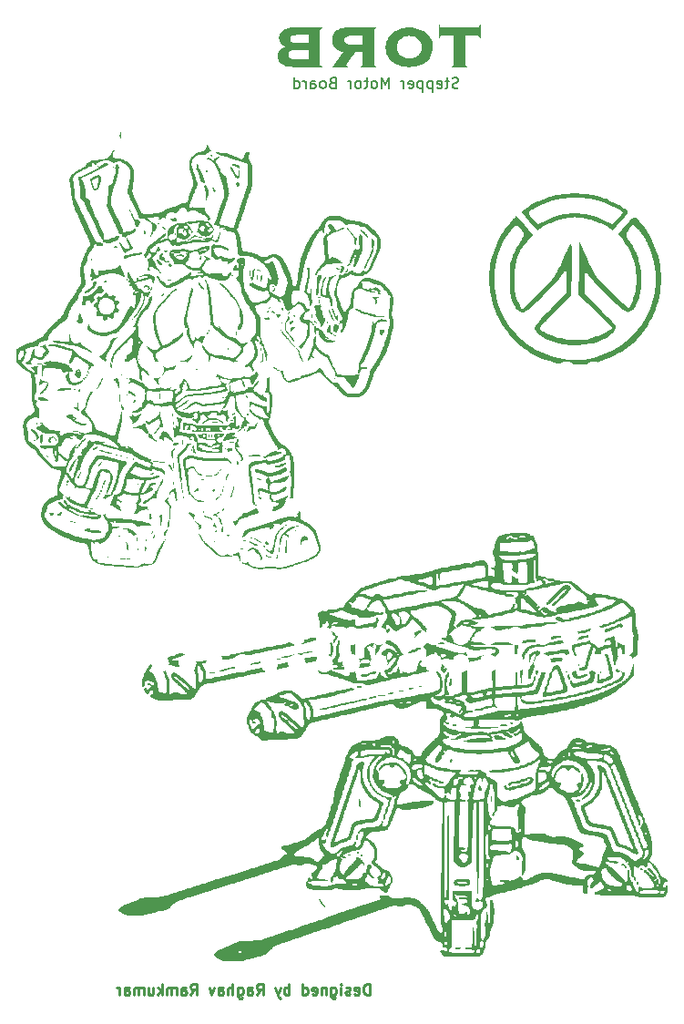
<source format=gbo>
G04 #@! TF.GenerationSoftware,KiCad,Pcbnew,8.0.3*
G04 #@! TF.CreationDate,2024-09-22T19:56:22+01:00*
G04 #@! TF.ProjectId,BetetrDom,42657465-7472-4446-9f6d-2e6b69636164,rev?*
G04 #@! TF.SameCoordinates,Original*
G04 #@! TF.FileFunction,Legend,Bot*
G04 #@! TF.FilePolarity,Positive*
%FSLAX46Y46*%
G04 Gerber Fmt 4.6, Leading zero omitted, Abs format (unit mm)*
G04 Created by KiCad (PCBNEW 8.0.3) date 2024-09-22 19:56:22*
%MOMM*%
%LPD*%
G01*
G04 APERTURE LIST*
%ADD10C,0.000000*%
%ADD11C,0.200000*%
%ADD12C,0.150000*%
%ADD13C,0.250000*%
%ADD14R,1.600000X1.600000*%
%ADD15O,1.600000X1.600000*%
%ADD16R,2.100000X2.100000*%
%ADD17C,2.100000*%
%ADD18R,3.716000X3.716000*%
%ADD19C,3.716000*%
%ADD20O,2.400000X1.200000*%
%ADD21C,5.600000*%
%ADD22R,1.700000X1.700000*%
%ADD23O,1.700000X1.700000*%
G04 APERTURE END LIST*
D10*
G36*
X131340806Y-66657694D02*
G01*
X131647062Y-66672312D01*
X131950671Y-66696252D01*
X132249650Y-66729411D01*
X132542015Y-66771686D01*
X132825780Y-66822973D01*
X133098962Y-66883169D01*
X133359577Y-66952171D01*
X133605639Y-67029876D01*
X133785738Y-67096084D01*
X133974871Y-67171924D01*
X134170163Y-67255785D01*
X134368741Y-67346053D01*
X134567734Y-67441117D01*
X134764266Y-67539364D01*
X134955465Y-67639182D01*
X135138458Y-67738959D01*
X135310372Y-67837083D01*
X135468333Y-67931940D01*
X135609468Y-68021919D01*
X135730905Y-68105407D01*
X135829769Y-68180793D01*
X135903187Y-68246463D01*
X135929456Y-68275152D01*
X135948287Y-68300806D01*
X135959319Y-68323226D01*
X135962195Y-68342210D01*
X135956293Y-68359494D01*
X135944087Y-68384570D01*
X135902002Y-68456201D01*
X135838419Y-68553297D01*
X135755819Y-68672057D01*
X135656683Y-68808675D01*
X135543491Y-68959350D01*
X135418724Y-69120277D01*
X135284861Y-69287653D01*
X134607527Y-70091986D01*
X133958416Y-69696875D01*
X133814150Y-69613111D01*
X133657563Y-69531455D01*
X133490228Y-69452363D01*
X133313716Y-69376288D01*
X133129596Y-69303686D01*
X132939440Y-69235012D01*
X132744820Y-69170719D01*
X132547306Y-69111264D01*
X132348469Y-69057100D01*
X132149879Y-69008683D01*
X131953109Y-68966467D01*
X131759729Y-68930906D01*
X131571310Y-68902457D01*
X131389422Y-68881573D01*
X131215638Y-68868709D01*
X131051527Y-68864320D01*
X130885098Y-68868709D01*
X130709636Y-68881573D01*
X130526691Y-68902457D01*
X130337814Y-68930906D01*
X130144554Y-68966467D01*
X129948463Y-69008683D01*
X129751090Y-69057100D01*
X129553986Y-69111264D01*
X129358700Y-69170719D01*
X129166784Y-69235012D01*
X128979788Y-69303686D01*
X128799262Y-69376288D01*
X128626755Y-69452363D01*
X128463819Y-69531455D01*
X128312004Y-69613111D01*
X128172860Y-69696875D01*
X127551973Y-70106098D01*
X126818194Y-69231207D01*
X126129477Y-68438533D01*
X126782586Y-68438533D01*
X126785135Y-68470025D01*
X126791736Y-68504266D01*
X126802306Y-68541070D01*
X126816761Y-68580251D01*
X126835020Y-68621623D01*
X126857000Y-68665000D01*
X126882618Y-68710196D01*
X126911791Y-68757025D01*
X126944436Y-68805301D01*
X126980472Y-68854838D01*
X127019815Y-68905450D01*
X127062383Y-68956951D01*
X127108093Y-69009154D01*
X127156862Y-69061874D01*
X127622528Y-69541654D01*
X128412750Y-69132430D01*
X128725651Y-68988563D01*
X129044691Y-68863878D01*
X129369064Y-68758375D01*
X129697963Y-68672055D01*
X130030584Y-68604917D01*
X130366119Y-68556961D01*
X130703763Y-68528188D01*
X131042708Y-68518597D01*
X131382150Y-68528188D01*
X131721282Y-68556961D01*
X132059298Y-68604917D01*
X132395391Y-68672055D01*
X132728756Y-68758375D01*
X133058586Y-68863878D01*
X133384075Y-68988563D01*
X133704417Y-69132430D01*
X134522862Y-69527542D01*
X135002638Y-69019541D01*
X135052368Y-68969164D01*
X135100838Y-68918807D01*
X135147777Y-68868822D01*
X135192919Y-68819561D01*
X135235993Y-68771374D01*
X135276731Y-68724614D01*
X135314865Y-68679631D01*
X135350125Y-68636778D01*
X135382244Y-68596405D01*
X135410951Y-68558864D01*
X135435980Y-68524506D01*
X135457060Y-68493683D01*
X135473924Y-68466746D01*
X135486302Y-68444046D01*
X135493926Y-68425935D01*
X135495871Y-68418711D01*
X135496527Y-68412765D01*
X135490715Y-68393544D01*
X135473675Y-68370452D01*
X135408305Y-68313711D01*
X135305190Y-68244651D01*
X135169105Y-68165379D01*
X134817126Y-67984635D01*
X134390568Y-67788347D01*
X133927630Y-67593382D01*
X133466511Y-67416607D01*
X133248571Y-67340312D01*
X133045410Y-67274890D01*
X132861804Y-67222448D01*
X132702527Y-67185096D01*
X132516898Y-67150535D01*
X132320811Y-67120935D01*
X132115711Y-67096296D01*
X131903045Y-67076618D01*
X131684261Y-67061901D01*
X131460805Y-67052144D01*
X131234125Y-67047349D01*
X131005667Y-67047514D01*
X130776878Y-67052641D01*
X130549205Y-67062728D01*
X130324096Y-67077776D01*
X130102996Y-67097785D01*
X129887354Y-67122755D01*
X129678616Y-67152686D01*
X129478228Y-67187578D01*
X129287639Y-67227430D01*
X129098048Y-67274377D01*
X128901347Y-67329819D01*
X128700016Y-67392661D01*
X128496534Y-67461808D01*
X128293384Y-67536163D01*
X128093045Y-67614632D01*
X127897997Y-67696119D01*
X127710722Y-67779528D01*
X127533699Y-67863764D01*
X127369409Y-67947731D01*
X127220333Y-68030334D01*
X127088951Y-68110477D01*
X126977743Y-68187065D01*
X126889190Y-68259002D01*
X126854185Y-68292884D01*
X126825773Y-68325192D01*
X126804265Y-68355790D01*
X126789972Y-68384541D01*
X126786539Y-68396857D01*
X126784170Y-68409976D01*
X126782586Y-68438533D01*
X126129477Y-68438533D01*
X126070306Y-68370431D01*
X126366639Y-68130543D01*
X126487903Y-68038152D01*
X126618407Y-67946382D01*
X126757468Y-67855521D01*
X126904405Y-67765858D01*
X127058535Y-67677685D01*
X127219176Y-67591288D01*
X127385647Y-67506959D01*
X127557264Y-67424986D01*
X127733346Y-67345660D01*
X127913211Y-67269268D01*
X128096176Y-67196101D01*
X128281561Y-67126448D01*
X128468681Y-67060598D01*
X128656856Y-66998842D01*
X128845402Y-66941467D01*
X129033639Y-66888764D01*
X129289624Y-66825082D01*
X129558837Y-66771548D01*
X129839296Y-66728061D01*
X130129015Y-66694516D01*
X130426009Y-66670810D01*
X130728296Y-66656840D01*
X131033890Y-66652503D01*
X131340806Y-66657694D01*
G37*
G36*
X125604638Y-68737319D02*
G01*
X125616307Y-68741873D01*
X125635148Y-68755233D01*
X125692613Y-68806551D01*
X125773559Y-68887635D01*
X125874514Y-68994847D01*
X125992005Y-69124548D01*
X126122561Y-69273101D01*
X126262707Y-69436867D01*
X126408972Y-69612209D01*
X127128639Y-70487098D01*
X126592416Y-71107987D01*
X126442062Y-71283725D01*
X126303056Y-71462170D01*
X126175171Y-71644047D01*
X126058179Y-71830079D01*
X125951853Y-72020989D01*
X125855965Y-72217500D01*
X125770289Y-72420337D01*
X125694597Y-72630222D01*
X125628661Y-72847880D01*
X125572255Y-73074033D01*
X125525150Y-73309406D01*
X125487120Y-73554721D01*
X125457936Y-73810702D01*
X125437372Y-74078072D01*
X125425201Y-74357556D01*
X125421194Y-74649876D01*
X125424143Y-75034211D01*
X125428170Y-75203361D01*
X125434203Y-75359180D01*
X125442468Y-75503174D01*
X125453192Y-75636854D01*
X125466604Y-75761729D01*
X125482930Y-75879306D01*
X125502398Y-75991096D01*
X125525236Y-76098607D01*
X125551670Y-76203348D01*
X125581928Y-76306828D01*
X125616238Y-76410556D01*
X125654827Y-76516042D01*
X125697922Y-76624793D01*
X125745750Y-76738319D01*
X126084417Y-77500320D01*
X127678972Y-75905764D01*
X128183444Y-75397957D01*
X128393595Y-75182118D01*
X128579437Y-74986557D01*
X128743782Y-74807450D01*
X128889441Y-74640973D01*
X129019224Y-74483301D01*
X129135944Y-74330611D01*
X129242411Y-74179079D01*
X129341437Y-74024880D01*
X129435833Y-73864190D01*
X129528409Y-73693186D01*
X129621978Y-73508043D01*
X129719350Y-73304938D01*
X129936749Y-72829542D01*
X130202655Y-72243049D01*
X130324199Y-71980229D01*
X130434166Y-71746514D01*
X130529582Y-71548517D01*
X130607469Y-71392854D01*
X130664850Y-71286139D01*
X130684922Y-71253204D01*
X130698750Y-71234986D01*
X130702636Y-71233017D01*
X130706357Y-71237587D01*
X130713302Y-71265717D01*
X130725209Y-71393516D01*
X130734469Y-71608297D01*
X130741084Y-71899973D01*
X130746376Y-72673658D01*
X130741084Y-73633875D01*
X130698750Y-76131542D01*
X129160638Y-77655541D01*
X128894615Y-77916876D01*
X128661623Y-78146812D01*
X128459968Y-78347686D01*
X128370362Y-78437954D01*
X128287955Y-78521832D01*
X128212534Y-78599612D01*
X128143888Y-78671587D01*
X128081805Y-78738048D01*
X128026073Y-78799286D01*
X127976480Y-78855595D01*
X127932814Y-78907266D01*
X127894864Y-78954591D01*
X127862417Y-78997862D01*
X127835262Y-79037370D01*
X127823602Y-79055805D01*
X127813186Y-79073409D01*
X127803987Y-79090218D01*
X127795979Y-79106270D01*
X127789135Y-79121599D01*
X127783428Y-79136244D01*
X127778832Y-79150240D01*
X127775320Y-79163624D01*
X127772867Y-79176433D01*
X127771446Y-79188703D01*
X127771029Y-79200470D01*
X127771591Y-79211770D01*
X127773105Y-79222642D01*
X127775545Y-79233120D01*
X127778884Y-79243242D01*
X127783096Y-79253043D01*
X127788154Y-79262562D01*
X127794032Y-79271833D01*
X127800702Y-79280893D01*
X127808140Y-79289779D01*
X127825210Y-79307176D01*
X127845028Y-79324314D01*
X127867385Y-79341485D01*
X127892066Y-79358983D01*
X127918861Y-79377097D01*
X128151557Y-79517437D01*
X128398639Y-79647193D01*
X128658289Y-79766035D01*
X128928687Y-79873632D01*
X129208016Y-79969654D01*
X129494455Y-80053769D01*
X129786185Y-80125647D01*
X130081388Y-80184958D01*
X130378245Y-80231371D01*
X130674937Y-80264554D01*
X130969644Y-80284177D01*
X131260548Y-80289910D01*
X131545829Y-80281422D01*
X131823669Y-80258381D01*
X132092249Y-80220458D01*
X132349749Y-80167321D01*
X132497244Y-80127540D01*
X132657245Y-80077941D01*
X132826713Y-80019950D01*
X133002609Y-79954992D01*
X133181895Y-79884495D01*
X133361533Y-79809885D01*
X133538483Y-79732587D01*
X133709708Y-79654028D01*
X133872168Y-79575635D01*
X134022826Y-79498834D01*
X134158642Y-79425050D01*
X134276577Y-79355710D01*
X134373595Y-79292241D01*
X134446655Y-79236069D01*
X134473251Y-79211165D01*
X134492719Y-79188619D01*
X134504678Y-79168612D01*
X134508749Y-79151319D01*
X134500619Y-79133264D01*
X134476779Y-79100801D01*
X134385277Y-78995877D01*
X134240858Y-78842997D01*
X134050138Y-78648611D01*
X133556249Y-78161117D01*
X132956527Y-77584986D01*
X131404306Y-76131542D01*
X131432527Y-73619764D01*
X131474861Y-71122098D01*
X132180417Y-72702542D01*
X132408757Y-73224818D01*
X132508303Y-73443520D01*
X132602206Y-73639608D01*
X132693546Y-73817340D01*
X132785403Y-73980975D01*
X132880856Y-74134771D01*
X132982986Y-74282986D01*
X133094873Y-74429878D01*
X133219595Y-74579706D01*
X133360235Y-74736726D01*
X133519870Y-74905199D01*
X133701582Y-75089380D01*
X133908450Y-75293530D01*
X134409973Y-75778765D01*
X134721685Y-76078075D01*
X135017191Y-76358202D01*
X135289547Y-76613194D01*
X135531806Y-76837097D01*
X135737023Y-77023959D01*
X135898254Y-77167827D01*
X136008552Y-77262746D01*
X136042431Y-77289990D01*
X136060972Y-77302764D01*
X136066672Y-77304138D01*
X136073168Y-77303009D01*
X136088423Y-77293476D01*
X136106489Y-77274642D01*
X136127118Y-77246981D01*
X136150063Y-77210970D01*
X136175074Y-77167083D01*
X136230306Y-77057584D01*
X136290829Y-76922288D01*
X136354659Y-76764999D01*
X136419813Y-76589519D01*
X136484305Y-76399653D01*
X136586380Y-76060208D01*
X136665241Y-75714768D01*
X136721159Y-75364615D01*
X136754401Y-75011031D01*
X136765236Y-74655298D01*
X136753932Y-74298696D01*
X136720760Y-73942507D01*
X136665986Y-73588014D01*
X136589880Y-73236497D01*
X136492711Y-72889238D01*
X136374748Y-72547519D01*
X136236259Y-72212622D01*
X136077512Y-71885827D01*
X135898777Y-71568417D01*
X135700323Y-71261672D01*
X135482417Y-70966876D01*
X135059085Y-70416542D01*
X135792862Y-69569875D01*
X136081891Y-69246836D01*
X136201550Y-69122058D01*
X136308578Y-69022849D01*
X136358280Y-68983086D01*
X136405933Y-68950017D01*
X136451907Y-68923743D01*
X136496570Y-68904366D01*
X136540293Y-68891985D01*
X136583445Y-68886703D01*
X136626395Y-68888619D01*
X136669514Y-68897834D01*
X136713170Y-68914449D01*
X136757732Y-68938565D01*
X136803571Y-68970283D01*
X136851056Y-69009703D01*
X136900557Y-69056926D01*
X136952442Y-69112053D01*
X137064845Y-69246422D01*
X137191221Y-69413616D01*
X137334527Y-69614441D01*
X137683749Y-70120209D01*
X137926835Y-70499069D01*
X138145609Y-70886260D01*
X138340318Y-71280851D01*
X138511206Y-71681912D01*
X138658520Y-72088512D01*
X138782504Y-72499722D01*
X138883405Y-72914612D01*
X138961467Y-73332250D01*
X139016936Y-73751708D01*
X139050058Y-74172054D01*
X139061077Y-74592359D01*
X139050240Y-75011693D01*
X139017792Y-75429125D01*
X138963979Y-75843725D01*
X138889045Y-76254563D01*
X138793236Y-76660709D01*
X138676799Y-77061232D01*
X138539977Y-77455203D01*
X138383017Y-77841691D01*
X138206165Y-78219766D01*
X138009665Y-78588498D01*
X137793763Y-78946957D01*
X137558704Y-79294212D01*
X137304735Y-79629334D01*
X137032100Y-79951391D01*
X136741045Y-80259455D01*
X136431815Y-80552595D01*
X136104656Y-80829880D01*
X135759813Y-81090381D01*
X135397533Y-81333168D01*
X135018059Y-81557309D01*
X134621638Y-81761875D01*
X134380161Y-81875239D01*
X134151645Y-81977566D01*
X133933836Y-82069391D01*
X133724481Y-82151253D01*
X133521327Y-82223690D01*
X133322121Y-82287238D01*
X133124611Y-82342435D01*
X132926542Y-82389819D01*
X132725662Y-82429927D01*
X132519717Y-82463296D01*
X132306456Y-82490464D01*
X132083623Y-82511969D01*
X131848967Y-82528347D01*
X131600235Y-82540136D01*
X131051527Y-82552097D01*
X130633913Y-82543640D01*
X130227460Y-82518170D01*
X129831757Y-82475544D01*
X129446388Y-82415616D01*
X129070942Y-82338243D01*
X128705004Y-82243279D01*
X128348161Y-82130580D01*
X128000000Y-82000000D01*
X127660107Y-81851396D01*
X127328068Y-81684622D01*
X127003471Y-81499535D01*
X126685902Y-81295988D01*
X126374948Y-81073838D01*
X126070195Y-80832940D01*
X125771229Y-80573149D01*
X125477638Y-80294320D01*
X125209049Y-80015891D01*
X124956278Y-79728635D01*
X124719351Y-79433070D01*
X124498294Y-79129712D01*
X124293133Y-78819078D01*
X124103893Y-78501685D01*
X123930600Y-78178049D01*
X123773281Y-77848688D01*
X123631960Y-77514117D01*
X123506665Y-77174854D01*
X123397420Y-76831416D01*
X123304252Y-76484320D01*
X123227186Y-76134081D01*
X123166248Y-75781217D01*
X123121465Y-75426245D01*
X123092861Y-75069681D01*
X123080463Y-74712042D01*
X123084045Y-74377300D01*
X123566823Y-74377300D01*
X123567026Y-74854356D01*
X123596230Y-75330296D01*
X123654787Y-75802763D01*
X123743047Y-76269402D01*
X123861361Y-76727854D01*
X124010083Y-77175765D01*
X124207667Y-77657796D01*
X124431714Y-78116800D01*
X124680825Y-78552487D01*
X124953598Y-78964569D01*
X125248633Y-79352755D01*
X125564530Y-79716757D01*
X125899889Y-80056285D01*
X126253308Y-80371049D01*
X126623388Y-80660761D01*
X127008728Y-80925131D01*
X127407928Y-81163869D01*
X127819587Y-81376686D01*
X128242304Y-81563293D01*
X128674680Y-81723400D01*
X129115314Y-81856719D01*
X129562805Y-81962959D01*
X130015753Y-82041831D01*
X130472758Y-82093045D01*
X130932419Y-82116314D01*
X131393336Y-82111346D01*
X131854108Y-82077853D01*
X132313335Y-82015545D01*
X132769616Y-81924133D01*
X133221552Y-81803327D01*
X133667741Y-81652838D01*
X134106783Y-81472377D01*
X134537278Y-81261655D01*
X134957825Y-81020381D01*
X135367024Y-80748267D01*
X135763474Y-80445023D01*
X136145775Y-80110359D01*
X136512527Y-79743987D01*
X136905227Y-79297620D01*
X137257661Y-78832773D01*
X137569580Y-78351142D01*
X137840736Y-77854421D01*
X138070883Y-77344306D01*
X138259770Y-76822491D01*
X138407151Y-76290671D01*
X138512778Y-75750542D01*
X138576402Y-75203799D01*
X138597775Y-74652136D01*
X138576650Y-74097248D01*
X138512778Y-73540830D01*
X138405911Y-72984578D01*
X138255801Y-72430187D01*
X138062200Y-71879351D01*
X137824861Y-71333765D01*
X137775493Y-71229861D01*
X137722941Y-71124964D01*
X137667661Y-71019737D01*
X137610107Y-70914841D01*
X137550734Y-70810937D01*
X137489997Y-70708686D01*
X137428351Y-70608751D01*
X137366250Y-70511792D01*
X137304148Y-70418471D01*
X137242502Y-70329450D01*
X137181765Y-70245390D01*
X137122392Y-70166952D01*
X137064838Y-70094798D01*
X137009558Y-70029589D01*
X136957007Y-69971987D01*
X136907638Y-69922653D01*
X136470195Y-69513430D01*
X136131527Y-69922653D01*
X136057106Y-70015323D01*
X135992566Y-70098463D01*
X135937865Y-70173460D01*
X135914191Y-70208336D01*
X135892961Y-70241697D01*
X135874171Y-70273713D01*
X135857814Y-70304559D01*
X135843887Y-70334408D01*
X135832383Y-70363432D01*
X135823297Y-70391806D01*
X135816625Y-70419701D01*
X135812361Y-70447292D01*
X135810499Y-70474750D01*
X135811036Y-70502250D01*
X135813965Y-70529965D01*
X135819282Y-70558067D01*
X135826981Y-70586730D01*
X135837057Y-70616126D01*
X135849505Y-70646430D01*
X135864320Y-70677813D01*
X135881496Y-70710450D01*
X135901029Y-70744513D01*
X135922914Y-70780176D01*
X135973715Y-70856991D01*
X136033860Y-70942281D01*
X136103306Y-71037431D01*
X136222955Y-71203230D01*
X136338179Y-71382217D01*
X136448526Y-71573027D01*
X136553539Y-71774296D01*
X136652765Y-71984660D01*
X136745748Y-72202755D01*
X136832034Y-72427217D01*
X136911167Y-72656681D01*
X136982694Y-72889783D01*
X137046160Y-73125159D01*
X137101109Y-73361444D01*
X137147087Y-73597274D01*
X137183639Y-73831286D01*
X137210311Y-74062114D01*
X137226648Y-74288395D01*
X137232194Y-74508764D01*
X137228270Y-74758616D01*
X137216678Y-75004748D01*
X137197685Y-75246084D01*
X137171561Y-75481549D01*
X137138574Y-75710069D01*
X137098993Y-75930569D01*
X137053088Y-76141974D01*
X137001125Y-76343209D01*
X136943375Y-76533199D01*
X136880106Y-76710869D01*
X136811587Y-76875145D01*
X136738086Y-77024952D01*
X136659872Y-77159214D01*
X136619081Y-77220181D01*
X136577214Y-77276858D01*
X136534302Y-77329111D01*
X136490380Y-77376807D01*
X136445481Y-77419810D01*
X136399640Y-77457987D01*
X136337125Y-77507607D01*
X136281184Y-77550674D01*
X136230782Y-77587251D01*
X136184886Y-77617399D01*
X136163305Y-77630081D01*
X136142463Y-77641180D01*
X136122231Y-77650703D01*
X136102479Y-77658657D01*
X136083079Y-77665051D01*
X136063901Y-77669891D01*
X136044816Y-77673187D01*
X136025695Y-77674945D01*
X136006408Y-77675174D01*
X135986827Y-77673881D01*
X135966822Y-77671073D01*
X135946265Y-77666760D01*
X135925025Y-77660947D01*
X135902974Y-77653644D01*
X135879982Y-77644858D01*
X135855920Y-77634596D01*
X135804072Y-77609678D01*
X135746394Y-77578951D01*
X135681854Y-77542478D01*
X135609417Y-77500320D01*
X135501000Y-77423987D01*
X135349299Y-77299760D01*
X134941344Y-76933009D01*
X134436156Y-76450833D01*
X133884334Y-75904000D01*
X133336481Y-75343277D01*
X132843199Y-74819430D01*
X132455088Y-74383226D01*
X132316285Y-74213854D01*
X132222751Y-74085432D01*
X132143568Y-73976401D01*
X132111532Y-73936975D01*
X132084064Y-73909042D01*
X132060813Y-73893677D01*
X132050659Y-73891043D01*
X132041428Y-73891955D01*
X132033075Y-73896545D01*
X132025556Y-73904949D01*
X132018828Y-73917302D01*
X132012847Y-73933737D01*
X132002949Y-73979391D01*
X131995511Y-74042987D01*
X131990182Y-74125601D01*
X131986609Y-74228306D01*
X131983330Y-74498291D01*
X131982861Y-74861543D01*
X131968750Y-76004542D01*
X133323417Y-77330987D01*
X133598915Y-77603783D01*
X133860522Y-77867650D01*
X134102285Y-78116303D01*
X134318251Y-78343458D01*
X134502467Y-78542833D01*
X134648980Y-78708143D01*
X134706238Y-78776059D01*
X134751837Y-78833103D01*
X134785034Y-78878489D01*
X134805084Y-78911431D01*
X134819984Y-78944113D01*
X134830354Y-78978583D01*
X134836295Y-79014727D01*
X134837909Y-79052432D01*
X134835295Y-79091584D01*
X134828555Y-79132069D01*
X134817790Y-79173773D01*
X134803099Y-79216584D01*
X134784585Y-79260386D01*
X134762347Y-79305067D01*
X134707105Y-79396611D01*
X134638179Y-79490303D01*
X134556375Y-79585236D01*
X134462500Y-79680500D01*
X134357359Y-79775185D01*
X134241759Y-79868382D01*
X134116506Y-79959181D01*
X133982405Y-80046673D01*
X133840264Y-80129947D01*
X133690889Y-80208096D01*
X133535084Y-80280209D01*
X133262002Y-80387196D01*
X132978274Y-80480603D01*
X132685492Y-80560409D01*
X132385249Y-80626592D01*
X132079135Y-80679133D01*
X131768742Y-80718011D01*
X131455662Y-80743205D01*
X131141487Y-80754694D01*
X130827807Y-80752459D01*
X130516216Y-80736477D01*
X130208303Y-80706728D01*
X129905662Y-80663192D01*
X129609883Y-80605849D01*
X129322558Y-80534677D01*
X129045280Y-80449655D01*
X128779638Y-80350764D01*
X128630607Y-80287374D01*
X128485648Y-80219354D01*
X128345526Y-80147366D01*
X128211005Y-80072070D01*
X128082851Y-79994128D01*
X127961829Y-79914202D01*
X127848702Y-79832953D01*
X127744236Y-79751042D01*
X127649196Y-79669131D01*
X127564347Y-79587882D01*
X127525983Y-79547712D01*
X127490453Y-79507956D01*
X127457854Y-79468696D01*
X127428279Y-79430014D01*
X127401827Y-79391994D01*
X127378591Y-79354718D01*
X127358667Y-79318269D01*
X127342152Y-79282729D01*
X127329140Y-79248182D01*
X127319728Y-79214709D01*
X127314010Y-79182394D01*
X127312083Y-79151319D01*
X127318956Y-79113206D01*
X127339286Y-79062711D01*
X127372638Y-79000352D01*
X127418578Y-78926644D01*
X127476673Y-78842105D01*
X127546487Y-78747251D01*
X127719541Y-78528667D01*
X127934267Y-78275025D01*
X128187192Y-77990460D01*
X128474844Y-77679107D01*
X128793750Y-77345098D01*
X130275416Y-75821098D01*
X130275416Y-74819209D01*
X130274927Y-74714781D01*
X130273487Y-74613495D01*
X130271138Y-74515847D01*
X130267920Y-74422334D01*
X130263875Y-74333450D01*
X130259045Y-74249693D01*
X130253471Y-74171559D01*
X130247194Y-74099542D01*
X130240256Y-74034141D01*
X130232697Y-73975850D01*
X130224560Y-73925165D01*
X130215885Y-73882584D01*
X130206715Y-73848602D01*
X130201956Y-73834990D01*
X130197089Y-73823714D01*
X130192118Y-73814836D01*
X130187050Y-73808418D01*
X130181888Y-73804522D01*
X130176639Y-73803209D01*
X130161632Y-73808945D01*
X130143235Y-73820655D01*
X130121696Y-73838028D01*
X130097264Y-73860756D01*
X130070185Y-73888526D01*
X130040709Y-73921031D01*
X129975556Y-73999000D01*
X129903787Y-74092183D01*
X129827389Y-74198099D01*
X129748345Y-74314268D01*
X129668640Y-74438209D01*
X129576993Y-74566428D01*
X129443468Y-74730408D01*
X129273811Y-74924567D01*
X129073768Y-75143323D01*
X128605510Y-75632306D01*
X128084667Y-76152708D01*
X127557209Y-76659881D01*
X127069107Y-77109177D01*
X126854181Y-77298168D01*
X126666334Y-77455946D01*
X126511312Y-77576931D01*
X126394861Y-77655541D01*
X126362828Y-77671214D01*
X126330255Y-77683857D01*
X126297180Y-77693497D01*
X126263644Y-77700163D01*
X126229683Y-77703883D01*
X126195338Y-77704686D01*
X126160646Y-77702601D01*
X126125647Y-77697655D01*
X126090379Y-77689877D01*
X126054881Y-77679296D01*
X126019192Y-77665940D01*
X125983351Y-77649837D01*
X125947396Y-77631016D01*
X125911365Y-77609505D01*
X125875299Y-77585333D01*
X125839236Y-77558528D01*
X125767271Y-77497133D01*
X125695782Y-77425547D01*
X125625079Y-77343999D01*
X125555471Y-77252714D01*
X125487268Y-77151921D01*
X125420781Y-77041846D01*
X125356320Y-76922718D01*
X125294195Y-76794764D01*
X125207930Y-76594810D01*
X125171226Y-76497200D01*
X125138532Y-76398991D01*
X125109641Y-76298549D01*
X125084347Y-76194242D01*
X125062443Y-76084437D01*
X125043722Y-75967500D01*
X125027978Y-75841799D01*
X125015004Y-75705700D01*
X124996538Y-75395780D01*
X124986671Y-75024675D01*
X124983750Y-74579321D01*
X124985817Y-74087747D01*
X124989238Y-73881440D01*
X124994995Y-73697376D01*
X125003645Y-73532494D01*
X125015748Y-73383734D01*
X125031861Y-73248039D01*
X125052542Y-73122348D01*
X125078349Y-73003602D01*
X125109841Y-72888743D01*
X125147575Y-72774710D01*
X125192110Y-72658445D01*
X125244003Y-72536888D01*
X125303813Y-72406981D01*
X125449417Y-72109876D01*
X125646752Y-71722482D01*
X125842764Y-71349639D01*
X126014963Y-71032359D01*
X126085106Y-70907371D01*
X126140861Y-70811652D01*
X126183019Y-70746664D01*
X126219492Y-70688621D01*
X126250218Y-70636532D01*
X126275137Y-70589403D01*
X126285398Y-70567389D01*
X126294185Y-70546243D01*
X126301488Y-70525841D01*
X126307300Y-70506059D01*
X126311614Y-70486774D01*
X126314421Y-70467860D01*
X126315714Y-70449195D01*
X126315485Y-70430653D01*
X126313727Y-70412112D01*
X126310432Y-70393446D01*
X126305591Y-70374533D01*
X126299197Y-70355247D01*
X126291243Y-70335465D01*
X126281720Y-70315063D01*
X126270621Y-70293918D01*
X126257939Y-70271903D01*
X126227791Y-70224775D01*
X126191214Y-70172685D01*
X126148147Y-70114642D01*
X126098527Y-70049654D01*
X126024950Y-69950593D01*
X125957058Y-69865051D01*
X125924952Y-69827337D01*
X125893919Y-69792987D01*
X125863842Y-69761996D01*
X125834605Y-69734358D01*
X125806091Y-69710069D01*
X125778185Y-69689124D01*
X125750769Y-69671517D01*
X125723728Y-69657243D01*
X125696946Y-69646297D01*
X125670305Y-69638674D01*
X125643690Y-69634368D01*
X125616985Y-69633375D01*
X125590074Y-69635690D01*
X125562839Y-69641306D01*
X125535165Y-69650219D01*
X125506935Y-69662425D01*
X125478034Y-69677916D01*
X125448345Y-69696689D01*
X125417751Y-69718739D01*
X125386137Y-69744060D01*
X125353386Y-69772646D01*
X125319381Y-69804493D01*
X125284008Y-69839596D01*
X125247148Y-69877950D01*
X125168507Y-69964387D01*
X125082528Y-70063764D01*
X124812050Y-70422378D01*
X124567059Y-70803440D01*
X124347906Y-71204594D01*
X124154943Y-71623483D01*
X123988520Y-72057751D01*
X123848990Y-72505042D01*
X123736704Y-72962998D01*
X123652014Y-73429264D01*
X123595269Y-73901484D01*
X123566823Y-74377300D01*
X123084045Y-74377300D01*
X123084296Y-74353845D01*
X123104387Y-73995607D01*
X123140761Y-73637844D01*
X123193445Y-73281073D01*
X123262463Y-72925811D01*
X123347842Y-72572576D01*
X123449607Y-72221882D01*
X123567785Y-71874248D01*
X123702402Y-71530190D01*
X123853482Y-71190224D01*
X124021052Y-70854868D01*
X124205138Y-70524639D01*
X124405766Y-70200052D01*
X124622961Y-69881625D01*
X124856749Y-69569875D01*
X124992486Y-69399825D01*
X125122435Y-69241351D01*
X125243455Y-69098090D01*
X125299634Y-69033302D01*
X125352402Y-68973681D01*
X125401367Y-68919682D01*
X125446136Y-68871761D01*
X125486316Y-68830371D01*
X125521515Y-68795969D01*
X125551339Y-68769007D01*
X125575396Y-68749942D01*
X125585139Y-68743512D01*
X125593294Y-68739227D01*
X125599810Y-68737144D01*
X125604638Y-68737319D01*
G37*
D11*
G36*
X121042044Y-54814515D02*
G01*
X120877180Y-54768108D01*
X120845429Y-54685066D01*
X120845429Y-52008164D01*
X122055652Y-52008164D01*
X122139916Y-52047243D01*
X122182658Y-52204780D01*
X122266922Y-52204780D01*
X122266922Y-50992114D01*
X122182658Y-50992114D01*
X122139916Y-51181402D01*
X122055652Y-51226587D01*
X118580076Y-51226587D01*
X118495812Y-51181402D01*
X118454291Y-50992114D01*
X118370027Y-50992114D01*
X118370027Y-52204780D01*
X118454291Y-52204780D01*
X118495812Y-52047243D01*
X118580076Y-52008164D01*
X119790300Y-52008164D01*
X119790300Y-54685066D01*
X119758548Y-54768108D01*
X119593684Y-54814515D01*
X119593684Y-54900000D01*
X121042044Y-54900000D01*
X121042044Y-54814515D01*
G37*
G36*
X115734404Y-51227650D02*
G01*
X115980798Y-51243589D01*
X116244599Y-51283731D01*
X116497906Y-51347487D01*
X116736424Y-51433378D01*
X116976756Y-51553478D01*
X117193998Y-51700418D01*
X117368951Y-51856934D01*
X117533576Y-52053895D01*
X117669050Y-52276831D01*
X117700478Y-52342140D01*
X117782910Y-52573789D01*
X117830995Y-52826905D01*
X117844905Y-53073063D01*
X117844734Y-53101348D01*
X117824126Y-53372257D01*
X117769171Y-53621461D01*
X117669050Y-53870516D01*
X117547096Y-54074258D01*
X117385122Y-54273581D01*
X117193998Y-54446929D01*
X116976756Y-54592715D01*
X116736424Y-54709352D01*
X116497906Y-54790090D01*
X116423016Y-54809732D01*
X116166561Y-54861252D01*
X115899611Y-54891306D01*
X115650383Y-54900000D01*
X115566363Y-54899034D01*
X115319969Y-54884544D01*
X115056167Y-54848050D01*
X114802861Y-54790090D01*
X114564342Y-54709352D01*
X114324011Y-54592715D01*
X114106768Y-54446929D01*
X113931815Y-54290413D01*
X113767191Y-54093452D01*
X113631716Y-53870516D01*
X113600289Y-53805196D01*
X113517857Y-53573357D01*
X113469772Y-53319811D01*
X113455861Y-53073063D01*
X113455921Y-53063293D01*
X114496336Y-53063293D01*
X114514568Y-53273132D01*
X114591591Y-53512700D01*
X114678675Y-53661970D01*
X114844382Y-53842428D01*
X114981435Y-53939714D01*
X115210746Y-54046371D01*
X115396476Y-54095625D01*
X115650383Y-54118422D01*
X115848735Y-54104631D01*
X116090020Y-54046371D01*
X116249848Y-53977953D01*
X116455163Y-53842428D01*
X116573674Y-53723794D01*
X116709176Y-53512700D01*
X116776671Y-53315422D01*
X116803210Y-53063293D01*
X116785211Y-52853688D01*
X116709176Y-52615108D01*
X116621301Y-52465249D01*
X116455163Y-52285380D01*
X116318312Y-52187303D01*
X116090020Y-52080216D01*
X115903690Y-52030962D01*
X115650383Y-52008164D01*
X115451430Y-52021955D01*
X115210746Y-52080216D01*
X115050128Y-52148835D01*
X114844382Y-52285380D01*
X114726073Y-52403425D01*
X114591591Y-52615108D01*
X114523219Y-52811510D01*
X114496336Y-53063293D01*
X113455921Y-53063293D01*
X113456033Y-53044853D01*
X113476641Y-52774564D01*
X113531596Y-52525742D01*
X113631716Y-52276831D01*
X113753671Y-52073089D01*
X113915645Y-51873766D01*
X114106768Y-51700418D01*
X114125564Y-51685951D01*
X114344905Y-51541450D01*
X114564342Y-51433378D01*
X114802861Y-51347487D01*
X114877751Y-51325881D01*
X115134206Y-51269209D01*
X115401155Y-51236150D01*
X115650383Y-51226587D01*
X115734404Y-51227650D01*
G37*
G36*
X112568039Y-51310851D02*
G01*
X112403175Y-51356036D01*
X112371423Y-51436636D01*
X112371423Y-54689951D01*
X112403175Y-54770551D01*
X112568039Y-54815736D01*
X112568039Y-54900000D01*
X111119678Y-54900000D01*
X111119678Y-54814515D01*
X111284542Y-54769330D01*
X111316294Y-54686287D01*
X111316294Y-53493161D01*
X110627529Y-53493161D01*
X110535938Y-53628715D01*
X110517868Y-53653903D01*
X110371074Y-53855861D01*
X110323065Y-53920128D01*
X110174459Y-54122086D01*
X110130456Y-54181642D01*
X109987613Y-54380983D01*
X109845952Y-54587369D01*
X109789776Y-54686287D01*
X109944870Y-54814515D01*
X109944870Y-54900000D01*
X108481856Y-54900000D01*
X108481856Y-54815736D01*
X108685798Y-54689951D01*
X109516224Y-53531018D01*
X109462319Y-53515610D01*
X109210539Y-53420537D01*
X108988335Y-53295410D01*
X108795708Y-53140230D01*
X108761104Y-53105368D01*
X108610687Y-52884295D01*
X108532548Y-52640243D01*
X108511136Y-52398953D01*
X109593161Y-52398953D01*
X109595993Y-52446847D01*
X109709176Y-52672505D01*
X109886898Y-52763981D01*
X110134159Y-52789741D01*
X111316294Y-52789741D01*
X111316294Y-52008164D01*
X110134159Y-52008164D01*
X109944544Y-52022017D01*
X109709176Y-52125401D01*
X109675754Y-52162991D01*
X109593161Y-52398953D01*
X108511136Y-52398953D01*
X108509944Y-52385519D01*
X108522308Y-52173901D01*
X108577263Y-51925804D01*
X108691637Y-51693223D01*
X108861653Y-51509909D01*
X108982028Y-51428288D01*
X109218161Y-51326469D01*
X109468730Y-51266429D01*
X109716155Y-51236548D01*
X109993719Y-51226587D01*
X112568039Y-51226587D01*
X112568039Y-51310851D01*
G37*
G36*
X107545184Y-51310851D02*
G01*
X107380320Y-51356036D01*
X107348569Y-51436636D01*
X107348569Y-54689951D01*
X107380320Y-54770551D01*
X107545184Y-54815736D01*
X107545184Y-54900000D01*
X104830425Y-54900000D01*
X104694355Y-54897080D01*
X104443854Y-54873724D01*
X104188066Y-54816957D01*
X103955636Y-54727030D01*
X103744766Y-54595917D01*
X103627758Y-54485550D01*
X103490753Y-54271074D01*
X103441637Y-54128020D01*
X103410153Y-53876622D01*
X103416520Y-53766713D01*
X104409106Y-53766713D01*
X104421374Y-53888869D01*
X104564200Y-54100104D01*
X104606199Y-54122716D01*
X104844793Y-54183013D01*
X105097871Y-54196580D01*
X106293440Y-54196580D01*
X106293440Y-53336845D01*
X105097871Y-53336845D01*
X105074354Y-53336939D01*
X104808792Y-53355311D01*
X104564200Y-53433321D01*
X104469690Y-53525427D01*
X104409106Y-53766713D01*
X103416520Y-53766713D01*
X103418182Y-53738019D01*
X103482410Y-53500226D01*
X103638520Y-53289218D01*
X103777313Y-53184772D01*
X103994527Y-53071056D01*
X104225924Y-52992463D01*
X104225924Y-52977808D01*
X104171445Y-52964753D01*
X103941905Y-52873458D01*
X103741102Y-52720132D01*
X103707056Y-52682641D01*
X103587057Y-52462661D01*
X103561103Y-52281716D01*
X104577634Y-52281716D01*
X104613049Y-52466120D01*
X104732728Y-52572365D01*
X104964759Y-52622435D01*
X105086403Y-52629133D01*
X105337229Y-52633426D01*
X106293440Y-52633426D01*
X106293440Y-51930006D01*
X105337229Y-51930006D01*
X105216919Y-51930972D01*
X104964759Y-51942219D01*
X104732728Y-51991067D01*
X104613049Y-52098534D01*
X104577634Y-52281716D01*
X103561103Y-52281716D01*
X103550593Y-52208443D01*
X103569526Y-51994030D01*
X103649511Y-51760258D01*
X103733775Y-51629340D01*
X103923063Y-51456175D01*
X104101880Y-51360559D01*
X104338276Y-51283984D01*
X104353283Y-51280453D01*
X104606380Y-51239199D01*
X104865840Y-51226587D01*
X107545184Y-51226587D01*
X107545184Y-51310851D01*
G37*
D12*
X120210839Y-56822200D02*
X120067982Y-56869819D01*
X120067982Y-56869819D02*
X119829887Y-56869819D01*
X119829887Y-56869819D02*
X119734649Y-56822200D01*
X119734649Y-56822200D02*
X119687030Y-56774580D01*
X119687030Y-56774580D02*
X119639411Y-56679342D01*
X119639411Y-56679342D02*
X119639411Y-56584104D01*
X119639411Y-56584104D02*
X119687030Y-56488866D01*
X119687030Y-56488866D02*
X119734649Y-56441247D01*
X119734649Y-56441247D02*
X119829887Y-56393628D01*
X119829887Y-56393628D02*
X120020363Y-56346009D01*
X120020363Y-56346009D02*
X120115601Y-56298390D01*
X120115601Y-56298390D02*
X120163220Y-56250771D01*
X120163220Y-56250771D02*
X120210839Y-56155533D01*
X120210839Y-56155533D02*
X120210839Y-56060295D01*
X120210839Y-56060295D02*
X120163220Y-55965057D01*
X120163220Y-55965057D02*
X120115601Y-55917438D01*
X120115601Y-55917438D02*
X120020363Y-55869819D01*
X120020363Y-55869819D02*
X119782268Y-55869819D01*
X119782268Y-55869819D02*
X119639411Y-55917438D01*
X119353696Y-56203152D02*
X118972744Y-56203152D01*
X119210839Y-55869819D02*
X119210839Y-56726961D01*
X119210839Y-56726961D02*
X119163220Y-56822200D01*
X119163220Y-56822200D02*
X119067982Y-56869819D01*
X119067982Y-56869819D02*
X118972744Y-56869819D01*
X118258458Y-56822200D02*
X118353696Y-56869819D01*
X118353696Y-56869819D02*
X118544172Y-56869819D01*
X118544172Y-56869819D02*
X118639410Y-56822200D01*
X118639410Y-56822200D02*
X118687029Y-56726961D01*
X118687029Y-56726961D02*
X118687029Y-56346009D01*
X118687029Y-56346009D02*
X118639410Y-56250771D01*
X118639410Y-56250771D02*
X118544172Y-56203152D01*
X118544172Y-56203152D02*
X118353696Y-56203152D01*
X118353696Y-56203152D02*
X118258458Y-56250771D01*
X118258458Y-56250771D02*
X118210839Y-56346009D01*
X118210839Y-56346009D02*
X118210839Y-56441247D01*
X118210839Y-56441247D02*
X118687029Y-56536485D01*
X117782267Y-56203152D02*
X117782267Y-57203152D01*
X117782267Y-56250771D02*
X117687029Y-56203152D01*
X117687029Y-56203152D02*
X117496553Y-56203152D01*
X117496553Y-56203152D02*
X117401315Y-56250771D01*
X117401315Y-56250771D02*
X117353696Y-56298390D01*
X117353696Y-56298390D02*
X117306077Y-56393628D01*
X117306077Y-56393628D02*
X117306077Y-56679342D01*
X117306077Y-56679342D02*
X117353696Y-56774580D01*
X117353696Y-56774580D02*
X117401315Y-56822200D01*
X117401315Y-56822200D02*
X117496553Y-56869819D01*
X117496553Y-56869819D02*
X117687029Y-56869819D01*
X117687029Y-56869819D02*
X117782267Y-56822200D01*
X116877505Y-56203152D02*
X116877505Y-57203152D01*
X116877505Y-56250771D02*
X116782267Y-56203152D01*
X116782267Y-56203152D02*
X116591791Y-56203152D01*
X116591791Y-56203152D02*
X116496553Y-56250771D01*
X116496553Y-56250771D02*
X116448934Y-56298390D01*
X116448934Y-56298390D02*
X116401315Y-56393628D01*
X116401315Y-56393628D02*
X116401315Y-56679342D01*
X116401315Y-56679342D02*
X116448934Y-56774580D01*
X116448934Y-56774580D02*
X116496553Y-56822200D01*
X116496553Y-56822200D02*
X116591791Y-56869819D01*
X116591791Y-56869819D02*
X116782267Y-56869819D01*
X116782267Y-56869819D02*
X116877505Y-56822200D01*
X115591791Y-56822200D02*
X115687029Y-56869819D01*
X115687029Y-56869819D02*
X115877505Y-56869819D01*
X115877505Y-56869819D02*
X115972743Y-56822200D01*
X115972743Y-56822200D02*
X116020362Y-56726961D01*
X116020362Y-56726961D02*
X116020362Y-56346009D01*
X116020362Y-56346009D02*
X115972743Y-56250771D01*
X115972743Y-56250771D02*
X115877505Y-56203152D01*
X115877505Y-56203152D02*
X115687029Y-56203152D01*
X115687029Y-56203152D02*
X115591791Y-56250771D01*
X115591791Y-56250771D02*
X115544172Y-56346009D01*
X115544172Y-56346009D02*
X115544172Y-56441247D01*
X115544172Y-56441247D02*
X116020362Y-56536485D01*
X115115600Y-56869819D02*
X115115600Y-56203152D01*
X115115600Y-56393628D02*
X115067981Y-56298390D01*
X115067981Y-56298390D02*
X115020362Y-56250771D01*
X115020362Y-56250771D02*
X114925124Y-56203152D01*
X114925124Y-56203152D02*
X114829886Y-56203152D01*
X113734647Y-56869819D02*
X113734647Y-55869819D01*
X113734647Y-55869819D02*
X113401314Y-56584104D01*
X113401314Y-56584104D02*
X113067981Y-55869819D01*
X113067981Y-55869819D02*
X113067981Y-56869819D01*
X112448933Y-56869819D02*
X112544171Y-56822200D01*
X112544171Y-56822200D02*
X112591790Y-56774580D01*
X112591790Y-56774580D02*
X112639409Y-56679342D01*
X112639409Y-56679342D02*
X112639409Y-56393628D01*
X112639409Y-56393628D02*
X112591790Y-56298390D01*
X112591790Y-56298390D02*
X112544171Y-56250771D01*
X112544171Y-56250771D02*
X112448933Y-56203152D01*
X112448933Y-56203152D02*
X112306076Y-56203152D01*
X112306076Y-56203152D02*
X112210838Y-56250771D01*
X112210838Y-56250771D02*
X112163219Y-56298390D01*
X112163219Y-56298390D02*
X112115600Y-56393628D01*
X112115600Y-56393628D02*
X112115600Y-56679342D01*
X112115600Y-56679342D02*
X112163219Y-56774580D01*
X112163219Y-56774580D02*
X112210838Y-56822200D01*
X112210838Y-56822200D02*
X112306076Y-56869819D01*
X112306076Y-56869819D02*
X112448933Y-56869819D01*
X111829885Y-56203152D02*
X111448933Y-56203152D01*
X111687028Y-55869819D02*
X111687028Y-56726961D01*
X111687028Y-56726961D02*
X111639409Y-56822200D01*
X111639409Y-56822200D02*
X111544171Y-56869819D01*
X111544171Y-56869819D02*
X111448933Y-56869819D01*
X110972742Y-56869819D02*
X111067980Y-56822200D01*
X111067980Y-56822200D02*
X111115599Y-56774580D01*
X111115599Y-56774580D02*
X111163218Y-56679342D01*
X111163218Y-56679342D02*
X111163218Y-56393628D01*
X111163218Y-56393628D02*
X111115599Y-56298390D01*
X111115599Y-56298390D02*
X111067980Y-56250771D01*
X111067980Y-56250771D02*
X110972742Y-56203152D01*
X110972742Y-56203152D02*
X110829885Y-56203152D01*
X110829885Y-56203152D02*
X110734647Y-56250771D01*
X110734647Y-56250771D02*
X110687028Y-56298390D01*
X110687028Y-56298390D02*
X110639409Y-56393628D01*
X110639409Y-56393628D02*
X110639409Y-56679342D01*
X110639409Y-56679342D02*
X110687028Y-56774580D01*
X110687028Y-56774580D02*
X110734647Y-56822200D01*
X110734647Y-56822200D02*
X110829885Y-56869819D01*
X110829885Y-56869819D02*
X110972742Y-56869819D01*
X110210837Y-56869819D02*
X110210837Y-56203152D01*
X110210837Y-56393628D02*
X110163218Y-56298390D01*
X110163218Y-56298390D02*
X110115599Y-56250771D01*
X110115599Y-56250771D02*
X110020361Y-56203152D01*
X110020361Y-56203152D02*
X109925123Y-56203152D01*
X108496551Y-56346009D02*
X108353694Y-56393628D01*
X108353694Y-56393628D02*
X108306075Y-56441247D01*
X108306075Y-56441247D02*
X108258456Y-56536485D01*
X108258456Y-56536485D02*
X108258456Y-56679342D01*
X108258456Y-56679342D02*
X108306075Y-56774580D01*
X108306075Y-56774580D02*
X108353694Y-56822200D01*
X108353694Y-56822200D02*
X108448932Y-56869819D01*
X108448932Y-56869819D02*
X108829884Y-56869819D01*
X108829884Y-56869819D02*
X108829884Y-55869819D01*
X108829884Y-55869819D02*
X108496551Y-55869819D01*
X108496551Y-55869819D02*
X108401313Y-55917438D01*
X108401313Y-55917438D02*
X108353694Y-55965057D01*
X108353694Y-55965057D02*
X108306075Y-56060295D01*
X108306075Y-56060295D02*
X108306075Y-56155533D01*
X108306075Y-56155533D02*
X108353694Y-56250771D01*
X108353694Y-56250771D02*
X108401313Y-56298390D01*
X108401313Y-56298390D02*
X108496551Y-56346009D01*
X108496551Y-56346009D02*
X108829884Y-56346009D01*
X107687027Y-56869819D02*
X107782265Y-56822200D01*
X107782265Y-56822200D02*
X107829884Y-56774580D01*
X107829884Y-56774580D02*
X107877503Y-56679342D01*
X107877503Y-56679342D02*
X107877503Y-56393628D01*
X107877503Y-56393628D02*
X107829884Y-56298390D01*
X107829884Y-56298390D02*
X107782265Y-56250771D01*
X107782265Y-56250771D02*
X107687027Y-56203152D01*
X107687027Y-56203152D02*
X107544170Y-56203152D01*
X107544170Y-56203152D02*
X107448932Y-56250771D01*
X107448932Y-56250771D02*
X107401313Y-56298390D01*
X107401313Y-56298390D02*
X107353694Y-56393628D01*
X107353694Y-56393628D02*
X107353694Y-56679342D01*
X107353694Y-56679342D02*
X107401313Y-56774580D01*
X107401313Y-56774580D02*
X107448932Y-56822200D01*
X107448932Y-56822200D02*
X107544170Y-56869819D01*
X107544170Y-56869819D02*
X107687027Y-56869819D01*
X106496551Y-56869819D02*
X106496551Y-56346009D01*
X106496551Y-56346009D02*
X106544170Y-56250771D01*
X106544170Y-56250771D02*
X106639408Y-56203152D01*
X106639408Y-56203152D02*
X106829884Y-56203152D01*
X106829884Y-56203152D02*
X106925122Y-56250771D01*
X106496551Y-56822200D02*
X106591789Y-56869819D01*
X106591789Y-56869819D02*
X106829884Y-56869819D01*
X106829884Y-56869819D02*
X106925122Y-56822200D01*
X106925122Y-56822200D02*
X106972741Y-56726961D01*
X106972741Y-56726961D02*
X106972741Y-56631723D01*
X106972741Y-56631723D02*
X106925122Y-56536485D01*
X106925122Y-56536485D02*
X106829884Y-56488866D01*
X106829884Y-56488866D02*
X106591789Y-56488866D01*
X106591789Y-56488866D02*
X106496551Y-56441247D01*
X106020360Y-56869819D02*
X106020360Y-56203152D01*
X106020360Y-56393628D02*
X105972741Y-56298390D01*
X105972741Y-56298390D02*
X105925122Y-56250771D01*
X105925122Y-56250771D02*
X105829884Y-56203152D01*
X105829884Y-56203152D02*
X105734646Y-56203152D01*
X104972741Y-56869819D02*
X104972741Y-55869819D01*
X104972741Y-56822200D02*
X105067979Y-56869819D01*
X105067979Y-56869819D02*
X105258455Y-56869819D01*
X105258455Y-56869819D02*
X105353693Y-56822200D01*
X105353693Y-56822200D02*
X105401312Y-56774580D01*
X105401312Y-56774580D02*
X105448931Y-56679342D01*
X105448931Y-56679342D02*
X105448931Y-56393628D01*
X105448931Y-56393628D02*
X105401312Y-56298390D01*
X105401312Y-56298390D02*
X105353693Y-56250771D01*
X105353693Y-56250771D02*
X105258455Y-56203152D01*
X105258455Y-56203152D02*
X105067979Y-56203152D01*
X105067979Y-56203152D02*
X104972741Y-56250771D01*
D13*
X111940476Y-141114619D02*
X111940476Y-140114619D01*
X111940476Y-140114619D02*
X111702381Y-140114619D01*
X111702381Y-140114619D02*
X111559524Y-140162238D01*
X111559524Y-140162238D02*
X111464286Y-140257476D01*
X111464286Y-140257476D02*
X111416667Y-140352714D01*
X111416667Y-140352714D02*
X111369048Y-140543190D01*
X111369048Y-140543190D02*
X111369048Y-140686047D01*
X111369048Y-140686047D02*
X111416667Y-140876523D01*
X111416667Y-140876523D02*
X111464286Y-140971761D01*
X111464286Y-140971761D02*
X111559524Y-141067000D01*
X111559524Y-141067000D02*
X111702381Y-141114619D01*
X111702381Y-141114619D02*
X111940476Y-141114619D01*
X110559524Y-141067000D02*
X110654762Y-141114619D01*
X110654762Y-141114619D02*
X110845238Y-141114619D01*
X110845238Y-141114619D02*
X110940476Y-141067000D01*
X110940476Y-141067000D02*
X110988095Y-140971761D01*
X110988095Y-140971761D02*
X110988095Y-140590809D01*
X110988095Y-140590809D02*
X110940476Y-140495571D01*
X110940476Y-140495571D02*
X110845238Y-140447952D01*
X110845238Y-140447952D02*
X110654762Y-140447952D01*
X110654762Y-140447952D02*
X110559524Y-140495571D01*
X110559524Y-140495571D02*
X110511905Y-140590809D01*
X110511905Y-140590809D02*
X110511905Y-140686047D01*
X110511905Y-140686047D02*
X110988095Y-140781285D01*
X110130952Y-141067000D02*
X110035714Y-141114619D01*
X110035714Y-141114619D02*
X109845238Y-141114619D01*
X109845238Y-141114619D02*
X109750000Y-141067000D01*
X109750000Y-141067000D02*
X109702381Y-140971761D01*
X109702381Y-140971761D02*
X109702381Y-140924142D01*
X109702381Y-140924142D02*
X109750000Y-140828904D01*
X109750000Y-140828904D02*
X109845238Y-140781285D01*
X109845238Y-140781285D02*
X109988095Y-140781285D01*
X109988095Y-140781285D02*
X110083333Y-140733666D01*
X110083333Y-140733666D02*
X110130952Y-140638428D01*
X110130952Y-140638428D02*
X110130952Y-140590809D01*
X110130952Y-140590809D02*
X110083333Y-140495571D01*
X110083333Y-140495571D02*
X109988095Y-140447952D01*
X109988095Y-140447952D02*
X109845238Y-140447952D01*
X109845238Y-140447952D02*
X109750000Y-140495571D01*
X109273809Y-141114619D02*
X109273809Y-140447952D01*
X109273809Y-140114619D02*
X109321428Y-140162238D01*
X109321428Y-140162238D02*
X109273809Y-140209857D01*
X109273809Y-140209857D02*
X109226190Y-140162238D01*
X109226190Y-140162238D02*
X109273809Y-140114619D01*
X109273809Y-140114619D02*
X109273809Y-140209857D01*
X108369048Y-140447952D02*
X108369048Y-141257476D01*
X108369048Y-141257476D02*
X108416667Y-141352714D01*
X108416667Y-141352714D02*
X108464286Y-141400333D01*
X108464286Y-141400333D02*
X108559524Y-141447952D01*
X108559524Y-141447952D02*
X108702381Y-141447952D01*
X108702381Y-141447952D02*
X108797619Y-141400333D01*
X108369048Y-141067000D02*
X108464286Y-141114619D01*
X108464286Y-141114619D02*
X108654762Y-141114619D01*
X108654762Y-141114619D02*
X108750000Y-141067000D01*
X108750000Y-141067000D02*
X108797619Y-141019380D01*
X108797619Y-141019380D02*
X108845238Y-140924142D01*
X108845238Y-140924142D02*
X108845238Y-140638428D01*
X108845238Y-140638428D02*
X108797619Y-140543190D01*
X108797619Y-140543190D02*
X108750000Y-140495571D01*
X108750000Y-140495571D02*
X108654762Y-140447952D01*
X108654762Y-140447952D02*
X108464286Y-140447952D01*
X108464286Y-140447952D02*
X108369048Y-140495571D01*
X107892857Y-140447952D02*
X107892857Y-141114619D01*
X107892857Y-140543190D02*
X107845238Y-140495571D01*
X107845238Y-140495571D02*
X107750000Y-140447952D01*
X107750000Y-140447952D02*
X107607143Y-140447952D01*
X107607143Y-140447952D02*
X107511905Y-140495571D01*
X107511905Y-140495571D02*
X107464286Y-140590809D01*
X107464286Y-140590809D02*
X107464286Y-141114619D01*
X106607143Y-141067000D02*
X106702381Y-141114619D01*
X106702381Y-141114619D02*
X106892857Y-141114619D01*
X106892857Y-141114619D02*
X106988095Y-141067000D01*
X106988095Y-141067000D02*
X107035714Y-140971761D01*
X107035714Y-140971761D02*
X107035714Y-140590809D01*
X107035714Y-140590809D02*
X106988095Y-140495571D01*
X106988095Y-140495571D02*
X106892857Y-140447952D01*
X106892857Y-140447952D02*
X106702381Y-140447952D01*
X106702381Y-140447952D02*
X106607143Y-140495571D01*
X106607143Y-140495571D02*
X106559524Y-140590809D01*
X106559524Y-140590809D02*
X106559524Y-140686047D01*
X106559524Y-140686047D02*
X107035714Y-140781285D01*
X105702381Y-141114619D02*
X105702381Y-140114619D01*
X105702381Y-141067000D02*
X105797619Y-141114619D01*
X105797619Y-141114619D02*
X105988095Y-141114619D01*
X105988095Y-141114619D02*
X106083333Y-141067000D01*
X106083333Y-141067000D02*
X106130952Y-141019380D01*
X106130952Y-141019380D02*
X106178571Y-140924142D01*
X106178571Y-140924142D02*
X106178571Y-140638428D01*
X106178571Y-140638428D02*
X106130952Y-140543190D01*
X106130952Y-140543190D02*
X106083333Y-140495571D01*
X106083333Y-140495571D02*
X105988095Y-140447952D01*
X105988095Y-140447952D02*
X105797619Y-140447952D01*
X105797619Y-140447952D02*
X105702381Y-140495571D01*
X104464285Y-141114619D02*
X104464285Y-140114619D01*
X104464285Y-140495571D02*
X104369047Y-140447952D01*
X104369047Y-140447952D02*
X104178571Y-140447952D01*
X104178571Y-140447952D02*
X104083333Y-140495571D01*
X104083333Y-140495571D02*
X104035714Y-140543190D01*
X104035714Y-140543190D02*
X103988095Y-140638428D01*
X103988095Y-140638428D02*
X103988095Y-140924142D01*
X103988095Y-140924142D02*
X104035714Y-141019380D01*
X104035714Y-141019380D02*
X104083333Y-141067000D01*
X104083333Y-141067000D02*
X104178571Y-141114619D01*
X104178571Y-141114619D02*
X104369047Y-141114619D01*
X104369047Y-141114619D02*
X104464285Y-141067000D01*
X103654761Y-140447952D02*
X103416666Y-141114619D01*
X103178571Y-140447952D02*
X103416666Y-141114619D01*
X103416666Y-141114619D02*
X103511904Y-141352714D01*
X103511904Y-141352714D02*
X103559523Y-141400333D01*
X103559523Y-141400333D02*
X103654761Y-141447952D01*
X101464285Y-141114619D02*
X101797618Y-140638428D01*
X102035713Y-141114619D02*
X102035713Y-140114619D01*
X102035713Y-140114619D02*
X101654761Y-140114619D01*
X101654761Y-140114619D02*
X101559523Y-140162238D01*
X101559523Y-140162238D02*
X101511904Y-140209857D01*
X101511904Y-140209857D02*
X101464285Y-140305095D01*
X101464285Y-140305095D02*
X101464285Y-140447952D01*
X101464285Y-140447952D02*
X101511904Y-140543190D01*
X101511904Y-140543190D02*
X101559523Y-140590809D01*
X101559523Y-140590809D02*
X101654761Y-140638428D01*
X101654761Y-140638428D02*
X102035713Y-140638428D01*
X100607142Y-141114619D02*
X100607142Y-140590809D01*
X100607142Y-140590809D02*
X100654761Y-140495571D01*
X100654761Y-140495571D02*
X100749999Y-140447952D01*
X100749999Y-140447952D02*
X100940475Y-140447952D01*
X100940475Y-140447952D02*
X101035713Y-140495571D01*
X100607142Y-141067000D02*
X100702380Y-141114619D01*
X100702380Y-141114619D02*
X100940475Y-141114619D01*
X100940475Y-141114619D02*
X101035713Y-141067000D01*
X101035713Y-141067000D02*
X101083332Y-140971761D01*
X101083332Y-140971761D02*
X101083332Y-140876523D01*
X101083332Y-140876523D02*
X101035713Y-140781285D01*
X101035713Y-140781285D02*
X100940475Y-140733666D01*
X100940475Y-140733666D02*
X100702380Y-140733666D01*
X100702380Y-140733666D02*
X100607142Y-140686047D01*
X99702380Y-140447952D02*
X99702380Y-141257476D01*
X99702380Y-141257476D02*
X99749999Y-141352714D01*
X99749999Y-141352714D02*
X99797618Y-141400333D01*
X99797618Y-141400333D02*
X99892856Y-141447952D01*
X99892856Y-141447952D02*
X100035713Y-141447952D01*
X100035713Y-141447952D02*
X100130951Y-141400333D01*
X99702380Y-141067000D02*
X99797618Y-141114619D01*
X99797618Y-141114619D02*
X99988094Y-141114619D01*
X99988094Y-141114619D02*
X100083332Y-141067000D01*
X100083332Y-141067000D02*
X100130951Y-141019380D01*
X100130951Y-141019380D02*
X100178570Y-140924142D01*
X100178570Y-140924142D02*
X100178570Y-140638428D01*
X100178570Y-140638428D02*
X100130951Y-140543190D01*
X100130951Y-140543190D02*
X100083332Y-140495571D01*
X100083332Y-140495571D02*
X99988094Y-140447952D01*
X99988094Y-140447952D02*
X99797618Y-140447952D01*
X99797618Y-140447952D02*
X99702380Y-140495571D01*
X99226189Y-141114619D02*
X99226189Y-140114619D01*
X98797618Y-141114619D02*
X98797618Y-140590809D01*
X98797618Y-140590809D02*
X98845237Y-140495571D01*
X98845237Y-140495571D02*
X98940475Y-140447952D01*
X98940475Y-140447952D02*
X99083332Y-140447952D01*
X99083332Y-140447952D02*
X99178570Y-140495571D01*
X99178570Y-140495571D02*
X99226189Y-140543190D01*
X97892856Y-141114619D02*
X97892856Y-140590809D01*
X97892856Y-140590809D02*
X97940475Y-140495571D01*
X97940475Y-140495571D02*
X98035713Y-140447952D01*
X98035713Y-140447952D02*
X98226189Y-140447952D01*
X98226189Y-140447952D02*
X98321427Y-140495571D01*
X97892856Y-141067000D02*
X97988094Y-141114619D01*
X97988094Y-141114619D02*
X98226189Y-141114619D01*
X98226189Y-141114619D02*
X98321427Y-141067000D01*
X98321427Y-141067000D02*
X98369046Y-140971761D01*
X98369046Y-140971761D02*
X98369046Y-140876523D01*
X98369046Y-140876523D02*
X98321427Y-140781285D01*
X98321427Y-140781285D02*
X98226189Y-140733666D01*
X98226189Y-140733666D02*
X97988094Y-140733666D01*
X97988094Y-140733666D02*
X97892856Y-140686047D01*
X97511903Y-140447952D02*
X97273808Y-141114619D01*
X97273808Y-141114619D02*
X97035713Y-140447952D01*
X95321427Y-141114619D02*
X95654760Y-140638428D01*
X95892855Y-141114619D02*
X95892855Y-140114619D01*
X95892855Y-140114619D02*
X95511903Y-140114619D01*
X95511903Y-140114619D02*
X95416665Y-140162238D01*
X95416665Y-140162238D02*
X95369046Y-140209857D01*
X95369046Y-140209857D02*
X95321427Y-140305095D01*
X95321427Y-140305095D02*
X95321427Y-140447952D01*
X95321427Y-140447952D02*
X95369046Y-140543190D01*
X95369046Y-140543190D02*
X95416665Y-140590809D01*
X95416665Y-140590809D02*
X95511903Y-140638428D01*
X95511903Y-140638428D02*
X95892855Y-140638428D01*
X94464284Y-141114619D02*
X94464284Y-140590809D01*
X94464284Y-140590809D02*
X94511903Y-140495571D01*
X94511903Y-140495571D02*
X94607141Y-140447952D01*
X94607141Y-140447952D02*
X94797617Y-140447952D01*
X94797617Y-140447952D02*
X94892855Y-140495571D01*
X94464284Y-141067000D02*
X94559522Y-141114619D01*
X94559522Y-141114619D02*
X94797617Y-141114619D01*
X94797617Y-141114619D02*
X94892855Y-141067000D01*
X94892855Y-141067000D02*
X94940474Y-140971761D01*
X94940474Y-140971761D02*
X94940474Y-140876523D01*
X94940474Y-140876523D02*
X94892855Y-140781285D01*
X94892855Y-140781285D02*
X94797617Y-140733666D01*
X94797617Y-140733666D02*
X94559522Y-140733666D01*
X94559522Y-140733666D02*
X94464284Y-140686047D01*
X93988093Y-141114619D02*
X93988093Y-140447952D01*
X93988093Y-140543190D02*
X93940474Y-140495571D01*
X93940474Y-140495571D02*
X93845236Y-140447952D01*
X93845236Y-140447952D02*
X93702379Y-140447952D01*
X93702379Y-140447952D02*
X93607141Y-140495571D01*
X93607141Y-140495571D02*
X93559522Y-140590809D01*
X93559522Y-140590809D02*
X93559522Y-141114619D01*
X93559522Y-140590809D02*
X93511903Y-140495571D01*
X93511903Y-140495571D02*
X93416665Y-140447952D01*
X93416665Y-140447952D02*
X93273808Y-140447952D01*
X93273808Y-140447952D02*
X93178569Y-140495571D01*
X93178569Y-140495571D02*
X93130950Y-140590809D01*
X93130950Y-140590809D02*
X93130950Y-141114619D01*
X92654760Y-141114619D02*
X92654760Y-140114619D01*
X92559522Y-140733666D02*
X92273808Y-141114619D01*
X92273808Y-140447952D02*
X92654760Y-140828904D01*
X91416665Y-140447952D02*
X91416665Y-141114619D01*
X91845236Y-140447952D02*
X91845236Y-140971761D01*
X91845236Y-140971761D02*
X91797617Y-141067000D01*
X91797617Y-141067000D02*
X91702379Y-141114619D01*
X91702379Y-141114619D02*
X91559522Y-141114619D01*
X91559522Y-141114619D02*
X91464284Y-141067000D01*
X91464284Y-141067000D02*
X91416665Y-141019380D01*
X90940474Y-141114619D02*
X90940474Y-140447952D01*
X90940474Y-140543190D02*
X90892855Y-140495571D01*
X90892855Y-140495571D02*
X90797617Y-140447952D01*
X90797617Y-140447952D02*
X90654760Y-140447952D01*
X90654760Y-140447952D02*
X90559522Y-140495571D01*
X90559522Y-140495571D02*
X90511903Y-140590809D01*
X90511903Y-140590809D02*
X90511903Y-141114619D01*
X90511903Y-140590809D02*
X90464284Y-140495571D01*
X90464284Y-140495571D02*
X90369046Y-140447952D01*
X90369046Y-140447952D02*
X90226189Y-140447952D01*
X90226189Y-140447952D02*
X90130950Y-140495571D01*
X90130950Y-140495571D02*
X90083331Y-140590809D01*
X90083331Y-140590809D02*
X90083331Y-141114619D01*
X89178570Y-141114619D02*
X89178570Y-140590809D01*
X89178570Y-140590809D02*
X89226189Y-140495571D01*
X89226189Y-140495571D02*
X89321427Y-140447952D01*
X89321427Y-140447952D02*
X89511903Y-140447952D01*
X89511903Y-140447952D02*
X89607141Y-140495571D01*
X89178570Y-141067000D02*
X89273808Y-141114619D01*
X89273808Y-141114619D02*
X89511903Y-141114619D01*
X89511903Y-141114619D02*
X89607141Y-141067000D01*
X89607141Y-141067000D02*
X89654760Y-140971761D01*
X89654760Y-140971761D02*
X89654760Y-140876523D01*
X89654760Y-140876523D02*
X89607141Y-140781285D01*
X89607141Y-140781285D02*
X89511903Y-140733666D01*
X89511903Y-140733666D02*
X89273808Y-140733666D01*
X89273808Y-140733666D02*
X89178570Y-140686047D01*
X88702379Y-141114619D02*
X88702379Y-140447952D01*
X88702379Y-140638428D02*
X88654760Y-140543190D01*
X88654760Y-140543190D02*
X88607141Y-140495571D01*
X88607141Y-140495571D02*
X88511903Y-140447952D01*
X88511903Y-140447952D02*
X88416665Y-140447952D01*
D10*
G04 #@! TO.C,REF\u002A\u002A*
G36*
X123321829Y-122747623D02*
G01*
X123328111Y-122765538D01*
X123333722Y-122784776D01*
X123338650Y-122805171D01*
X123342885Y-122826558D01*
X123346418Y-122848772D01*
X123349238Y-122871648D01*
X123351334Y-122895019D01*
X123352696Y-122918722D01*
X123353314Y-122942589D01*
X123353178Y-122966457D01*
X123352277Y-122990159D01*
X123350600Y-123013531D01*
X123348139Y-123036407D01*
X123344881Y-123058621D01*
X123340817Y-123080008D01*
X123335937Y-123100403D01*
X123293603Y-123283848D01*
X123230102Y-123114515D01*
X123223820Y-123095360D01*
X123218210Y-123075048D01*
X123213282Y-123053744D01*
X123209046Y-123031612D01*
X123205513Y-123008820D01*
X123202694Y-122985531D01*
X123200598Y-122961911D01*
X123199235Y-122938126D01*
X123198617Y-122914341D01*
X123198754Y-122890722D01*
X123199655Y-122867433D01*
X123201331Y-122844640D01*
X123203793Y-122822509D01*
X123207050Y-122801204D01*
X123211114Y-122780892D01*
X123215994Y-122761738D01*
X123258328Y-122585349D01*
X123321829Y-122747623D01*
G37*
G36*
X133648845Y-109803547D02*
G01*
X133655801Y-109806935D01*
X133662513Y-109811922D01*
X133668954Y-109818434D01*
X133675096Y-109826395D01*
X133680913Y-109835731D01*
X133686377Y-109846366D01*
X133696139Y-109871236D01*
X133704164Y-109900406D01*
X133710236Y-109933275D01*
X133714138Y-109969246D01*
X133715653Y-110007717D01*
X133714563Y-110048090D01*
X133710651Y-110089766D01*
X133703702Y-110132144D01*
X133693496Y-110174625D01*
X133637048Y-110379236D01*
X133587662Y-110153458D01*
X133582701Y-110129508D01*
X133578401Y-110105393D01*
X133574763Y-110081277D01*
X133571786Y-110057327D01*
X133569471Y-110033707D01*
X133567817Y-110010584D01*
X133566825Y-109988122D01*
X133566495Y-109966487D01*
X133566825Y-109945843D01*
X133567817Y-109926358D01*
X133569471Y-109908195D01*
X133571786Y-109891521D01*
X133574763Y-109876500D01*
X133578401Y-109863299D01*
X133582701Y-109852081D01*
X133585098Y-109847268D01*
X133587662Y-109843014D01*
X133595594Y-109830909D01*
X133603500Y-109821003D01*
X133611351Y-109813221D01*
X133619121Y-109807488D01*
X133626783Y-109803729D01*
X133634309Y-109801869D01*
X133641672Y-109801833D01*
X133648845Y-109803547D01*
G37*
G36*
X107212599Y-132147934D02*
G01*
X107228110Y-132154675D01*
X107246192Y-132165565D01*
X107266621Y-132180324D01*
X107313627Y-132220318D01*
X107367342Y-132272404D01*
X107425976Y-132334330D01*
X107487741Y-132403842D01*
X107550850Y-132478687D01*
X107613515Y-132556612D01*
X107673947Y-132635364D01*
X107730359Y-132712690D01*
X107780962Y-132786336D01*
X107823969Y-132854049D01*
X107857591Y-132913578D01*
X107880041Y-132962667D01*
X107886517Y-132982593D01*
X107889530Y-132999065D01*
X107888856Y-133011800D01*
X107884271Y-133020518D01*
X107877925Y-133024322D01*
X107869550Y-133025239D01*
X107859268Y-133023399D01*
X107847201Y-133018932D01*
X107818197Y-133002642D01*
X107783508Y-132977411D01*
X107744107Y-132944284D01*
X107700964Y-132904306D01*
X107655051Y-132858518D01*
X107607340Y-132807966D01*
X107558802Y-132753694D01*
X107510408Y-132696745D01*
X107463131Y-132638162D01*
X107417942Y-132578991D01*
X107375812Y-132520274D01*
X107337713Y-132463056D01*
X107304616Y-132408380D01*
X107277493Y-132357291D01*
X107266002Y-132336311D01*
X107255348Y-132315785D01*
X107245542Y-132295838D01*
X107236593Y-132276594D01*
X107228512Y-132258176D01*
X107221310Y-132240710D01*
X107214997Y-132224318D01*
X107209583Y-132209125D01*
X107205079Y-132195255D01*
X107201494Y-132182832D01*
X107198839Y-132171980D01*
X107197126Y-132162822D01*
X107196362Y-132155484D01*
X107196341Y-132152536D01*
X107196561Y-132150089D01*
X107197024Y-132148159D01*
X107197731Y-132146761D01*
X107198683Y-132145911D01*
X107199882Y-132145624D01*
X107212599Y-132147934D01*
G37*
G36*
X133412400Y-110485180D02*
G01*
X133413748Y-110485407D01*
X133415187Y-110485759D01*
X133418326Y-110486834D01*
X133421795Y-110488404D01*
X133425574Y-110490471D01*
X133429643Y-110493035D01*
X133433980Y-110496094D01*
X133438566Y-110499649D01*
X133443379Y-110503700D01*
X133448398Y-110508248D01*
X133453604Y-110513291D01*
X133464996Y-110526729D01*
X133475373Y-110543076D01*
X133484753Y-110562096D01*
X133493153Y-110583557D01*
X133500592Y-110607225D01*
X133507088Y-110632865D01*
X133517324Y-110689129D01*
X133524004Y-110750478D01*
X133527273Y-110815041D01*
X133527276Y-110880947D01*
X133524158Y-110946327D01*
X133518064Y-111009308D01*
X133509138Y-111068021D01*
X133497524Y-111120595D01*
X133483368Y-111165160D01*
X133475382Y-111183853D01*
X133466815Y-111199843D01*
X133457684Y-111212895D01*
X133448008Y-111222776D01*
X133437805Y-111229250D01*
X133427093Y-111232086D01*
X133415890Y-111231048D01*
X133404214Y-111225904D01*
X133395455Y-111216655D01*
X133387719Y-111202188D01*
X133381037Y-111182573D01*
X133375441Y-111157883D01*
X133370961Y-111128192D01*
X133367628Y-111093570D01*
X133364527Y-111009827D01*
X133366388Y-110907232D01*
X133373457Y-110786364D01*
X133385983Y-110647802D01*
X133404214Y-110492126D01*
X133404276Y-110490865D01*
X133404459Y-110489728D01*
X133404761Y-110488715D01*
X133405179Y-110487826D01*
X133405711Y-110487061D01*
X133406354Y-110486420D01*
X133407105Y-110485904D01*
X133407963Y-110485511D01*
X133408923Y-110485242D01*
X133409985Y-110485097D01*
X133411145Y-110485077D01*
X133412400Y-110485180D01*
G37*
G36*
X103404045Y-109852908D02*
G01*
X103470332Y-109856133D01*
X103530294Y-109861507D01*
X103581925Y-109869031D01*
X103623221Y-109878705D01*
X103639367Y-109884348D01*
X103652177Y-109890529D01*
X103661401Y-109897247D01*
X103666788Y-109904503D01*
X103668087Y-109912296D01*
X103665048Y-109920626D01*
X103658807Y-109927232D01*
X103648195Y-109933786D01*
X103633469Y-109940237D01*
X103614888Y-109946533D01*
X103592710Y-109952622D01*
X103567194Y-109958452D01*
X103507181Y-109969132D01*
X103436915Y-109978158D01*
X103358463Y-109985118D01*
X103273892Y-109989596D01*
X103185270Y-109991181D01*
X103129534Y-109990931D01*
X103078707Y-109990175D01*
X103032738Y-109988902D01*
X102991574Y-109987102D01*
X102972778Y-109986001D01*
X102955164Y-109984764D01*
X102938726Y-109983391D01*
X102923458Y-109981879D01*
X102909351Y-109980227D01*
X102896401Y-109978435D01*
X102884601Y-109976501D01*
X102873944Y-109974423D01*
X102864425Y-109972201D01*
X102856035Y-109969833D01*
X102848769Y-109967317D01*
X102842621Y-109964653D01*
X102837584Y-109961839D01*
X102833652Y-109958874D01*
X102832098Y-109957334D01*
X102830818Y-109955756D01*
X102829810Y-109954140D01*
X102829075Y-109952485D01*
X102828611Y-109950791D01*
X102828418Y-109949059D01*
X102828494Y-109947287D01*
X102828839Y-109945476D01*
X102829452Y-109943626D01*
X102830333Y-109941736D01*
X102831479Y-109939806D01*
X102832892Y-109937837D01*
X102836511Y-109933778D01*
X102841183Y-109929557D01*
X102846901Y-109925173D01*
X102853659Y-109920626D01*
X102868562Y-109912296D01*
X102886646Y-109904503D01*
X102931353Y-109890529D01*
X102985775Y-109878705D01*
X103047908Y-109869031D01*
X103115745Y-109861507D01*
X103187282Y-109856133D01*
X103260515Y-109852908D01*
X103333437Y-109851833D01*
X103404045Y-109852908D01*
G37*
G36*
X111024522Y-122934633D02*
G01*
X111027762Y-122935932D01*
X111031048Y-122938126D01*
X111039622Y-122944296D01*
X111048129Y-122953422D01*
X111056543Y-122965318D01*
X111064838Y-122979797D01*
X111080968Y-123015764D01*
X111096313Y-123059834D01*
X111110665Y-123110518D01*
X111123818Y-123166328D01*
X111135566Y-123225777D01*
X111145701Y-123287375D01*
X111154018Y-123349635D01*
X111160308Y-123411068D01*
X111164366Y-123470186D01*
X111165985Y-123525501D01*
X111164959Y-123575524D01*
X111161079Y-123618766D01*
X111154141Y-123653741D01*
X111149459Y-123667662D01*
X111143936Y-123678959D01*
X111135360Y-123691140D01*
X111126840Y-123701252D01*
X111118389Y-123709333D01*
X111110023Y-123715421D01*
X111101755Y-123719557D01*
X111093599Y-123721777D01*
X111085569Y-123722122D01*
X111077681Y-123720630D01*
X111069947Y-123717339D01*
X111062383Y-123712289D01*
X111055002Y-123705518D01*
X111047819Y-123697065D01*
X111034102Y-123675268D01*
X111021346Y-123647208D01*
X111009666Y-123613194D01*
X110999174Y-123573538D01*
X110989984Y-123528548D01*
X110982210Y-123478536D01*
X110975966Y-123423811D01*
X110971365Y-123364682D01*
X110968521Y-123301462D01*
X110967547Y-123234458D01*
X110967873Y-123198264D01*
X110968829Y-123163847D01*
X110970384Y-123131333D01*
X110972508Y-123100844D01*
X110975170Y-123072504D01*
X110978338Y-123046439D01*
X110981981Y-123022771D01*
X110986069Y-123001625D01*
X110988269Y-122992037D01*
X110990570Y-122983125D01*
X110992965Y-122974906D01*
X110995453Y-122967395D01*
X110998029Y-122960607D01*
X111000688Y-122954559D01*
X111003428Y-122949265D01*
X111006243Y-122944740D01*
X111009131Y-122941002D01*
X111012088Y-122938064D01*
X111015109Y-122935943D01*
X111018191Y-122934653D01*
X111021330Y-122934212D01*
X111024522Y-122934633D01*
G37*
G36*
X113232966Y-113244784D02*
G01*
X113279552Y-113247761D01*
X113320661Y-113252722D01*
X113355082Y-113259667D01*
X113369408Y-113263884D01*
X113381608Y-113268597D01*
X113391532Y-113273806D01*
X113399028Y-113279511D01*
X113403946Y-113285712D01*
X113406133Y-113292410D01*
X113405440Y-113299603D01*
X113401715Y-113307293D01*
X113395801Y-113313897D01*
X113386157Y-113320439D01*
X113373019Y-113326857D01*
X113356625Y-113333089D01*
X113337214Y-113339073D01*
X113315022Y-113344747D01*
X113290288Y-113350049D01*
X113263249Y-113354917D01*
X113234143Y-113359289D01*
X113203208Y-113363103D01*
X113170681Y-113366296D01*
X113136801Y-113368808D01*
X113101804Y-113370575D01*
X113065928Y-113371536D01*
X113029412Y-113371629D01*
X112992492Y-113370792D01*
X112944611Y-113370544D01*
X112901473Y-113369800D01*
X112863027Y-113368560D01*
X112829222Y-113366823D01*
X112800006Y-113364591D01*
X112787103Y-113363289D01*
X112775327Y-113361862D01*
X112764673Y-113360312D01*
X112755134Y-113358638D01*
X112746703Y-113356840D01*
X112739374Y-113354917D01*
X112733141Y-113352871D01*
X112727997Y-113350700D01*
X112723935Y-113348406D01*
X112720950Y-113345988D01*
X112719859Y-113344732D01*
X112719034Y-113343445D01*
X112718476Y-113342127D01*
X112718182Y-113340779D01*
X112718152Y-113339399D01*
X112718386Y-113337988D01*
X112718883Y-113336546D01*
X112719641Y-113335074D01*
X112721940Y-113332035D01*
X112725275Y-113328872D01*
X112729642Y-113325586D01*
X112735034Y-113322175D01*
X112741443Y-113318641D01*
X112748864Y-113314982D01*
X112757290Y-113311199D01*
X112766714Y-113307293D01*
X112786698Y-113299603D01*
X112808185Y-113292410D01*
X112855060Y-113279511D01*
X112906132Y-113268597D01*
X112960191Y-113259667D01*
X113016028Y-113252722D01*
X113072432Y-113247761D01*
X113128197Y-113244784D01*
X113182111Y-113243792D01*
X113232966Y-113244784D01*
G37*
G36*
X110823267Y-126220682D02*
G01*
X110829862Y-126222821D01*
X110836219Y-126226369D01*
X110842313Y-126231306D01*
X110848117Y-126237607D01*
X110853606Y-126245248D01*
X110858754Y-126254208D01*
X110863535Y-126264462D01*
X110867923Y-126275987D01*
X110871893Y-126288760D01*
X110875418Y-126302758D01*
X110878473Y-126317957D01*
X110883069Y-126351867D01*
X110885473Y-126390304D01*
X110885480Y-126433082D01*
X110882882Y-126480015D01*
X110880453Y-126507272D01*
X110877176Y-126533456D01*
X110873110Y-126558527D01*
X110868317Y-126582444D01*
X110862857Y-126605167D01*
X110856791Y-126626656D01*
X110850180Y-126646872D01*
X110843085Y-126665773D01*
X110835565Y-126683321D01*
X110827683Y-126699475D01*
X110819499Y-126714194D01*
X110811073Y-126727440D01*
X110802466Y-126739172D01*
X110793739Y-126749349D01*
X110784952Y-126757932D01*
X110776167Y-126764881D01*
X110767444Y-126770156D01*
X110758843Y-126773716D01*
X110750426Y-126775522D01*
X110742254Y-126775534D01*
X110734386Y-126773711D01*
X110726883Y-126770013D01*
X110719807Y-126764401D01*
X110713218Y-126756834D01*
X110707177Y-126747273D01*
X110701745Y-126735677D01*
X110696981Y-126722006D01*
X110692947Y-126706220D01*
X110689705Y-126688280D01*
X110687313Y-126668144D01*
X110685834Y-126645773D01*
X110685327Y-126621128D01*
X110685570Y-126602298D01*
X110686278Y-126582941D01*
X110687420Y-126563191D01*
X110688965Y-126543184D01*
X110693141Y-126502930D01*
X110698556Y-126463256D01*
X110704964Y-126425236D01*
X110712116Y-126389944D01*
X110719765Y-126358456D01*
X110723697Y-126344474D01*
X110727661Y-126331846D01*
X110734994Y-126313528D01*
X110742426Y-126296923D01*
X110749930Y-126282008D01*
X110757481Y-126268760D01*
X110765052Y-126257155D01*
X110772619Y-126247170D01*
X110780154Y-126238782D01*
X110787632Y-126231967D01*
X110795028Y-126226702D01*
X110802315Y-126222965D01*
X110809468Y-126220731D01*
X110816461Y-126219978D01*
X110823267Y-126220682D01*
G37*
G36*
X112488903Y-113389312D02*
G01*
X112502393Y-113390066D01*
X112514757Y-113391336D01*
X112526008Y-113393120D01*
X112536156Y-113395417D01*
X112545215Y-113398225D01*
X112553194Y-113401544D01*
X112560107Y-113405372D01*
X112565963Y-113409707D01*
X112568500Y-113412065D01*
X112570777Y-113414549D01*
X112572795Y-113417159D01*
X112574558Y-113419896D01*
X112576065Y-113422758D01*
X112577318Y-113425747D01*
X112578319Y-113428861D01*
X112579069Y-113432100D01*
X112579823Y-113438955D01*
X112579591Y-113446309D01*
X112578386Y-113454162D01*
X112576217Y-113462513D01*
X112570534Y-113472927D01*
X112561513Y-113482991D01*
X112549287Y-113492682D01*
X112533992Y-113501980D01*
X112515762Y-113510865D01*
X112494732Y-113519316D01*
X112471034Y-113527312D01*
X112444805Y-113534833D01*
X112416178Y-113541858D01*
X112385287Y-113548366D01*
X112352268Y-113554336D01*
X112317253Y-113559748D01*
X112280379Y-113564581D01*
X112241778Y-113568815D01*
X112159936Y-113575402D01*
X112088921Y-113578472D01*
X112026722Y-113579785D01*
X111973391Y-113579402D01*
X111928979Y-113577387D01*
X111893538Y-113573801D01*
X111879197Y-113571438D01*
X111867119Y-113568706D01*
X111857309Y-113565612D01*
X111849775Y-113562164D01*
X111844522Y-113558369D01*
X111841557Y-113554236D01*
X111840886Y-113549773D01*
X111842516Y-113544986D01*
X111846454Y-113539885D01*
X111852705Y-113534475D01*
X111861277Y-113528766D01*
X111872175Y-113522765D01*
X111900978Y-113509919D01*
X111939165Y-113495997D01*
X111986788Y-113481062D01*
X112043899Y-113465177D01*
X112110550Y-113448403D01*
X112175388Y-113433601D01*
X112235028Y-113420938D01*
X112262927Y-113415406D01*
X112289562Y-113410405D01*
X112314943Y-113405933D01*
X112339083Y-113401990D01*
X112361993Y-113398574D01*
X112383685Y-113395684D01*
X112404170Y-113393318D01*
X112423460Y-113391476D01*
X112441567Y-113390155D01*
X112458502Y-113389355D01*
X112474277Y-113389075D01*
X112488903Y-113389312D01*
G37*
G36*
X119512777Y-111759789D02*
G01*
X119519462Y-111761066D01*
X119526157Y-111763393D01*
X119532853Y-111766773D01*
X119539538Y-111771213D01*
X119546203Y-111776717D01*
X119552836Y-111783291D01*
X119559429Y-111790940D01*
X119565969Y-111799669D01*
X119572448Y-111809483D01*
X119578854Y-111820388D01*
X119585178Y-111832388D01*
X119591408Y-111845488D01*
X119597535Y-111859695D01*
X119603549Y-111875013D01*
X119608290Y-111888487D01*
X119611955Y-111903682D01*
X119614587Y-111920454D01*
X119616227Y-111938665D01*
X119616916Y-111958173D01*
X119616696Y-111978837D01*
X119613692Y-112023070D01*
X119607545Y-112070239D01*
X119598588Y-112119216D01*
X119587150Y-112168876D01*
X119573563Y-112218091D01*
X119558156Y-112265735D01*
X119541261Y-112310681D01*
X119523209Y-112351803D01*
X119504330Y-112387975D01*
X119494684Y-112403853D01*
X119484955Y-112418070D01*
X119475185Y-112430486D01*
X119465414Y-112440961D01*
X119455685Y-112449353D01*
X119446039Y-112455521D01*
X119436517Y-112459326D01*
X119427160Y-112460625D01*
X119420712Y-112459747D01*
X119414598Y-112457158D01*
X119408823Y-112452922D01*
X119403390Y-112447107D01*
X119393566Y-112430999D01*
X119385159Y-112409362D01*
X119378198Y-112382723D01*
X119372715Y-112351608D01*
X119368741Y-112316546D01*
X119366307Y-112278062D01*
X119365444Y-112236685D01*
X119366183Y-112192940D01*
X119368555Y-112147357D01*
X119372591Y-112100460D01*
X119378322Y-112052778D01*
X119385779Y-112004838D01*
X119394994Y-111957167D01*
X119405996Y-111910291D01*
X119410728Y-111893570D01*
X119415656Y-111877804D01*
X119420769Y-111863000D01*
X119426059Y-111849162D01*
X119431514Y-111836295D01*
X119437124Y-111824406D01*
X119442879Y-111813498D01*
X119448768Y-111803577D01*
X119454781Y-111794648D01*
X119460908Y-111786716D01*
X119467138Y-111779787D01*
X119473462Y-111773866D01*
X119479868Y-111768958D01*
X119486346Y-111765067D01*
X119492887Y-111762200D01*
X119499479Y-111760361D01*
X119506112Y-111759556D01*
X119512777Y-111759789D01*
G37*
G36*
X124437396Y-115992855D02*
G01*
X124484174Y-115994976D01*
X124530208Y-115999184D01*
X124574630Y-116005490D01*
X124616571Y-116013905D01*
X124655163Y-116024439D01*
X124689539Y-116037101D01*
X124704874Y-116044234D01*
X124718829Y-116051903D01*
X124730477Y-116060923D01*
X124738920Y-116069487D01*
X124741921Y-116073612D01*
X124744098Y-116077638D01*
X124745443Y-116081572D01*
X124745948Y-116085418D01*
X124745605Y-116089180D01*
X124744407Y-116092866D01*
X124742347Y-116096479D01*
X124739415Y-116100025D01*
X124730909Y-116106936D01*
X124718827Y-116113640D01*
X124703107Y-116120178D01*
X124683687Y-116126593D01*
X124660505Y-116132925D01*
X124633499Y-116139216D01*
X124602607Y-116145507D01*
X124567767Y-116151839D01*
X124485995Y-116164792D01*
X124424050Y-116174380D01*
X124395219Y-116178423D01*
X124367800Y-116181963D01*
X124341781Y-116184995D01*
X124317152Y-116187519D01*
X124293899Y-116189532D01*
X124272012Y-116191030D01*
X124251479Y-116192011D01*
X124232288Y-116192473D01*
X124214428Y-116192413D01*
X124197887Y-116191829D01*
X124182653Y-116190717D01*
X124168715Y-116189076D01*
X124156061Y-116186903D01*
X124144680Y-116184195D01*
X124134560Y-116180949D01*
X124125689Y-116177163D01*
X124118056Y-116172835D01*
X124111648Y-116167961D01*
X124108901Y-116165319D01*
X124106455Y-116162540D01*
X124104311Y-116159623D01*
X124102465Y-116156568D01*
X124100918Y-116153375D01*
X124099666Y-116150044D01*
X124098710Y-116146573D01*
X124098047Y-116142964D01*
X124097595Y-116135326D01*
X124098300Y-116127127D01*
X124100150Y-116118365D01*
X124103132Y-116109037D01*
X124107236Y-116099140D01*
X124112449Y-116088673D01*
X124118761Y-116077632D01*
X124126159Y-116066015D01*
X124132425Y-116057664D01*
X124140566Y-116049810D01*
X124150475Y-116042456D01*
X124162043Y-116035601D01*
X124189721Y-116023396D01*
X124222732Y-116013207D01*
X124260207Y-116005044D01*
X124301280Y-115998917D01*
X124345081Y-115994836D01*
X124390743Y-115992812D01*
X124437396Y-115992855D01*
G37*
G36*
X130446743Y-111343524D02*
G01*
X130451716Y-111343937D01*
X130456819Y-111344709D01*
X130462048Y-111345847D01*
X130471201Y-111350327D01*
X130480125Y-111357049D01*
X130488795Y-111365855D01*
X130497189Y-111376591D01*
X130505283Y-111389099D01*
X130513054Y-111403223D01*
X130527534Y-111435695D01*
X130540442Y-111472756D01*
X130551594Y-111513155D01*
X130560803Y-111555642D01*
X130567883Y-111598965D01*
X130572648Y-111641876D01*
X130574911Y-111683123D01*
X130574487Y-111721455D01*
X130571190Y-111755622D01*
X130568406Y-111770752D01*
X130564834Y-111784373D01*
X130560451Y-111796327D01*
X130555232Y-111806458D01*
X130549157Y-111814609D01*
X130542200Y-111820626D01*
X130534338Y-111824350D01*
X130525549Y-111825626D01*
X130517655Y-111825134D01*
X130509853Y-111823676D01*
X130502155Y-111821278D01*
X130494570Y-111817964D01*
X130487110Y-111813762D01*
X130479784Y-111808697D01*
X130465576Y-111796081D01*
X130452030Y-111780323D01*
X130439227Y-111761630D01*
X130427252Y-111740209D01*
X130416186Y-111716265D01*
X130406113Y-111690007D01*
X130397114Y-111661640D01*
X130389273Y-111631371D01*
X130382672Y-111599407D01*
X130377394Y-111565955D01*
X130373522Y-111531222D01*
X130371138Y-111495413D01*
X130370324Y-111458736D01*
X130370427Y-111451544D01*
X130370734Y-111444523D01*
X130371243Y-111437681D01*
X130371951Y-111431024D01*
X130372855Y-111424557D01*
X130373952Y-111418289D01*
X130375241Y-111412224D01*
X130376719Y-111406370D01*
X130378382Y-111400734D01*
X130380229Y-111395320D01*
X130382257Y-111390137D01*
X130384463Y-111385190D01*
X130386845Y-111380486D01*
X130389400Y-111376031D01*
X130392126Y-111371833D01*
X130395019Y-111367896D01*
X130398078Y-111364228D01*
X130401300Y-111360835D01*
X130404682Y-111357724D01*
X130408221Y-111354901D01*
X130411916Y-111352373D01*
X130415763Y-111350145D01*
X130419759Y-111348225D01*
X130423903Y-111346619D01*
X130428192Y-111345334D01*
X130432623Y-111344375D01*
X130437194Y-111343749D01*
X130441901Y-111343463D01*
X130446743Y-111343524D01*
G37*
G36*
X115006231Y-112816241D02*
G01*
X115020687Y-112817585D01*
X115034278Y-112819466D01*
X115046907Y-112821884D01*
X115058479Y-112824840D01*
X115068899Y-112828334D01*
X115078071Y-112832364D01*
X115085900Y-112836933D01*
X115092289Y-112842038D01*
X115097143Y-112847682D01*
X115100367Y-112853862D01*
X115101865Y-112860580D01*
X115101541Y-112867836D01*
X115099301Y-112875629D01*
X115095047Y-112883959D01*
X115089866Y-112890565D01*
X115082370Y-112897119D01*
X115072724Y-112903570D01*
X115061093Y-112909866D01*
X115047644Y-112915955D01*
X115032540Y-112921786D01*
X115015949Y-112927307D01*
X114998034Y-112932466D01*
X114978962Y-112937211D01*
X114958898Y-112941492D01*
X114938007Y-112945256D01*
X114916455Y-112948451D01*
X114894406Y-112951026D01*
X114872027Y-112952929D01*
X114849482Y-112954109D01*
X114826938Y-112954514D01*
X114796833Y-112954264D01*
X114769983Y-112953508D01*
X114757764Y-112952937D01*
X114746338Y-112952235D01*
X114735701Y-112951402D01*
X114725845Y-112950435D01*
X114716764Y-112949334D01*
X114708452Y-112948098D01*
X114700903Y-112946724D01*
X114694109Y-112945212D01*
X114688064Y-112943561D01*
X114682762Y-112941769D01*
X114678197Y-112939835D01*
X114674361Y-112937757D01*
X114671249Y-112935535D01*
X114668854Y-112933167D01*
X114667923Y-112931927D01*
X114667170Y-112930651D01*
X114666592Y-112929338D01*
X114666189Y-112927987D01*
X114665961Y-112926599D01*
X114665906Y-112925173D01*
X114666025Y-112923709D01*
X114666315Y-112922208D01*
X114667408Y-112919090D01*
X114669179Y-112915819D01*
X114671622Y-112912393D01*
X114674731Y-112908810D01*
X114678498Y-112905070D01*
X114682918Y-112901170D01*
X114687983Y-112897111D01*
X114693688Y-112892890D01*
X114700027Y-112888507D01*
X114706991Y-112883959D01*
X114720680Y-112875629D01*
X114735224Y-112867836D01*
X114750528Y-112860580D01*
X114766496Y-112853862D01*
X114783032Y-112847682D01*
X114800041Y-112842038D01*
X114835095Y-112832364D01*
X114870893Y-112824840D01*
X114906671Y-112819466D01*
X114941663Y-112816241D01*
X114975105Y-112815166D01*
X115006231Y-112816241D01*
G37*
G36*
X115887154Y-112601987D02*
G01*
X115914004Y-112602743D01*
X115926223Y-112603314D01*
X115937649Y-112604016D01*
X115948286Y-112604849D01*
X115958142Y-112605816D01*
X115967223Y-112606917D01*
X115975535Y-112608153D01*
X115983084Y-112609527D01*
X115989878Y-112611038D01*
X115995923Y-112612690D01*
X116001225Y-112614482D01*
X116005790Y-112616416D01*
X116009625Y-112618493D01*
X116012737Y-112620716D01*
X116015132Y-112623084D01*
X116016063Y-112624323D01*
X116016817Y-112625600D01*
X116017395Y-112626913D01*
X116017797Y-112628264D01*
X116018025Y-112629652D01*
X116018080Y-112631078D01*
X116017962Y-112632541D01*
X116017671Y-112634043D01*
X116016578Y-112637160D01*
X116014807Y-112640432D01*
X116012363Y-112643858D01*
X116009255Y-112647441D01*
X116005487Y-112651181D01*
X116001067Y-112655080D01*
X115996001Y-112659140D01*
X115990296Y-112663361D01*
X115983958Y-112667744D01*
X115976993Y-112672292D01*
X115963304Y-112680622D01*
X115948760Y-112688415D01*
X115933457Y-112695671D01*
X115917489Y-112702388D01*
X115900953Y-112708569D01*
X115883945Y-112714212D01*
X115848891Y-112723886D01*
X115813093Y-112731410D01*
X115777316Y-112736784D01*
X115742324Y-112740009D01*
X115708883Y-112741084D01*
X115677756Y-112740009D01*
X115663300Y-112738665D01*
X115649710Y-112736784D01*
X115637080Y-112734366D01*
X115625508Y-112731410D01*
X115615088Y-112727917D01*
X115605916Y-112723886D01*
X115598087Y-112719318D01*
X115591698Y-112714212D01*
X115586843Y-112708569D01*
X115583619Y-112702388D01*
X115582120Y-112695671D01*
X115582444Y-112688415D01*
X115584684Y-112680622D01*
X115588937Y-112672292D01*
X115591228Y-112668365D01*
X115594119Y-112664523D01*
X115601615Y-112657106D01*
X115611261Y-112650061D01*
X115622892Y-112643408D01*
X115636342Y-112637169D01*
X115651445Y-112631364D01*
X115668037Y-112626014D01*
X115685951Y-112621139D01*
X115705023Y-112616761D01*
X115725087Y-112612899D01*
X115745978Y-112609574D01*
X115767531Y-112606808D01*
X115789580Y-112604620D01*
X115811959Y-112603032D01*
X115834504Y-112602064D01*
X115857049Y-112601737D01*
X115887154Y-112601987D01*
G37*
G36*
X114057799Y-113027908D02*
G01*
X114094042Y-113031133D01*
X114126977Y-113036507D01*
X114141946Y-113040001D01*
X114155778Y-113044031D01*
X114168370Y-113048600D01*
X114179618Y-113053705D01*
X114189419Y-113059348D01*
X114197670Y-113065529D01*
X114204267Y-113072247D01*
X114209108Y-113079503D01*
X114212088Y-113087296D01*
X114213104Y-113095626D01*
X114212715Y-113098932D01*
X114211559Y-113102232D01*
X114209657Y-113105518D01*
X114207027Y-113108786D01*
X114199663Y-113115237D01*
X114189622Y-113121533D01*
X114177060Y-113127622D01*
X114162131Y-113133452D01*
X114144990Y-113138973D01*
X114125792Y-113144132D01*
X114104693Y-113148878D01*
X114081847Y-113153158D01*
X114057409Y-113156922D01*
X114031535Y-113160118D01*
X114004379Y-113162693D01*
X113976097Y-113164596D01*
X113946843Y-113165776D01*
X113916772Y-113166181D01*
X113876494Y-113165931D01*
X113840277Y-113165175D01*
X113823669Y-113164604D01*
X113808050Y-113163902D01*
X113793410Y-113163068D01*
X113779740Y-113162102D01*
X113767031Y-113161001D01*
X113755274Y-113159764D01*
X113744461Y-113158391D01*
X113734581Y-113156879D01*
X113725627Y-113155227D01*
X113717588Y-113153435D01*
X113710456Y-113151501D01*
X113704223Y-113149423D01*
X113698878Y-113147201D01*
X113694413Y-113144833D01*
X113690818Y-113142317D01*
X113689345Y-113141004D01*
X113688085Y-113139653D01*
X113687039Y-113138265D01*
X113686205Y-113136839D01*
X113685582Y-113135375D01*
X113685169Y-113133874D01*
X113684964Y-113132334D01*
X113684967Y-113130756D01*
X113685176Y-113129140D01*
X113685591Y-113127485D01*
X113686209Y-113125791D01*
X113687031Y-113124059D01*
X113689278Y-113120476D01*
X113692324Y-113116736D01*
X113696160Y-113112837D01*
X113700775Y-113108778D01*
X113706162Y-113104557D01*
X113712311Y-113100173D01*
X113719214Y-113095626D01*
X113733046Y-113087296D01*
X113748015Y-113079503D01*
X113764018Y-113072247D01*
X113780950Y-113065529D01*
X113798710Y-113059348D01*
X113817193Y-113053705D01*
X113855916Y-113044031D01*
X113896293Y-113036507D01*
X113937496Y-113031133D01*
X113978700Y-113027908D01*
X114019076Y-113026833D01*
X114057799Y-113027908D01*
G37*
G36*
X119588557Y-119234839D02*
G01*
X119594579Y-119235552D01*
X119600389Y-119236698D01*
X119605965Y-119238275D01*
X119611281Y-119240283D01*
X119616313Y-119242719D01*
X119621036Y-119245583D01*
X119625425Y-119248873D01*
X119629457Y-119252589D01*
X119633106Y-119256728D01*
X119636349Y-119261290D01*
X119639160Y-119266272D01*
X119641515Y-119271675D01*
X119643389Y-119277496D01*
X119644758Y-119283735D01*
X119645598Y-119290389D01*
X119645883Y-119297458D01*
X119645638Y-119308841D01*
X119644917Y-119320473D01*
X119643738Y-119332315D01*
X119642121Y-119344326D01*
X119640085Y-119356466D01*
X119637651Y-119368695D01*
X119634836Y-119380973D01*
X119631661Y-119393260D01*
X119624308Y-119417701D01*
X119615745Y-119441698D01*
X119606128Y-119464930D01*
X119595612Y-119487077D01*
X119584351Y-119507818D01*
X119578491Y-119517561D01*
X119572502Y-119526833D01*
X119566405Y-119535593D01*
X119560219Y-119543802D01*
X119553963Y-119551419D01*
X119547656Y-119558404D01*
X119541319Y-119564717D01*
X119534970Y-119570319D01*
X119528629Y-119575168D01*
X119522314Y-119579226D01*
X119516047Y-119582452D01*
X119509845Y-119584805D01*
X119503729Y-119586247D01*
X119497717Y-119586736D01*
X119491269Y-119586066D01*
X119485156Y-119584104D01*
X119479385Y-119580923D01*
X119473959Y-119576594D01*
X119468885Y-119571190D01*
X119464168Y-119564784D01*
X119459813Y-119557448D01*
X119455824Y-119549253D01*
X119448968Y-119530581D01*
X119443642Y-119509345D01*
X119439887Y-119486125D01*
X119437744Y-119461500D01*
X119437255Y-119436047D01*
X119438461Y-119410347D01*
X119441403Y-119384977D01*
X119446123Y-119360517D01*
X119452661Y-119337545D01*
X119456626Y-119326798D01*
X119461061Y-119316640D01*
X119465971Y-119307144D01*
X119471362Y-119298381D01*
X119477238Y-119290425D01*
X119483606Y-119283347D01*
X119489658Y-119276960D01*
X119495893Y-119271026D01*
X119502285Y-119265544D01*
X119508810Y-119260513D01*
X119515444Y-119255931D01*
X119522162Y-119251798D01*
X119528939Y-119248112D01*
X119535751Y-119244872D01*
X119542573Y-119242076D01*
X119549382Y-119239723D01*
X119556151Y-119237812D01*
X119562857Y-119236342D01*
X119569475Y-119235310D01*
X119575981Y-119234717D01*
X119582350Y-119234561D01*
X119588557Y-119234839D01*
G37*
G36*
X125172956Y-115847545D02*
G01*
X125193947Y-115848326D01*
X125203431Y-115848923D01*
X125212251Y-115849664D01*
X125220415Y-115850552D01*
X125227930Y-115851591D01*
X125234805Y-115852786D01*
X125241046Y-115854139D01*
X125246662Y-115855655D01*
X125251660Y-115857338D01*
X125256049Y-115859191D01*
X125259836Y-115861218D01*
X125263028Y-115863424D01*
X125265634Y-115865812D01*
X125267661Y-115868386D01*
X125269117Y-115871150D01*
X125270010Y-115874108D01*
X125270347Y-115877264D01*
X125270136Y-115880620D01*
X125269386Y-115884183D01*
X125268103Y-115887955D01*
X125266295Y-115891939D01*
X125263971Y-115896141D01*
X125261138Y-115900564D01*
X125257804Y-115905212D01*
X125253976Y-115910088D01*
X125249662Y-115915197D01*
X125244870Y-115920542D01*
X125233883Y-115931957D01*
X125222214Y-115943120D01*
X125216546Y-115948143D01*
X125210979Y-115952794D01*
X125205505Y-115957073D01*
X125200116Y-115960980D01*
X125194805Y-115964514D01*
X125189564Y-115967677D01*
X125184384Y-115970468D01*
X125179259Y-115972886D01*
X125174181Y-115974933D01*
X125169141Y-115976607D01*
X125164132Y-115977910D01*
X125159147Y-115978840D01*
X125154177Y-115979398D01*
X125149214Y-115979584D01*
X125144252Y-115979398D01*
X125139282Y-115978840D01*
X125134297Y-115977910D01*
X125129288Y-115976607D01*
X125124248Y-115974933D01*
X125119170Y-115972886D01*
X125114045Y-115970468D01*
X125108865Y-115967677D01*
X125103624Y-115964514D01*
X125098313Y-115960980D01*
X125092925Y-115957073D01*
X125087451Y-115952794D01*
X125081884Y-115948143D01*
X125076216Y-115943120D01*
X125064548Y-115931957D01*
X125053561Y-115920542D01*
X125044456Y-115910088D01*
X125037294Y-115900564D01*
X125034461Y-115896141D01*
X125032137Y-115891939D01*
X125030330Y-115887955D01*
X125029047Y-115884183D01*
X125028297Y-115880620D01*
X125028086Y-115877264D01*
X125028423Y-115874108D01*
X125029316Y-115871150D01*
X125030772Y-115868386D01*
X125032799Y-115865812D01*
X125035405Y-115863424D01*
X125038597Y-115861218D01*
X125042384Y-115859191D01*
X125046773Y-115857338D01*
X125051771Y-115855655D01*
X125057387Y-115854139D01*
X125070502Y-115851591D01*
X125086181Y-115849664D01*
X125104485Y-115848326D01*
X125125475Y-115847545D01*
X125149215Y-115847292D01*
X125172956Y-115847545D01*
G37*
G36*
X127769472Y-110348369D02*
G01*
X127775823Y-110349660D01*
X127781962Y-110351878D01*
X127787860Y-110355018D01*
X127793491Y-110359076D01*
X127798827Y-110364049D01*
X127803841Y-110369933D01*
X127808507Y-110376724D01*
X127812797Y-110384418D01*
X127816683Y-110393011D01*
X127820140Y-110402500D01*
X127823139Y-110412879D01*
X127825654Y-110424147D01*
X127827657Y-110436298D01*
X127829121Y-110449329D01*
X127830020Y-110463235D01*
X127830325Y-110478014D01*
X127830120Y-110495186D01*
X127829514Y-110512286D01*
X127828517Y-110529282D01*
X127827142Y-110546144D01*
X127825400Y-110562841D01*
X127823302Y-110579341D01*
X127820861Y-110595614D01*
X127818088Y-110611629D01*
X127814995Y-110627354D01*
X127811593Y-110642759D01*
X127807894Y-110657812D01*
X127803909Y-110672483D01*
X127799650Y-110686741D01*
X127795129Y-110700554D01*
X127790358Y-110713892D01*
X127785347Y-110726723D01*
X127780109Y-110739017D01*
X127774656Y-110750742D01*
X127768998Y-110761868D01*
X127763148Y-110772364D01*
X127757116Y-110782198D01*
X127750916Y-110791339D01*
X127744558Y-110799758D01*
X127738054Y-110807421D01*
X127731416Y-110814299D01*
X127724655Y-110820361D01*
X127717783Y-110825575D01*
X127710811Y-110829911D01*
X127703752Y-110833337D01*
X127696616Y-110835823D01*
X127689416Y-110837337D01*
X127682162Y-110837848D01*
X127675714Y-110837216D01*
X127669600Y-110835352D01*
X127663824Y-110832308D01*
X127658391Y-110828133D01*
X127653304Y-110822878D01*
X127648567Y-110816594D01*
X127640159Y-110801137D01*
X127633198Y-110782167D01*
X127627715Y-110760085D01*
X127623741Y-110735296D01*
X127621307Y-110708202D01*
X127620444Y-110679206D01*
X127621183Y-110648712D01*
X127623555Y-110617122D01*
X127627591Y-110584840D01*
X127633322Y-110552268D01*
X127640779Y-110519811D01*
X127649993Y-110487870D01*
X127660995Y-110456849D01*
X127667068Y-110442792D01*
X127673361Y-110429724D01*
X127679848Y-110417640D01*
X127686502Y-110406536D01*
X127693295Y-110396410D01*
X127700201Y-110387256D01*
X127707192Y-110379071D01*
X127714241Y-110371851D01*
X127721321Y-110365592D01*
X127728405Y-110360291D01*
X127735466Y-110355943D01*
X127742477Y-110352544D01*
X127749410Y-110350092D01*
X127756238Y-110348581D01*
X127762934Y-110348008D01*
X127769472Y-110348369D01*
G37*
G36*
X116693021Y-107250552D02*
G01*
X116703298Y-107251577D01*
X116712975Y-107253223D01*
X116722074Y-107255487D01*
X116730614Y-107258365D01*
X116738617Y-107261852D01*
X116746103Y-107265945D01*
X116753093Y-107270641D01*
X116759608Y-107275934D01*
X116765668Y-107281822D01*
X116771294Y-107288300D01*
X116776506Y-107295364D01*
X116781326Y-107303011D01*
X116784862Y-107317646D01*
X116779926Y-107337490D01*
X116767019Y-107362171D01*
X116746641Y-107391317D01*
X116685472Y-107461515D01*
X116600418Y-107545107D01*
X116495479Y-107639117D01*
X116374654Y-107740568D01*
X116241944Y-107846485D01*
X116101348Y-107953889D01*
X115956865Y-108059805D01*
X115812497Y-108161256D01*
X115672242Y-108255266D01*
X115540100Y-108338858D01*
X115420071Y-108409055D01*
X115316154Y-108462882D01*
X115232351Y-108497360D01*
X115199241Y-108506414D01*
X115172659Y-108509514D01*
X115159843Y-108509123D01*
X115147855Y-108507957D01*
X115136693Y-108506026D01*
X115126357Y-108503341D01*
X115116849Y-108499911D01*
X115108167Y-108495748D01*
X115100313Y-108490861D01*
X115093285Y-108485261D01*
X115087083Y-108478958D01*
X115081709Y-108471963D01*
X115077162Y-108464286D01*
X115073441Y-108455937D01*
X115070547Y-108446926D01*
X115068480Y-108437264D01*
X115067240Y-108426962D01*
X115066826Y-108416029D01*
X115067240Y-108404476D01*
X115068480Y-108392313D01*
X115070547Y-108379551D01*
X115073441Y-108366199D01*
X115081709Y-108337770D01*
X115093285Y-108307109D01*
X115108167Y-108274298D01*
X115126357Y-108239420D01*
X115147855Y-108202557D01*
X115172659Y-108163793D01*
X115200770Y-108129181D01*
X115239453Y-108089309D01*
X115287707Y-108044869D01*
X115344529Y-107996553D01*
X115479866Y-107891064D01*
X115637444Y-107778382D01*
X115809244Y-107664046D01*
X115987245Y-107553597D01*
X116163427Y-107452573D01*
X116248329Y-107407326D01*
X116329770Y-107366514D01*
X116381970Y-107342778D01*
X116430202Y-107321823D01*
X116474630Y-107303618D01*
X116515420Y-107288130D01*
X116534502Y-107281396D01*
X116552737Y-107275330D01*
X116570145Y-107269928D01*
X116586747Y-107265186D01*
X116602563Y-107261100D01*
X116617615Y-107257667D01*
X116631922Y-107254883D01*
X116645506Y-107252743D01*
X116658388Y-107251243D01*
X116670587Y-107250381D01*
X116682124Y-107250152D01*
X116693021Y-107250552D01*
G37*
G36*
X127551345Y-110909540D02*
G01*
X127557547Y-110910839D01*
X127563526Y-110912814D01*
X127569270Y-110915458D01*
X127574766Y-110918765D01*
X127580001Y-110922724D01*
X127584963Y-110927330D01*
X127589637Y-110932574D01*
X127594012Y-110938448D01*
X127598074Y-110944945D01*
X127601811Y-110952057D01*
X127605209Y-110959776D01*
X127608256Y-110968095D01*
X127610938Y-110977005D01*
X127613243Y-110986499D01*
X127615158Y-110996570D01*
X127616670Y-111007209D01*
X127617766Y-111018408D01*
X127618433Y-111030161D01*
X127618658Y-111042458D01*
X127618453Y-111059630D01*
X127617847Y-111076730D01*
X127616850Y-111093727D01*
X127615475Y-111110589D01*
X127613733Y-111127286D01*
X127611636Y-111143786D01*
X127609195Y-111160059D01*
X127606422Y-111176073D01*
X127603328Y-111191799D01*
X127599926Y-111207203D01*
X127596227Y-111222257D01*
X127592242Y-111236928D01*
X127587983Y-111251185D01*
X127583462Y-111264998D01*
X127578691Y-111278336D01*
X127573680Y-111291167D01*
X127568442Y-111303461D01*
X127562989Y-111315187D01*
X127557331Y-111326313D01*
X127551481Y-111336808D01*
X127545450Y-111346642D01*
X127539249Y-111355784D01*
X127532891Y-111364202D01*
X127526387Y-111371865D01*
X127519749Y-111378744D01*
X127512988Y-111384805D01*
X127506116Y-111390019D01*
X127499144Y-111394355D01*
X127492085Y-111397781D01*
X127484949Y-111400267D01*
X127477749Y-111401781D01*
X127470495Y-111402292D01*
X127464047Y-111401218D01*
X127457934Y-111398076D01*
X127452163Y-111392991D01*
X127446738Y-111386087D01*
X127441664Y-111377488D01*
X127436947Y-111367318D01*
X127428602Y-111342761D01*
X127421746Y-111313409D01*
X127416420Y-111280253D01*
X127412665Y-111244286D01*
X127410522Y-111206500D01*
X127410032Y-111167887D01*
X127411238Y-111129440D01*
X127414180Y-111092150D01*
X127418900Y-111057010D01*
X127425438Y-111025012D01*
X127433837Y-110997147D01*
X127438747Y-110985076D01*
X127444137Y-110974410D01*
X127450014Y-110965273D01*
X127456381Y-110957790D01*
X127464296Y-110949583D01*
X127472156Y-110942153D01*
X127479950Y-110935494D01*
X127487663Y-110929596D01*
X127495283Y-110924453D01*
X127502797Y-110920057D01*
X127510193Y-110916400D01*
X127517456Y-110913474D01*
X127524575Y-110911271D01*
X127531536Y-110909784D01*
X127538327Y-110909005D01*
X127544934Y-110908926D01*
X127551345Y-110909540D01*
G37*
G36*
X131367805Y-122970757D02*
G01*
X131406615Y-122975743D01*
X131443638Y-122983366D01*
X131461152Y-122988136D01*
X131477828Y-122993530D01*
X131493535Y-122999537D01*
X131508143Y-123006145D01*
X131521521Y-123013341D01*
X131533539Y-123021115D01*
X131544065Y-123029455D01*
X131552971Y-123038350D01*
X131560124Y-123047786D01*
X131565396Y-123057754D01*
X131568654Y-123068241D01*
X131569769Y-123079236D01*
X131569585Y-123084506D01*
X131569039Y-123089727D01*
X131568141Y-123094891D01*
X131566903Y-123099990D01*
X131565334Y-123105017D01*
X131563444Y-123109964D01*
X131561245Y-123114823D01*
X131558746Y-123119586D01*
X131555957Y-123124246D01*
X131552889Y-123128795D01*
X131549553Y-123133225D01*
X131545958Y-123137528D01*
X131542115Y-123141697D01*
X131538035Y-123145724D01*
X131529202Y-123153321D01*
X131519542Y-123160256D01*
X131509139Y-123166468D01*
X131498073Y-123171894D01*
X131486429Y-123176472D01*
X131474289Y-123180141D01*
X131461735Y-123182839D01*
X131455329Y-123183804D01*
X131448850Y-123184503D01*
X131442310Y-123184928D01*
X131435718Y-123185071D01*
X131417285Y-123184847D01*
X131399053Y-123184183D01*
X131381055Y-123183095D01*
X131363328Y-123181599D01*
X131345906Y-123179710D01*
X131328824Y-123177444D01*
X131312116Y-123174816D01*
X131295818Y-123171842D01*
X131279964Y-123168537D01*
X131264590Y-123164917D01*
X131249730Y-123160998D01*
X131235419Y-123156794D01*
X131221691Y-123152321D01*
X131208583Y-123147595D01*
X131196129Y-123142631D01*
X131184363Y-123137446D01*
X131173320Y-123132053D01*
X131163036Y-123126469D01*
X131153545Y-123120710D01*
X131144882Y-123114790D01*
X131137083Y-123108726D01*
X131130181Y-123102533D01*
X131124212Y-123096225D01*
X131119210Y-123089820D01*
X131115211Y-123083332D01*
X131112249Y-123076777D01*
X131110360Y-123070170D01*
X131109578Y-123063527D01*
X131109938Y-123056863D01*
X131111475Y-123050194D01*
X131114223Y-123043535D01*
X131118219Y-123036902D01*
X131125101Y-123026751D01*
X131133754Y-123017457D01*
X131144047Y-123009007D01*
X131155851Y-123001391D01*
X131169035Y-122994596D01*
X131183468Y-122988611D01*
X131199020Y-122983425D01*
X131215560Y-122979025D01*
X131232959Y-122975401D01*
X131251084Y-122972540D01*
X131269806Y-122970431D01*
X131288995Y-122969062D01*
X131328250Y-122968499D01*
X131367805Y-122970757D01*
G37*
G36*
X120248292Y-136732063D02*
G01*
X120277465Y-136733031D01*
X120304819Y-136734620D01*
X120330271Y-136736807D01*
X120342259Y-136738120D01*
X120353739Y-136739574D01*
X120364703Y-136741168D01*
X120375140Y-136742899D01*
X120385040Y-136744764D01*
X120394392Y-136746761D01*
X120403185Y-136748887D01*
X120411410Y-136751140D01*
X120419057Y-136753517D01*
X120426114Y-136756015D01*
X120432572Y-136758632D01*
X120438420Y-136761365D01*
X120443648Y-136764212D01*
X120448245Y-136767171D01*
X120452202Y-136770237D01*
X120455507Y-136773410D01*
X120458151Y-136776685D01*
X120460123Y-136780062D01*
X120461413Y-136783537D01*
X120462011Y-136787107D01*
X120461905Y-136790770D01*
X120461087Y-136794524D01*
X120459545Y-136798366D01*
X120457269Y-136802292D01*
X120451842Y-136808899D01*
X120443614Y-136815453D01*
X120432760Y-136821904D01*
X120419457Y-136828200D01*
X120403881Y-136834289D01*
X120386206Y-136840120D01*
X120366609Y-136845641D01*
X120345265Y-136850800D01*
X120322350Y-136855546D01*
X120298040Y-136859826D01*
X120272510Y-136863590D01*
X120245937Y-136866786D01*
X120218495Y-136869361D01*
X120190361Y-136871264D01*
X120161710Y-136872444D01*
X120132718Y-136872849D01*
X120101808Y-136872522D01*
X120072634Y-136871554D01*
X120045280Y-136869965D01*
X120019827Y-136867777D01*
X120007840Y-136866465D01*
X119996359Y-136865011D01*
X119985395Y-136863417D01*
X119974958Y-136861686D01*
X119965059Y-136859821D01*
X119955707Y-136857824D01*
X119946913Y-136855698D01*
X119938688Y-136853445D01*
X119931042Y-136851068D01*
X119923984Y-136848570D01*
X119917526Y-136845953D01*
X119911678Y-136843219D01*
X119906450Y-136840372D01*
X119901853Y-136837414D01*
X119897896Y-136834348D01*
X119894590Y-136831175D01*
X119891946Y-136827899D01*
X119889974Y-136824523D01*
X119888683Y-136821048D01*
X119888085Y-136817478D01*
X119888190Y-136813814D01*
X119889008Y-136810061D01*
X119890550Y-136806219D01*
X119892825Y-136802292D01*
X119895178Y-136798366D01*
X119898253Y-136794524D01*
X119906482Y-136787107D01*
X119917336Y-136780062D01*
X119930639Y-136773410D01*
X119946216Y-136767171D01*
X119963891Y-136761365D01*
X119983489Y-136756015D01*
X120004833Y-136751140D01*
X120027749Y-136746761D01*
X120052059Y-136742899D01*
X120077589Y-136739574D01*
X120104163Y-136736807D01*
X120131605Y-136734620D01*
X120159739Y-136733031D01*
X120188390Y-136732063D01*
X120217383Y-136731736D01*
X120248292Y-136732063D01*
G37*
G36*
X119839531Y-115988731D02*
G01*
X119856832Y-115989699D01*
X119874051Y-115991287D01*
X119891062Y-115993475D01*
X119907744Y-115996241D01*
X119923970Y-115999566D01*
X119939618Y-116003428D01*
X119954563Y-116007806D01*
X119968681Y-116012681D01*
X119981848Y-116018031D01*
X119993940Y-116023836D01*
X119999545Y-116026903D01*
X120004834Y-116030075D01*
X120009792Y-116033351D01*
X120014404Y-116036728D01*
X120018655Y-116040202D01*
X120022528Y-116043773D01*
X120026009Y-116047436D01*
X120029081Y-116051190D01*
X120031729Y-116055032D01*
X120033938Y-116058959D01*
X120036255Y-116062886D01*
X120037918Y-116066728D01*
X120038934Y-116070482D01*
X120039313Y-116074145D01*
X120039061Y-116077716D01*
X120038186Y-116081190D01*
X120036697Y-116084567D01*
X120034600Y-116087843D01*
X120031904Y-116091015D01*
X120028616Y-116094082D01*
X120020296Y-116099887D01*
X120009702Y-116105237D01*
X119996897Y-116110112D01*
X119981941Y-116114490D01*
X119964898Y-116118352D01*
X119945830Y-116121677D01*
X119924797Y-116124443D01*
X119901863Y-116126631D01*
X119877090Y-116128219D01*
X119850538Y-116129187D01*
X119822272Y-116129514D01*
X119794004Y-116129187D01*
X119780510Y-116128782D01*
X119767453Y-116128219D01*
X119754840Y-116127501D01*
X119742679Y-116126631D01*
X119730978Y-116125611D01*
X119719745Y-116124443D01*
X119708987Y-116123131D01*
X119698713Y-116121677D01*
X119688929Y-116120083D01*
X119679644Y-116118352D01*
X119670866Y-116116487D01*
X119662601Y-116114490D01*
X119654859Y-116112364D01*
X119647646Y-116110112D01*
X119640971Y-116107735D01*
X119634841Y-116105237D01*
X119629264Y-116102620D01*
X119624248Y-116099887D01*
X119619800Y-116097040D01*
X119615928Y-116094082D01*
X119612640Y-116091015D01*
X119609944Y-116087843D01*
X119607847Y-116084567D01*
X119606358Y-116081190D01*
X119605483Y-116077716D01*
X119605231Y-116074145D01*
X119605609Y-116070482D01*
X119606626Y-116066728D01*
X119608288Y-116062886D01*
X119610605Y-116058959D01*
X119612814Y-116055032D01*
X119615462Y-116051190D01*
X119622014Y-116043773D01*
X119630137Y-116036728D01*
X119639707Y-116030075D01*
X119650601Y-116023836D01*
X119662693Y-116018031D01*
X119675860Y-116012681D01*
X119689978Y-116007806D01*
X119704923Y-116003428D01*
X119720571Y-115999566D01*
X119736797Y-115996241D01*
X119753479Y-115993475D01*
X119770491Y-115991287D01*
X119787710Y-115989699D01*
X119805011Y-115988731D01*
X119822272Y-115988404D01*
X119839531Y-115988731D01*
G37*
G36*
X111203027Y-128078980D02*
G01*
X111206861Y-128079280D01*
X111210756Y-128079850D01*
X111214711Y-128080691D01*
X111218723Y-128081805D01*
X111222793Y-128083193D01*
X111226918Y-128084856D01*
X111231097Y-128086795D01*
X111235329Y-128089012D01*
X111239613Y-128091509D01*
X111243947Y-128094285D01*
X111248330Y-128097343D01*
X111252761Y-128100685D01*
X111257239Y-128104310D01*
X111261762Y-128108221D01*
X111270938Y-128116904D01*
X111279065Y-128125498D01*
X111286265Y-128134063D01*
X111292560Y-128142568D01*
X111297975Y-128150984D01*
X111302531Y-128159280D01*
X111306253Y-128167429D01*
X111309164Y-128175399D01*
X111311286Y-128183161D01*
X111312644Y-128190685D01*
X111313260Y-128197942D01*
X111313158Y-128204902D01*
X111312361Y-128211535D01*
X111310892Y-128217811D01*
X111308775Y-128223701D01*
X111306032Y-128229175D01*
X111302687Y-128234203D01*
X111298764Y-128238756D01*
X111294285Y-128242804D01*
X111289273Y-128246317D01*
X111283753Y-128249265D01*
X111277747Y-128251619D01*
X111271278Y-128253349D01*
X111264370Y-128254425D01*
X111257047Y-128254818D01*
X111249330Y-128254498D01*
X111241244Y-128253434D01*
X111232812Y-128251599D01*
X111224056Y-128248961D01*
X111215001Y-128245491D01*
X111205670Y-128241159D01*
X111196085Y-128235936D01*
X111186270Y-128229792D01*
X111182384Y-128227706D01*
X111178665Y-128225422D01*
X111175114Y-128222950D01*
X111171732Y-128220298D01*
X111168520Y-128217475D01*
X111165480Y-128214491D01*
X111162614Y-128211355D01*
X111159922Y-128208075D01*
X111157405Y-128204661D01*
X111155066Y-128201121D01*
X111152905Y-128197465D01*
X111150924Y-128193702D01*
X111149123Y-128189840D01*
X111147504Y-128185890D01*
X111146069Y-128181859D01*
X111144819Y-128177757D01*
X111142878Y-128169377D01*
X111141691Y-128160821D01*
X111141269Y-128152161D01*
X111141622Y-128143471D01*
X111142093Y-128139136D01*
X111142761Y-128134821D01*
X111143628Y-128130535D01*
X111144695Y-128126286D01*
X111145963Y-128122083D01*
X111147435Y-128117937D01*
X111149111Y-128113854D01*
X111150992Y-128109846D01*
X111153679Y-128106001D01*
X111156447Y-128102406D01*
X111159295Y-128099062D01*
X111162223Y-128095970D01*
X111165228Y-128093130D01*
X111168309Y-128090546D01*
X111171465Y-128088217D01*
X111174694Y-128086145D01*
X111177996Y-128084331D01*
X111181369Y-128082777D01*
X111184812Y-128081484D01*
X111188323Y-128080454D01*
X111191902Y-128079687D01*
X111195546Y-128079185D01*
X111199255Y-128078948D01*
X111203027Y-128078980D01*
G37*
G36*
X125656691Y-128203473D02*
G01*
X125664925Y-128204220D01*
X125673631Y-128205337D01*
X125682817Y-128206811D01*
X125692492Y-128208628D01*
X125699706Y-128210156D01*
X125706791Y-128212091D01*
X125713745Y-128214427D01*
X125720563Y-128217157D01*
X125733776Y-128223773D01*
X125746401Y-128231887D01*
X125758405Y-128241449D01*
X125769759Y-128252406D01*
X125780430Y-128264706D01*
X125790388Y-128278298D01*
X125799602Y-128293131D01*
X125808041Y-128309152D01*
X125815674Y-128326311D01*
X125822469Y-128344554D01*
X125828396Y-128363831D01*
X125833424Y-128384090D01*
X125837522Y-128405280D01*
X125840658Y-128427347D01*
X125844121Y-128456303D01*
X125846530Y-128482386D01*
X125847822Y-128505699D01*
X125848030Y-128516349D01*
X125847936Y-128526345D01*
X125847532Y-128535701D01*
X125846809Y-128544429D01*
X125845762Y-128552541D01*
X125844381Y-128560052D01*
X125842658Y-128566974D01*
X125840588Y-128573319D01*
X125838160Y-128579101D01*
X125835368Y-128584333D01*
X125832204Y-128589028D01*
X125828660Y-128593197D01*
X125824729Y-128596856D01*
X125820402Y-128600015D01*
X125815673Y-128602689D01*
X125810532Y-128604890D01*
X125804973Y-128606631D01*
X125798988Y-128607925D01*
X125792568Y-128608785D01*
X125785707Y-128609224D01*
X125778396Y-128609255D01*
X125770628Y-128608890D01*
X125762394Y-128608143D01*
X125753688Y-128607026D01*
X125744501Y-128605553D01*
X125734826Y-128603736D01*
X125727613Y-128602207D01*
X125720528Y-128600272D01*
X125713574Y-128597936D01*
X125706756Y-128595206D01*
X125693543Y-128588590D01*
X125680919Y-128580475D01*
X125668914Y-128570913D01*
X125657561Y-128559956D01*
X125646890Y-128547656D01*
X125636932Y-128534063D01*
X125627718Y-128519231D01*
X125619279Y-128503209D01*
X125611646Y-128486051D01*
X125604851Y-128467808D01*
X125598924Y-128448531D01*
X125593895Y-128428273D01*
X125589797Y-128407084D01*
X125586661Y-128385016D01*
X125583198Y-128356060D01*
X125580790Y-128329977D01*
X125579498Y-128306663D01*
X125579290Y-128296013D01*
X125579384Y-128286017D01*
X125579789Y-128276661D01*
X125580511Y-128267933D01*
X125581559Y-128259820D01*
X125582940Y-128252309D01*
X125584662Y-128245388D01*
X125586733Y-128239042D01*
X125589160Y-128233260D01*
X125591952Y-128228028D01*
X125595116Y-128223334D01*
X125598659Y-128219164D01*
X125602591Y-128215506D01*
X125606917Y-128212346D01*
X125611647Y-128209673D01*
X125616787Y-128207472D01*
X125622346Y-128205731D01*
X125628332Y-128204437D01*
X125634751Y-128203577D01*
X125641612Y-128203138D01*
X125648923Y-128203108D01*
X125656691Y-128203473D01*
G37*
G36*
X137218364Y-129342894D02*
G01*
X137226562Y-129343689D01*
X137234884Y-129345207D01*
X137243281Y-129347442D01*
X137251704Y-129350388D01*
X137260103Y-129354038D01*
X137268430Y-129358385D01*
X137276636Y-129363424D01*
X137284671Y-129369147D01*
X137292487Y-129375549D01*
X137300033Y-129382622D01*
X137307262Y-129390361D01*
X137314125Y-129398759D01*
X137320571Y-129407809D01*
X137326552Y-129417505D01*
X137332019Y-129427840D01*
X137336922Y-129438808D01*
X137341214Y-129450403D01*
X137342393Y-129454992D01*
X137343286Y-129459493D01*
X137343898Y-129463905D01*
X137344232Y-129468222D01*
X137344292Y-129472441D01*
X137344082Y-129476557D01*
X137343606Y-129480568D01*
X137342868Y-129484469D01*
X137341871Y-129488256D01*
X137340620Y-129491926D01*
X137339118Y-129495474D01*
X137337369Y-129498897D01*
X137335378Y-129502191D01*
X137333147Y-129505352D01*
X137330682Y-129508376D01*
X137327985Y-129511259D01*
X137325061Y-129513997D01*
X137321913Y-129516586D01*
X137318546Y-129519024D01*
X137314963Y-129521305D01*
X137311168Y-129523425D01*
X137307166Y-129525382D01*
X137302959Y-129527171D01*
X137298552Y-129528787D01*
X137293948Y-129530229D01*
X137289152Y-129531490D01*
X137284168Y-129532568D01*
X137278998Y-129533459D01*
X137273648Y-129534159D01*
X137268121Y-129534663D01*
X137262421Y-129534969D01*
X137256552Y-129535071D01*
X137250641Y-129534928D01*
X137244819Y-129534501D01*
X137239093Y-129533798D01*
X137233469Y-129532825D01*
X137227954Y-129531589D01*
X137222553Y-129530095D01*
X137217274Y-129528351D01*
X137212123Y-129526362D01*
X137207106Y-129524136D01*
X137202231Y-129521678D01*
X137197502Y-129518996D01*
X137192927Y-129516096D01*
X137188512Y-129512983D01*
X137184264Y-129509665D01*
X137180189Y-129506148D01*
X137176294Y-129502439D01*
X137172584Y-129498544D01*
X137169068Y-129494469D01*
X137165750Y-129490221D01*
X137162637Y-129485806D01*
X137159737Y-129481231D01*
X137157054Y-129476502D01*
X137154597Y-129471626D01*
X137152371Y-129466609D01*
X137150382Y-129461458D01*
X137148638Y-129456179D01*
X137147144Y-129450779D01*
X137145908Y-129445263D01*
X137144934Y-129439639D01*
X137144231Y-129433913D01*
X137143805Y-129428092D01*
X137143661Y-129422181D01*
X137144108Y-129411348D01*
X137145415Y-129401336D01*
X137147533Y-129392138D01*
X137150414Y-129383748D01*
X137154007Y-129376158D01*
X137158265Y-129369363D01*
X137163137Y-129363356D01*
X137168576Y-129358130D01*
X137174531Y-129353680D01*
X137180954Y-129349998D01*
X137187795Y-129347079D01*
X137195006Y-129344915D01*
X137202537Y-129343501D01*
X137210340Y-129342829D01*
X137218364Y-129342894D01*
G37*
G36*
X122215292Y-121594244D02*
G01*
X122217769Y-121595683D01*
X122220133Y-121597942D01*
X122222396Y-121601017D01*
X122224571Y-121604901D01*
X122226671Y-121609587D01*
X122228709Y-121615068D01*
X122230698Y-121621340D01*
X122234581Y-121636224D01*
X122238422Y-121654188D01*
X122242325Y-121675181D01*
X122245293Y-121688639D01*
X122248871Y-121702480D01*
X122253007Y-121716589D01*
X122257649Y-121730854D01*
X122262746Y-121745160D01*
X122268247Y-121759393D01*
X122274099Y-121773440D01*
X122280250Y-121787188D01*
X122286650Y-121800522D01*
X122293246Y-121813329D01*
X122299987Y-121825495D01*
X122306820Y-121836907D01*
X122313695Y-121847451D01*
X122320560Y-121857013D01*
X122327363Y-121865479D01*
X122334051Y-121872736D01*
X122344181Y-121884841D01*
X122353412Y-121897310D01*
X122361755Y-121910094D01*
X122369218Y-121923145D01*
X122375814Y-121936412D01*
X122381552Y-121949848D01*
X122386442Y-121963402D01*
X122390495Y-121977026D01*
X122393721Y-121990671D01*
X122396131Y-122004287D01*
X122397735Y-122017826D01*
X122398542Y-122031238D01*
X122398565Y-122044475D01*
X122397812Y-122057487D01*
X122396294Y-122070225D01*
X122394022Y-122082640D01*
X122391006Y-122094682D01*
X122387256Y-122106304D01*
X122382782Y-122117456D01*
X122377596Y-122128088D01*
X122371706Y-122138151D01*
X122365125Y-122147597D01*
X122357861Y-122156377D01*
X122349925Y-122164441D01*
X122341328Y-122171740D01*
X122332079Y-122178225D01*
X122322190Y-122183847D01*
X122311671Y-122188557D01*
X122300531Y-122192306D01*
X122288782Y-122195044D01*
X122276433Y-122196723D01*
X122263495Y-122197294D01*
X122246650Y-122196659D01*
X122230518Y-122194777D01*
X122215109Y-122191683D01*
X122200435Y-122187413D01*
X122186504Y-122182000D01*
X122173328Y-122175481D01*
X122160917Y-122167889D01*
X122149282Y-122159259D01*
X122138431Y-122149627D01*
X122128377Y-122139028D01*
X122119128Y-122127495D01*
X122110696Y-122115065D01*
X122103091Y-122101772D01*
X122096323Y-122087651D01*
X122090403Y-122072736D01*
X122085340Y-122057063D01*
X122081146Y-122040667D01*
X122077830Y-122023582D01*
X122075403Y-122005843D01*
X122073875Y-121987486D01*
X122073558Y-121949054D01*
X122076962Y-121908565D01*
X122084169Y-121866299D01*
X122095262Y-121822535D01*
X122110324Y-121777550D01*
X122129437Y-121731626D01*
X122143262Y-121701769D01*
X122155702Y-121675664D01*
X122166861Y-121653259D01*
X122176841Y-121634502D01*
X122185747Y-121619342D01*
X122189829Y-121613094D01*
X122193681Y-121607727D01*
X122197316Y-121603232D01*
X122200747Y-121599605D01*
X122203986Y-121596838D01*
X122207048Y-121594925D01*
X122209944Y-121593859D01*
X122212688Y-121593635D01*
X122215292Y-121594244D01*
G37*
G36*
X136865362Y-130593649D02*
G01*
X136869205Y-130594378D01*
X136872959Y-130595577D01*
X136876623Y-130597234D01*
X136880193Y-130599335D01*
X136883669Y-130601867D01*
X136890321Y-130608175D01*
X136896561Y-130616054D01*
X136902366Y-130625401D01*
X136907716Y-130636112D01*
X136912591Y-130648084D01*
X136916969Y-130661213D01*
X136920831Y-130675396D01*
X136924155Y-130690531D01*
X136926921Y-130706513D01*
X136929108Y-130723238D01*
X136930696Y-130740605D01*
X136931664Y-130758509D01*
X136931991Y-130776847D01*
X136931909Y-130786002D01*
X136931664Y-130794941D01*
X136931259Y-130803652D01*
X136930696Y-130812125D01*
X136929978Y-130820351D01*
X136929108Y-130828317D01*
X136928088Y-130836016D01*
X136926921Y-130843435D01*
X136925609Y-130850564D01*
X136924155Y-130857394D01*
X136922561Y-130863914D01*
X136920831Y-130870114D01*
X136918966Y-130875983D01*
X136916969Y-130881511D01*
X136914843Y-130886687D01*
X136912591Y-130891501D01*
X136910214Y-130895944D01*
X136907716Y-130900004D01*
X136905099Y-130903671D01*
X136902366Y-130906936D01*
X136899519Y-130909787D01*
X136896561Y-130912214D01*
X136893494Y-130914207D01*
X136890321Y-130915755D01*
X136887045Y-130916849D01*
X136883669Y-130917478D01*
X136880193Y-130917631D01*
X136876623Y-130917299D01*
X136872959Y-130916470D01*
X136869205Y-130915135D01*
X136865362Y-130913283D01*
X136861435Y-130910905D01*
X136854829Y-130906209D01*
X136848275Y-130900128D01*
X136841824Y-130892766D01*
X136835528Y-130884225D01*
X136829439Y-130874610D01*
X136823609Y-130864023D01*
X136818089Y-130852568D01*
X136812930Y-130840348D01*
X136808185Y-130827467D01*
X136803905Y-130814028D01*
X136800142Y-130800134D01*
X136796947Y-130785888D01*
X136794372Y-130771395D01*
X136792469Y-130756757D01*
X136791289Y-130742078D01*
X136790884Y-130727460D01*
X136790986Y-130720868D01*
X136791289Y-130714327D01*
X136791785Y-130707849D01*
X136792469Y-130701443D01*
X136793333Y-130695119D01*
X136794372Y-130688888D01*
X136795579Y-130682761D01*
X136796947Y-130676748D01*
X136798470Y-130670858D01*
X136800142Y-130665103D01*
X136801955Y-130659493D01*
X136803905Y-130654037D01*
X136805984Y-130648747D01*
X136808185Y-130643633D01*
X136810503Y-130638705D01*
X136812930Y-130633973D01*
X136815461Y-130629448D01*
X136818089Y-130625139D01*
X136820807Y-130621059D01*
X136823609Y-130617216D01*
X136826489Y-130613621D01*
X136829439Y-130610284D01*
X136832455Y-130607216D01*
X136835528Y-130604427D01*
X136838653Y-130601928D01*
X136841824Y-130599728D01*
X136845033Y-130597838D01*
X136848275Y-130596269D01*
X136851542Y-130595031D01*
X136854829Y-130594133D01*
X136858128Y-130593587D01*
X136861435Y-130593403D01*
X136865362Y-130593649D01*
G37*
G36*
X116730130Y-112390152D02*
G01*
X116735292Y-112390397D01*
X116740361Y-112390803D01*
X116745331Y-112391365D01*
X116750198Y-112392083D01*
X116754957Y-112392954D01*
X116759602Y-112393974D01*
X116764128Y-112395141D01*
X116768530Y-112396453D01*
X116772803Y-112397908D01*
X116776941Y-112399501D01*
X116780940Y-112401232D01*
X116784794Y-112403097D01*
X116788499Y-112405094D01*
X116792048Y-112407220D01*
X116795437Y-112409472D01*
X116798661Y-112411849D01*
X116801714Y-112414347D01*
X116804592Y-112416964D01*
X116807289Y-112419697D01*
X116809799Y-112422544D01*
X116812119Y-112425502D01*
X116814242Y-112428569D01*
X116816163Y-112431741D01*
X116817878Y-112435017D01*
X116819381Y-112438394D01*
X116820667Y-112441869D01*
X116821731Y-112445439D01*
X116822567Y-112449103D01*
X116823171Y-112452856D01*
X116823537Y-112456698D01*
X116823660Y-112460625D01*
X116823475Y-112463932D01*
X116822926Y-112467231D01*
X116822021Y-112470518D01*
X116820766Y-112473786D01*
X116819171Y-112477027D01*
X116817242Y-112480237D01*
X116812415Y-112486533D01*
X116806348Y-112492622D01*
X116799103Y-112498453D01*
X116790742Y-112503973D01*
X116781326Y-112509132D01*
X116770918Y-112513878D01*
X116759580Y-112518158D01*
X116747374Y-112521922D01*
X116734362Y-112525117D01*
X116720605Y-112527692D01*
X116706167Y-112529596D01*
X116691108Y-112530776D01*
X116675491Y-112531180D01*
X116668319Y-112531078D01*
X116661360Y-112530776D01*
X116654617Y-112530279D01*
X116648096Y-112529596D01*
X116641803Y-112528731D01*
X116635742Y-112527692D01*
X116629919Y-112526485D01*
X116624339Y-112525117D01*
X116619007Y-112523594D01*
X116613928Y-112521922D01*
X116609108Y-112520108D01*
X116604551Y-112518158D01*
X116600263Y-112516079D01*
X116596248Y-112513878D01*
X116592513Y-112511560D01*
X116589062Y-112509132D01*
X116585900Y-112506601D01*
X116583033Y-112503973D01*
X116580466Y-112501255D01*
X116578203Y-112498453D01*
X116576251Y-112495573D01*
X116574613Y-112492622D01*
X116573296Y-112489606D01*
X116572305Y-112486533D01*
X116571644Y-112483407D01*
X116571320Y-112480237D01*
X116571336Y-112477027D01*
X116571699Y-112473786D01*
X116572413Y-112470518D01*
X116573483Y-112467231D01*
X116574916Y-112463932D01*
X116576715Y-112460625D01*
X116578842Y-112456698D01*
X116581247Y-112452856D01*
X116583918Y-112449103D01*
X116586844Y-112445439D01*
X116593412Y-112438394D01*
X116600858Y-112431741D01*
X116609091Y-112425502D01*
X116618015Y-112419697D01*
X116627539Y-112414347D01*
X116637570Y-112409472D01*
X116648013Y-112405094D01*
X116658778Y-112401232D01*
X116669769Y-112397908D01*
X116680895Y-112395141D01*
X116692062Y-112392954D01*
X116703177Y-112391365D01*
X116714148Y-112390397D01*
X116724881Y-112390070D01*
X116730130Y-112390152D01*
G37*
G36*
X110089282Y-128053731D02*
G01*
X110100253Y-128054699D01*
X110111369Y-128056287D01*
X110122536Y-128058475D01*
X110133662Y-128061241D01*
X110144654Y-128064566D01*
X110155418Y-128068428D01*
X110165861Y-128072806D01*
X110175892Y-128077681D01*
X110185415Y-128083032D01*
X110194340Y-128088837D01*
X110198548Y-128091903D01*
X110202572Y-128095076D01*
X110206399Y-128098352D01*
X110210018Y-128101728D01*
X110213418Y-128105203D01*
X110216586Y-128108774D01*
X110219512Y-128112437D01*
X110222183Y-128116191D01*
X110224588Y-128120033D01*
X110226715Y-128123960D01*
X110228514Y-128127266D01*
X110229946Y-128130565D01*
X110231017Y-128133852D01*
X110231731Y-128137119D01*
X110232094Y-128140361D01*
X110232110Y-128143570D01*
X110231785Y-128146740D01*
X110231125Y-128149866D01*
X110230133Y-128152939D01*
X110228817Y-128155955D01*
X110227179Y-128158906D01*
X110225227Y-128161785D01*
X110222964Y-128164588D01*
X110220397Y-128167306D01*
X110217530Y-128169934D01*
X110214368Y-128172465D01*
X110210917Y-128174893D01*
X110207181Y-128177211D01*
X110198879Y-128181491D01*
X110189501Y-128185255D01*
X110179090Y-128188450D01*
X110167687Y-128191025D01*
X110155333Y-128192929D01*
X110142070Y-128194109D01*
X110127939Y-128194514D01*
X110120064Y-128194411D01*
X110112322Y-128194109D01*
X110104719Y-128193612D01*
X110097263Y-128192929D01*
X110089962Y-128192064D01*
X110082824Y-128191025D01*
X110075857Y-128189818D01*
X110069068Y-128188450D01*
X110062465Y-128186927D01*
X110056056Y-128185255D01*
X110049848Y-128183441D01*
X110043849Y-128181491D01*
X110038068Y-128179412D01*
X110032511Y-128177211D01*
X110027187Y-128174893D01*
X110022104Y-128172465D01*
X110017268Y-128169934D01*
X110012688Y-128167306D01*
X110008372Y-128164588D01*
X110004327Y-128161785D01*
X110000561Y-128158906D01*
X109997082Y-128155955D01*
X109993897Y-128152939D01*
X109991015Y-128149866D01*
X109988442Y-128146740D01*
X109986188Y-128143570D01*
X109984259Y-128140361D01*
X109982664Y-128137119D01*
X109981409Y-128133852D01*
X109980503Y-128130565D01*
X109979954Y-128127266D01*
X109979770Y-128123960D01*
X109979893Y-128120033D01*
X109980259Y-128116191D01*
X109980863Y-128112437D01*
X109981699Y-128108774D01*
X109982763Y-128105203D01*
X109984049Y-128101728D01*
X109985552Y-128098352D01*
X109987266Y-128095076D01*
X109989188Y-128091903D01*
X109991311Y-128088837D01*
X109993630Y-128085879D01*
X109996141Y-128083032D01*
X109998838Y-128080298D01*
X110001715Y-128077681D01*
X110004769Y-128075183D01*
X110007992Y-128072806D01*
X110014931Y-128068428D01*
X110022490Y-128064566D01*
X110030627Y-128061241D01*
X110039302Y-128058475D01*
X110048473Y-128056287D01*
X110058099Y-128054699D01*
X110068138Y-128053731D01*
X110078549Y-128053403D01*
X110089282Y-128053731D01*
G37*
G36*
X110866985Y-127841819D02*
G01*
X110872206Y-127842064D01*
X110877370Y-127842469D01*
X110882469Y-127843032D01*
X110887496Y-127843750D01*
X110892442Y-127844620D01*
X110897301Y-127845640D01*
X110902065Y-127846808D01*
X110906724Y-127848120D01*
X110911273Y-127849574D01*
X110915703Y-127851168D01*
X110920006Y-127852899D01*
X110924175Y-127854764D01*
X110928202Y-127856761D01*
X110932079Y-127858887D01*
X110935798Y-127861139D01*
X110939352Y-127863516D01*
X110942733Y-127866014D01*
X110945933Y-127868631D01*
X110948945Y-127871365D01*
X110951760Y-127874212D01*
X110954370Y-127877170D01*
X110956769Y-127880236D01*
X110958949Y-127883409D01*
X110960901Y-127886685D01*
X110962618Y-127890062D01*
X110964092Y-127893536D01*
X110965315Y-127897107D01*
X110966280Y-127900770D01*
X110966979Y-127904524D01*
X110967404Y-127908366D01*
X110967547Y-127912293D01*
X110967404Y-127915599D01*
X110966979Y-127918899D01*
X110966280Y-127922186D01*
X110965315Y-127925453D01*
X110964092Y-127928695D01*
X110962618Y-127931904D01*
X110960901Y-127935075D01*
X110958949Y-127938200D01*
X110954370Y-127944289D01*
X110948945Y-127950120D01*
X110942733Y-127955640D01*
X110935798Y-127960799D01*
X110928202Y-127965545D01*
X110920006Y-127969825D01*
X110911273Y-127973589D01*
X110902065Y-127976784D01*
X110892442Y-127979359D01*
X110882469Y-127981262D01*
X110872206Y-127982442D01*
X110861715Y-127982847D01*
X110856446Y-127982744D01*
X110851225Y-127982442D01*
X110846061Y-127981946D01*
X110840962Y-127981262D01*
X110835935Y-127980398D01*
X110830988Y-127979359D01*
X110826129Y-127978152D01*
X110821366Y-127976784D01*
X110816706Y-127975260D01*
X110812157Y-127973589D01*
X110807727Y-127971775D01*
X110803424Y-127969825D01*
X110799255Y-127967746D01*
X110795228Y-127965545D01*
X110791350Y-127963227D01*
X110787631Y-127960799D01*
X110784077Y-127958268D01*
X110780696Y-127955640D01*
X110777496Y-127952922D01*
X110774484Y-127950120D01*
X110771669Y-127947240D01*
X110769058Y-127944289D01*
X110766659Y-127941274D01*
X110764480Y-127938200D01*
X110762528Y-127935075D01*
X110760811Y-127931904D01*
X110759336Y-127928695D01*
X110758113Y-127925453D01*
X110757148Y-127922186D01*
X110756449Y-127918899D01*
X110756024Y-127915599D01*
X110755881Y-127912293D01*
X110756024Y-127908366D01*
X110756449Y-127904524D01*
X110757148Y-127900770D01*
X110758113Y-127897107D01*
X110759336Y-127893536D01*
X110760811Y-127890062D01*
X110762528Y-127886685D01*
X110764480Y-127883409D01*
X110766659Y-127880236D01*
X110769058Y-127877170D01*
X110771669Y-127874212D01*
X110774484Y-127871365D01*
X110780696Y-127866014D01*
X110787631Y-127861139D01*
X110795228Y-127856761D01*
X110803424Y-127852899D01*
X110812157Y-127849574D01*
X110821366Y-127846808D01*
X110830988Y-127844620D01*
X110840962Y-127843032D01*
X110851225Y-127842064D01*
X110861715Y-127841736D01*
X110866985Y-127841819D01*
G37*
G36*
X110834589Y-112402078D02*
G01*
X110842202Y-112402527D01*
X110858644Y-112404448D01*
X110876750Y-112407722D01*
X110896572Y-112412340D01*
X110918161Y-112418291D01*
X110951054Y-112426188D01*
X110985519Y-112433836D01*
X111020479Y-112440988D01*
X111054862Y-112447396D01*
X111087590Y-112452812D01*
X111117591Y-112456987D01*
X111143787Y-112459674D01*
X111155124Y-112460382D01*
X111165106Y-112460625D01*
X111169073Y-112460708D01*
X111173033Y-112460953D01*
X111176977Y-112461358D01*
X111180898Y-112461921D01*
X111184787Y-112462639D01*
X111188638Y-112463509D01*
X111192443Y-112464529D01*
X111196193Y-112465697D01*
X111199882Y-112467009D01*
X111203500Y-112468463D01*
X111207041Y-112470057D01*
X111210497Y-112471787D01*
X111213860Y-112473653D01*
X111217122Y-112475649D01*
X111220275Y-112477775D01*
X111223313Y-112480028D01*
X111226226Y-112482405D01*
X111229007Y-112484903D01*
X111231649Y-112487520D01*
X111234144Y-112490253D01*
X111236484Y-112493100D01*
X111238660Y-112496058D01*
X111240667Y-112499125D01*
X111242495Y-112502297D01*
X111244137Y-112505573D01*
X111245585Y-112508950D01*
X111246832Y-112512424D01*
X111247869Y-112515995D01*
X111248690Y-112519658D01*
X111249285Y-112523412D01*
X111249648Y-112527253D01*
X111249771Y-112531180D01*
X111249443Y-112534487D01*
X111248470Y-112537786D01*
X111246870Y-112541073D01*
X111244658Y-112544341D01*
X111238469Y-112550792D01*
X111230037Y-112557088D01*
X111219497Y-112563177D01*
X111206982Y-112569008D01*
X111192628Y-112574529D01*
X111176569Y-112579688D01*
X111158938Y-112584434D01*
X111139871Y-112588714D01*
X111119502Y-112592478D01*
X111097965Y-112595674D01*
X111075395Y-112598249D01*
X111051925Y-112600152D01*
X111027691Y-112601332D01*
X111002826Y-112601737D01*
X110969822Y-112601399D01*
X110939546Y-112600359D01*
X110925406Y-112599562D01*
X110911917Y-112598574D01*
X110899068Y-112597390D01*
X110886850Y-112596004D01*
X110875252Y-112594412D01*
X110864264Y-112592607D01*
X110853875Y-112590586D01*
X110844076Y-112588342D01*
X110834855Y-112585871D01*
X110826202Y-112583168D01*
X110818108Y-112580227D01*
X110810562Y-112577042D01*
X110803552Y-112573610D01*
X110797070Y-112569925D01*
X110791105Y-112565981D01*
X110785646Y-112561774D01*
X110780684Y-112557298D01*
X110776207Y-112552548D01*
X110772205Y-112547519D01*
X110768669Y-112542206D01*
X110765587Y-112536603D01*
X110762950Y-112530706D01*
X110760747Y-112524509D01*
X110758967Y-112518007D01*
X110757601Y-112511195D01*
X110756638Y-112504068D01*
X110756068Y-112496621D01*
X110755881Y-112488848D01*
X110756385Y-112473715D01*
X110757934Y-112460060D01*
X110759116Y-112453784D01*
X110760578Y-112447873D01*
X110762327Y-112442327D01*
X110764369Y-112437143D01*
X110766711Y-112432322D01*
X110769360Y-112427860D01*
X110772321Y-112423758D01*
X110775601Y-112420014D01*
X110779206Y-112416627D01*
X110783144Y-112413594D01*
X110787420Y-112410916D01*
X110792041Y-112408590D01*
X110797013Y-112406616D01*
X110802344Y-112404992D01*
X110808038Y-112403717D01*
X110814104Y-112402789D01*
X110820546Y-112402207D01*
X110827373Y-112401971D01*
X110834589Y-112402078D01*
G37*
G36*
X106553292Y-109173735D02*
G01*
X106567527Y-109174501D01*
X106580749Y-109175721D01*
X106592978Y-109177398D01*
X106604233Y-109179535D01*
X106614532Y-109182135D01*
X106623897Y-109185200D01*
X106632345Y-109188732D01*
X106639897Y-109192735D01*
X106646572Y-109197211D01*
X106652389Y-109202162D01*
X106657367Y-109207591D01*
X106661526Y-109213501D01*
X106664886Y-109219893D01*
X106667465Y-109226772D01*
X106669284Y-109234139D01*
X106670360Y-109241997D01*
X106670715Y-109250348D01*
X106669541Y-109253675D01*
X106667356Y-109257037D01*
X106660049Y-109263839D01*
X106648980Y-109270703D01*
X106634335Y-109277578D01*
X106616299Y-109284411D01*
X106595060Y-109291152D01*
X106570803Y-109297747D01*
X106543714Y-109304146D01*
X106481785Y-109316149D01*
X106410761Y-109326746D01*
X106332130Y-109335524D01*
X106247381Y-109342069D01*
X106199277Y-109345044D01*
X106152930Y-109348670D01*
X106108444Y-109352937D01*
X106065921Y-109357834D01*
X106025465Y-109363351D01*
X105987180Y-109369479D01*
X105951168Y-109376205D01*
X105917534Y-109383521D01*
X105886380Y-109391415D01*
X105857810Y-109399878D01*
X105831927Y-109408899D01*
X105808835Y-109418468D01*
X105788636Y-109428574D01*
X105779654Y-109433826D01*
X105771435Y-109439207D01*
X105763990Y-109444718D01*
X105757334Y-109450357D01*
X105751478Y-109456123D01*
X105746437Y-109462014D01*
X105734622Y-109474830D01*
X105720378Y-109486819D01*
X105703758Y-109497981D01*
X105684811Y-109508316D01*
X105663591Y-109517825D01*
X105640149Y-109526507D01*
X105614536Y-109534361D01*
X105586805Y-109541389D01*
X105557007Y-109547590D01*
X105525193Y-109552965D01*
X105491416Y-109557512D01*
X105455726Y-109561233D01*
X105418176Y-109564127D01*
X105378818Y-109566194D01*
X105337703Y-109567434D01*
X105294882Y-109567847D01*
X105257227Y-109568416D01*
X105218539Y-109570080D01*
X105179106Y-109572777D01*
X105139219Y-109576446D01*
X105099166Y-109581025D01*
X105059238Y-109586451D01*
X105019722Y-109592662D01*
X104980910Y-109599597D01*
X104943090Y-109607193D01*
X104906551Y-109615389D01*
X104871584Y-109624123D01*
X104838476Y-109633331D01*
X104807519Y-109642954D01*
X104779000Y-109652927D01*
X104753210Y-109663190D01*
X104730438Y-109673681D01*
X104690906Y-109690598D01*
X104637420Y-109706822D01*
X104572401Y-109722158D01*
X104498266Y-109736409D01*
X104417434Y-109749378D01*
X104332322Y-109760869D01*
X104245351Y-109770686D01*
X104158937Y-109778632D01*
X104075500Y-109784511D01*
X103997458Y-109788127D01*
X103927230Y-109789283D01*
X103867234Y-109787783D01*
X103819888Y-109783430D01*
X103787611Y-109776028D01*
X103777879Y-109771123D01*
X103772821Y-109765381D01*
X103772740Y-109758780D01*
X103777937Y-109751293D01*
X103783344Y-109748080D01*
X103794074Y-109743782D01*
X103830303Y-109732220D01*
X103884226Y-109717185D01*
X103953444Y-109699257D01*
X104128179Y-109657034D01*
X104335325Y-109610181D01*
X105022360Y-109460140D01*
X105550645Y-109346479D01*
X105938700Y-109265892D01*
X106205047Y-109215070D01*
X106267250Y-109203994D01*
X106324317Y-109194593D01*
X106350972Y-109190526D01*
X106376402Y-109186886D01*
X106400624Y-109183675D01*
X106423660Y-109180895D01*
X106445527Y-109178549D01*
X106466246Y-109176640D01*
X106485836Y-109175170D01*
X106504317Y-109174142D01*
X106521706Y-109173559D01*
X106538025Y-109173422D01*
X106553292Y-109173735D01*
G37*
G36*
X123659206Y-117006190D02*
G01*
X123690148Y-117007709D01*
X123725266Y-117010469D01*
X123764797Y-117014406D01*
X123858050Y-117025568D01*
X123892571Y-117030021D01*
X123927186Y-117035394D01*
X123961655Y-117041615D01*
X123995742Y-117048610D01*
X124029210Y-117056308D01*
X124061819Y-117064637D01*
X124093333Y-117073523D01*
X124123514Y-117082896D01*
X124152124Y-117092682D01*
X124178925Y-117102808D01*
X124203680Y-117113204D01*
X124226150Y-117123796D01*
X124246099Y-117134512D01*
X124263288Y-117145279D01*
X124277480Y-117156026D01*
X124283378Y-117161369D01*
X124288437Y-117166680D01*
X124298340Y-117175849D01*
X124309452Y-117184801D01*
X124321660Y-117193485D01*
X124334849Y-117201848D01*
X124348907Y-117209839D01*
X124363719Y-117217406D01*
X124379172Y-117224498D01*
X124395152Y-117231063D01*
X124411546Y-117237049D01*
X124428239Y-117242404D01*
X124445118Y-117247078D01*
X124462070Y-117251017D01*
X124478980Y-117254171D01*
X124495735Y-117256488D01*
X124512222Y-117257916D01*
X124528326Y-117258404D01*
X124535518Y-117258506D01*
X124542537Y-117258812D01*
X124549375Y-117259316D01*
X124556024Y-117260016D01*
X124562477Y-117260907D01*
X124568726Y-117261985D01*
X124574763Y-117263246D01*
X124580580Y-117264687D01*
X124586171Y-117266304D01*
X124591525Y-117268093D01*
X124596638Y-117270049D01*
X124601499Y-117272170D01*
X124606102Y-117274451D01*
X124610439Y-117276888D01*
X124614502Y-117279477D01*
X124618284Y-117282216D01*
X124621776Y-117285098D01*
X124624971Y-117288122D01*
X124627861Y-117291283D01*
X124630438Y-117294576D01*
X124632695Y-117297999D01*
X124634624Y-117301547D01*
X124636217Y-117305217D01*
X124637467Y-117309004D01*
X124638365Y-117312905D01*
X124638904Y-117316916D01*
X124639076Y-117321032D01*
X124638873Y-117325251D01*
X124638288Y-117329568D01*
X124637313Y-117333979D01*
X124635940Y-117338480D01*
X124634161Y-117343069D01*
X124629698Y-117354564D01*
X124621606Y-117365242D01*
X124609898Y-117375114D01*
X124594583Y-117384190D01*
X124575671Y-117392481D01*
X124553173Y-117399997D01*
X124527098Y-117406748D01*
X124497459Y-117412744D01*
X124464264Y-117417996D01*
X124427524Y-117422514D01*
X124387249Y-117426309D01*
X124343450Y-117429390D01*
X124245321Y-117433455D01*
X124133218Y-117434792D01*
X124045013Y-117434010D01*
X123965345Y-117431512D01*
X123893821Y-117427072D01*
X123860990Y-117424052D01*
X123830049Y-117420461D01*
X123800946Y-117416270D01*
X123773635Y-117411452D01*
X123748065Y-117405977D01*
X123724187Y-117399818D01*
X123701953Y-117392945D01*
X123681313Y-117385331D01*
X123662218Y-117376947D01*
X123644619Y-117367765D01*
X123628467Y-117357755D01*
X123613713Y-117346891D01*
X123600307Y-117335143D01*
X123588201Y-117322482D01*
X123577346Y-117308882D01*
X123567693Y-117294312D01*
X123559191Y-117278745D01*
X123551793Y-117262152D01*
X123545450Y-117244505D01*
X123540111Y-117225775D01*
X123535728Y-117205935D01*
X123532253Y-117184955D01*
X123529635Y-117162806D01*
X123527826Y-117139462D01*
X123526776Y-117114893D01*
X123526437Y-117089071D01*
X123527138Y-117072854D01*
X123529400Y-117058560D01*
X123533460Y-117046127D01*
X123536238Y-117040588D01*
X123539556Y-117035492D01*
X123543442Y-117030829D01*
X123547926Y-117026593D01*
X123553037Y-117022775D01*
X123558807Y-117019368D01*
X123572437Y-117013756D01*
X123589055Y-117009694D01*
X123608897Y-117007121D01*
X123632201Y-117005973D01*
X123659206Y-117006190D01*
G37*
G36*
X135507419Y-128907538D02*
G01*
X135514604Y-128908507D01*
X135522018Y-128910222D01*
X135529688Y-128912697D01*
X135537640Y-128915944D01*
X135545903Y-128919977D01*
X135554502Y-128924808D01*
X135563467Y-128930451D01*
X135572822Y-128936918D01*
X135592816Y-128952376D01*
X135614701Y-128971286D01*
X135638695Y-128993751D01*
X135665014Y-129019875D01*
X135693876Y-129049761D01*
X135725497Y-129083512D01*
X135746913Y-129105511D01*
X135766189Y-129126549D01*
X135783337Y-129146656D01*
X135791115Y-129156371D01*
X135798365Y-129165865D01*
X135805089Y-129175141D01*
X135811286Y-129184205D01*
X135816959Y-129193059D01*
X135822108Y-129201708D01*
X135826736Y-129210155D01*
X135830843Y-129218405D01*
X135834431Y-129226461D01*
X135837501Y-129234327D01*
X135840053Y-129242007D01*
X135842091Y-129249504D01*
X135843614Y-129256824D01*
X135844625Y-129263969D01*
X135845123Y-129270943D01*
X135845112Y-129277751D01*
X135844592Y-129284396D01*
X135843563Y-129290882D01*
X135842029Y-129297213D01*
X135839989Y-129303393D01*
X135837445Y-129309426D01*
X135834399Y-129315315D01*
X135830852Y-129321065D01*
X135826804Y-129326679D01*
X135822258Y-129332161D01*
X135817215Y-129337516D01*
X135812605Y-129341939D01*
X135808032Y-129345946D01*
X135803493Y-129349534D01*
X135798983Y-129352701D01*
X135794500Y-129355444D01*
X135790038Y-129357762D01*
X135785595Y-129359650D01*
X135781166Y-129361106D01*
X135776747Y-129362129D01*
X135772334Y-129362715D01*
X135767925Y-129362862D01*
X135763514Y-129362567D01*
X135759098Y-129361827D01*
X135754672Y-129360641D01*
X135750234Y-129359005D01*
X135745779Y-129356916D01*
X135741304Y-129354373D01*
X135736803Y-129351373D01*
X135732275Y-129347913D01*
X135727714Y-129343990D01*
X135723117Y-129339602D01*
X135718480Y-129334746D01*
X135713799Y-129329421D01*
X135709070Y-129323622D01*
X135699453Y-129310596D01*
X135689599Y-129295647D01*
X135679475Y-129278756D01*
X135669052Y-129259900D01*
X135659473Y-129244284D01*
X135649304Y-129229226D01*
X135638619Y-129214788D01*
X135627490Y-129201032D01*
X135615988Y-129188020D01*
X135604187Y-129175815D01*
X135592158Y-129164477D01*
X135579974Y-129154070D01*
X135567708Y-129144655D01*
X135555431Y-129136294D01*
X135543216Y-129129049D01*
X135531136Y-129122982D01*
X135525169Y-129120410D01*
X135519262Y-129118156D01*
X135513425Y-129116227D01*
X135507667Y-129114631D01*
X135501997Y-129113377D01*
X135496424Y-129112471D01*
X135490957Y-129111922D01*
X135485605Y-129111738D01*
X135475270Y-129111492D01*
X135465437Y-129110768D01*
X135456110Y-129109581D01*
X135447295Y-129107948D01*
X135438996Y-129105886D01*
X135431220Y-129103412D01*
X135423970Y-129100543D01*
X135417253Y-129097296D01*
X135411073Y-129093686D01*
X135405436Y-129089732D01*
X135400347Y-129085449D01*
X135395810Y-129080855D01*
X135391832Y-129075967D01*
X135388417Y-129070801D01*
X135385570Y-129065374D01*
X135383298Y-129059702D01*
X135381603Y-129053804D01*
X135380493Y-129047695D01*
X135379972Y-129041392D01*
X135380045Y-129034912D01*
X135380718Y-129028271D01*
X135381995Y-129021488D01*
X135383882Y-129014578D01*
X135386384Y-129007558D01*
X135389507Y-129000445D01*
X135393254Y-128993255D01*
X135397632Y-128986007D01*
X135402645Y-128978716D01*
X135408300Y-128971399D01*
X135414600Y-128964072D01*
X135421552Y-128956754D01*
X135429159Y-128949460D01*
X135442177Y-128936082D01*
X135454915Y-128925123D01*
X135461248Y-128920583D01*
X135467592Y-128916686D01*
X135473974Y-128913445D01*
X135480423Y-128910873D01*
X135486965Y-128908984D01*
X135493627Y-128907790D01*
X135500436Y-128907304D01*
X135507419Y-128907538D01*
G37*
G36*
X120845728Y-130361839D02*
G01*
X121134607Y-130374683D01*
X121148248Y-130376039D01*
X121161382Y-130378751D01*
X121173999Y-130382771D01*
X121186090Y-130388049D01*
X121197643Y-130394537D01*
X121208648Y-130402184D01*
X121219096Y-130410943D01*
X121228974Y-130420763D01*
X121238274Y-130431597D01*
X121246985Y-130443394D01*
X121255097Y-130456106D01*
X121262598Y-130469683D01*
X121275731Y-130499238D01*
X121286300Y-130531667D01*
X121294224Y-130566576D01*
X121299419Y-130603572D01*
X121301803Y-130642264D01*
X121301292Y-130682258D01*
X121297806Y-130723161D01*
X121291259Y-130764581D01*
X121281571Y-130806125D01*
X121268658Y-130847400D01*
X121256939Y-130876046D01*
X121245013Y-130901270D01*
X121232012Y-130923290D01*
X121217067Y-130942323D01*
X121199312Y-130958585D01*
X121177877Y-130972295D01*
X121151894Y-130983669D01*
X121120496Y-130992925D01*
X121082813Y-131000278D01*
X121037979Y-131005947D01*
X120985125Y-131010148D01*
X120923382Y-131013099D01*
X120769758Y-131016116D01*
X120570163Y-131016736D01*
X120471002Y-131016549D01*
X120382115Y-131015896D01*
X120302860Y-131014643D01*
X120232597Y-131012657D01*
X120200637Y-131011347D01*
X120170685Y-131009803D01*
X120142661Y-131008008D01*
X120116483Y-131005946D01*
X120092074Y-131003600D01*
X120069351Y-131000952D01*
X120048235Y-130997987D01*
X120028647Y-130994687D01*
X120010505Y-130991036D01*
X119993731Y-130987017D01*
X119978243Y-130982612D01*
X119963962Y-130977806D01*
X119950807Y-130972581D01*
X119938698Y-130966921D01*
X119927556Y-130960809D01*
X119917301Y-130954228D01*
X119907851Y-130947161D01*
X119899127Y-130939591D01*
X119891050Y-130931502D01*
X119883538Y-130922877D01*
X119876512Y-130913699D01*
X119869891Y-130903951D01*
X119863596Y-130893617D01*
X119857547Y-130882679D01*
X119840276Y-130848239D01*
X119825536Y-130816176D01*
X119813381Y-130786221D01*
X119808288Y-130771950D01*
X119803861Y-130758106D01*
X119800105Y-130744654D01*
X119797027Y-130731562D01*
X119794635Y-130718795D01*
X119793682Y-130711811D01*
X120110022Y-130711811D01*
X120111549Y-130718750D01*
X120114978Y-130725452D01*
X120120293Y-130731912D01*
X120136519Y-130744093D01*
X120160104Y-130755260D01*
X120190924Y-130765383D01*
X120228855Y-130774431D01*
X120273772Y-130782374D01*
X120325552Y-130789180D01*
X120384071Y-130794817D01*
X120449204Y-130799256D01*
X120520827Y-130802465D01*
X120598818Y-130804413D01*
X120683050Y-130805070D01*
X120732670Y-130804737D01*
X120778383Y-130803733D01*
X120820252Y-130802046D01*
X120839763Y-130800944D01*
X120858337Y-130799668D01*
X120875981Y-130798215D01*
X120892702Y-130796586D01*
X120908508Y-130794778D01*
X120923408Y-130792791D01*
X120937408Y-130790623D01*
X120950517Y-130788273D01*
X120962743Y-130785739D01*
X120974092Y-130783021D01*
X120984573Y-130780117D01*
X120994194Y-130777025D01*
X121002962Y-130773745D01*
X121010885Y-130770274D01*
X121017971Y-130766613D01*
X121024227Y-130762759D01*
X121029662Y-130758711D01*
X121034283Y-130754468D01*
X121038098Y-130750029D01*
X121041114Y-130745393D01*
X121043340Y-130740557D01*
X121044783Y-130735521D01*
X121045451Y-130730283D01*
X121045351Y-130724843D01*
X121044491Y-130719199D01*
X121042880Y-130713349D01*
X121037626Y-130704236D01*
X121028633Y-130695429D01*
X121016128Y-130686945D01*
X121000340Y-130678801D01*
X120959831Y-130663599D01*
X120908935Y-130649958D01*
X120849482Y-130638012D01*
X120783300Y-130627896D01*
X120712219Y-130619743D01*
X120638069Y-130613688D01*
X120562678Y-130609865D01*
X120487877Y-130608410D01*
X120415494Y-130609455D01*
X120347359Y-130613136D01*
X120285301Y-130619588D01*
X120231149Y-130628943D01*
X120186733Y-130641337D01*
X120168747Y-130648715D01*
X120153882Y-130656904D01*
X120131454Y-130673683D01*
X120117006Y-130689605D01*
X120112735Y-130697234D01*
X120110412Y-130704638D01*
X120110022Y-130711811D01*
X119793682Y-130711811D01*
X119792933Y-130706320D01*
X119791929Y-130694103D01*
X119791629Y-130682111D01*
X119792040Y-130670310D01*
X119793167Y-130658667D01*
X119795018Y-130647148D01*
X119797599Y-130635719D01*
X119800917Y-130624348D01*
X119804977Y-130612999D01*
X119809786Y-130601640D01*
X119815351Y-130590237D01*
X119821679Y-130578757D01*
X119828775Y-130567166D01*
X119836646Y-130555429D01*
X119845299Y-130543515D01*
X119854740Y-130531389D01*
X119864976Y-130519017D01*
X119887856Y-130493403D01*
X119913992Y-130466404D01*
X119937080Y-130446305D01*
X119964415Y-130428314D01*
X119996608Y-130412391D01*
X120034268Y-130398493D01*
X120078006Y-130386580D01*
X120128430Y-130376610D01*
X120186151Y-130368541D01*
X120251779Y-130362333D01*
X120409193Y-130355333D01*
X120605550Y-130355278D01*
X120845728Y-130361839D01*
G37*
G36*
X130255664Y-103036845D02*
G01*
X130294106Y-103040437D01*
X130332817Y-103046139D01*
X130371207Y-103053804D01*
X130408688Y-103063288D01*
X130444671Y-103074447D01*
X130478565Y-103087135D01*
X130509783Y-103101209D01*
X130537735Y-103116522D01*
X130550303Y-103124599D01*
X130561833Y-103132931D01*
X130572252Y-103141502D01*
X130581486Y-103150291D01*
X130589462Y-103159283D01*
X130596106Y-103168458D01*
X130601391Y-103178120D01*
X130606634Y-103188536D01*
X130611795Y-103199635D01*
X130616831Y-103211343D01*
X130621702Y-103223589D01*
X130626367Y-103236300D01*
X130630783Y-103249403D01*
X130634910Y-103262827D01*
X130638707Y-103276499D01*
X130642131Y-103290347D01*
X130645142Y-103304298D01*
X130647698Y-103318280D01*
X130649758Y-103332221D01*
X130651280Y-103346048D01*
X130652224Y-103359689D01*
X130652548Y-103373071D01*
X130647930Y-103389721D01*
X130634460Y-103414165D01*
X130583246Y-103484209D01*
X130503487Y-103578747D01*
X130399761Y-103693326D01*
X130138719Y-103964785D01*
X129836749Y-104262951D01*
X129530481Y-104552187D01*
X129256541Y-104796858D01*
X129143140Y-104891345D01*
X129051558Y-104961326D01*
X128986372Y-105002348D01*
X128965108Y-105010607D01*
X128952160Y-105009956D01*
X128944491Y-105004923D01*
X128937357Y-104999124D01*
X128930754Y-104992619D01*
X128924682Y-104985470D01*
X128919137Y-104977736D01*
X128914116Y-104969480D01*
X128909617Y-104960761D01*
X128905637Y-104951640D01*
X128902174Y-104942178D01*
X128899226Y-104932435D01*
X128896789Y-104922473D01*
X128894861Y-104912352D01*
X128893439Y-104902133D01*
X128892521Y-104891876D01*
X128892105Y-104881643D01*
X128892187Y-104871494D01*
X128892766Y-104861489D01*
X128893838Y-104851689D01*
X128895400Y-104842156D01*
X128897451Y-104832950D01*
X128899988Y-104824131D01*
X128903008Y-104815760D01*
X128906509Y-104807899D01*
X128910488Y-104800607D01*
X128914942Y-104793946D01*
X128919869Y-104787976D01*
X128925266Y-104782757D01*
X128931131Y-104778352D01*
X128937461Y-104774819D01*
X128944254Y-104772221D01*
X128951506Y-104770618D01*
X128959216Y-104770070D01*
X128969320Y-104766490D01*
X128986142Y-104755986D01*
X129038369Y-104715609D01*
X129112755Y-104651751D01*
X129206159Y-104567222D01*
X129315437Y-104464834D01*
X129437450Y-104347397D01*
X129569054Y-104217724D01*
X129707107Y-104078626D01*
X129796850Y-103987141D01*
X129878356Y-103903036D01*
X129951820Y-103826083D01*
X130017441Y-103756054D01*
X130075413Y-103692723D01*
X130125933Y-103635861D01*
X130169198Y-103585242D01*
X130188171Y-103562203D01*
X130205404Y-103540639D01*
X130220921Y-103520521D01*
X130234747Y-103501823D01*
X130246907Y-103484514D01*
X130257425Y-103468567D01*
X130266325Y-103453954D01*
X130273632Y-103440645D01*
X130279371Y-103428612D01*
X130283566Y-103417828D01*
X130286241Y-103408263D01*
X130287422Y-103399890D01*
X130287133Y-103392679D01*
X130286445Y-103389501D01*
X130285398Y-103386602D01*
X130283996Y-103383981D01*
X130282242Y-103381632D01*
X130280139Y-103379552D01*
X130277689Y-103377739D01*
X130271765Y-103374895D01*
X130264493Y-103373071D01*
X130255874Y-103371933D01*
X130245896Y-103372483D01*
X130221883Y-103378623D01*
X130192496Y-103391441D01*
X130157777Y-103410883D01*
X130117765Y-103436898D01*
X130072504Y-103469435D01*
X130022033Y-103508442D01*
X129966395Y-103553868D01*
X129839781Y-103663767D01*
X129692993Y-103798718D01*
X129526361Y-103958308D01*
X129340216Y-104142124D01*
X129234426Y-104247332D01*
X129136500Y-104343496D01*
X129046203Y-104430835D01*
X128963295Y-104509564D01*
X128887539Y-104579900D01*
X128818697Y-104642062D01*
X128756532Y-104696265D01*
X128700806Y-104742728D01*
X128651281Y-104781666D01*
X128628770Y-104798381D01*
X128607720Y-104813297D01*
X128588101Y-104826441D01*
X128569884Y-104837838D01*
X128553039Y-104847518D01*
X128537537Y-104855507D01*
X128523347Y-104861831D01*
X128510440Y-104866519D01*
X128498786Y-104869597D01*
X128488355Y-104871093D01*
X128479118Y-104871033D01*
X128471045Y-104869444D01*
X128464107Y-104866355D01*
X128458273Y-104861791D01*
X128449512Y-104852284D01*
X128441764Y-104842292D01*
X128435049Y-104831824D01*
X128429389Y-104820890D01*
X128424803Y-104809503D01*
X128421313Y-104797670D01*
X128418940Y-104785404D01*
X128417703Y-104772714D01*
X128417623Y-104759611D01*
X128418722Y-104746104D01*
X128421020Y-104732205D01*
X128424537Y-104717923D01*
X128429294Y-104703269D01*
X128435313Y-104688253D01*
X128442612Y-104672886D01*
X128451214Y-104657178D01*
X128483163Y-104611907D01*
X128542097Y-104542058D01*
X128725832Y-104343428D01*
X128972239Y-104090889D01*
X129251140Y-103814042D01*
X129532356Y-103542486D01*
X129785708Y-103305822D01*
X129981017Y-103133650D01*
X130047474Y-103080999D01*
X130088104Y-103055571D01*
X130101796Y-103050648D01*
X130116366Y-103046451D01*
X130131739Y-103042962D01*
X130147842Y-103040163D01*
X130181943Y-103036563D01*
X130218080Y-103035505D01*
X130255664Y-103036845D01*
G37*
G36*
X116569394Y-108862619D02*
G01*
X116589696Y-108863587D01*
X116609295Y-108865175D01*
X116628088Y-108867363D01*
X116645972Y-108870129D01*
X116654540Y-108871723D01*
X116662843Y-108873454D01*
X116670866Y-108875319D01*
X116678597Y-108877316D01*
X116686023Y-108879442D01*
X116693132Y-108881695D01*
X116699910Y-108884071D01*
X116706344Y-108886569D01*
X116712421Y-108889187D01*
X116718129Y-108891920D01*
X116723455Y-108894767D01*
X116728385Y-108897725D01*
X116732907Y-108900792D01*
X116737008Y-108903964D01*
X116740675Y-108907240D01*
X116743895Y-108910617D01*
X116746655Y-108914091D01*
X116748942Y-108917662D01*
X116750743Y-108921325D01*
X116752046Y-108925079D01*
X116752837Y-108928921D01*
X116753103Y-108932848D01*
X116752980Y-108936154D01*
X116752614Y-108939454D01*
X116752010Y-108942741D01*
X116751174Y-108946008D01*
X116750110Y-108949250D01*
X116748825Y-108952459D01*
X116747322Y-108955629D01*
X116745607Y-108958755D01*
X116743685Y-108961828D01*
X116741562Y-108964844D01*
X116736732Y-108970675D01*
X116731158Y-108976196D01*
X116724881Y-108981355D01*
X116717943Y-108986100D01*
X116710384Y-108990381D01*
X116702247Y-108994145D01*
X116693573Y-108997340D01*
X116684402Y-108999915D01*
X116674777Y-109001819D01*
X116664738Y-109002998D01*
X116659576Y-109003301D01*
X116654327Y-109003403D01*
X116644672Y-109003893D01*
X116634304Y-109005333D01*
X116623337Y-109007682D01*
X116611883Y-109010900D01*
X116600058Y-109014944D01*
X116587975Y-109019775D01*
X116575746Y-109025349D01*
X116563487Y-109031626D01*
X116551310Y-109038564D01*
X116539330Y-109046123D01*
X116527660Y-109054260D01*
X116516414Y-109062935D01*
X116505705Y-109072106D01*
X116495647Y-109081731D01*
X116486353Y-109091770D01*
X116477939Y-109102181D01*
X116467631Y-109112916D01*
X116455338Y-109123899D01*
X116441227Y-109135047D01*
X116425462Y-109146278D01*
X116408209Y-109157509D01*
X116389633Y-109168657D01*
X116369899Y-109179640D01*
X116349173Y-109190375D01*
X116327620Y-109200779D01*
X116305406Y-109210770D01*
X116282696Y-109220265D01*
X116259655Y-109229181D01*
X116236449Y-109237436D01*
X116213243Y-109244946D01*
X116190202Y-109251630D01*
X116167492Y-109257404D01*
X116144621Y-109261774D01*
X116121108Y-109266898D01*
X116097141Y-109272705D01*
X116072905Y-109279121D01*
X116048586Y-109286075D01*
X116024370Y-109293494D01*
X116000444Y-109301306D01*
X115976994Y-109309438D01*
X115954204Y-109317818D01*
X115932263Y-109326374D01*
X115911354Y-109335033D01*
X115891666Y-109343723D01*
X115873382Y-109352372D01*
X115856691Y-109360907D01*
X115841777Y-109369256D01*
X115828827Y-109377347D01*
X115816364Y-109384872D01*
X115802878Y-109391569D01*
X115788503Y-109397439D01*
X115773374Y-109402483D01*
X115757624Y-109406700D01*
X115741389Y-109410090D01*
X115724802Y-109412653D01*
X115707999Y-109414390D01*
X115691113Y-109415299D01*
X115674278Y-109415382D01*
X115657630Y-109414638D01*
X115641302Y-109413067D01*
X115625428Y-109410669D01*
X115610144Y-109407444D01*
X115595584Y-109403393D01*
X115581881Y-109398514D01*
X115563548Y-109390632D01*
X115548326Y-109382749D01*
X115536349Y-109374702D01*
X115531619Y-109370564D01*
X115527752Y-109366323D01*
X115524762Y-109361958D01*
X115522669Y-109357449D01*
X115521487Y-109352774D01*
X115521234Y-109347913D01*
X115521926Y-109342845D01*
X115523582Y-109337550D01*
X115526216Y-109332007D01*
X115529847Y-109326195D01*
X115534490Y-109320094D01*
X115540163Y-109313682D01*
X115554665Y-109299847D01*
X115573488Y-109284523D01*
X115596765Y-109267546D01*
X115624630Y-109248749D01*
X115657219Y-109227968D01*
X115694665Y-109205038D01*
X115737103Y-109179792D01*
X115765260Y-109162695D01*
X115794017Y-109145878D01*
X115823145Y-109129453D01*
X115852419Y-109113535D01*
X115881609Y-109098237D01*
X115910489Y-109083673D01*
X115938832Y-109069957D01*
X115966410Y-109057201D01*
X115992996Y-109045521D01*
X116018362Y-109035029D01*
X116042281Y-109025839D01*
X116064526Y-109018065D01*
X116084869Y-109011821D01*
X116103083Y-109007220D01*
X116118941Y-109004377D01*
X116132214Y-109003403D01*
X116138207Y-109003301D01*
X116144269Y-109002998D01*
X116156551Y-109001819D01*
X116168957Y-108999915D01*
X116181383Y-108997340D01*
X116193727Y-108994145D01*
X116205885Y-108990381D01*
X116217753Y-108986100D01*
X116229229Y-108981355D01*
X116240209Y-108976196D01*
X116250589Y-108970675D01*
X116260266Y-108964844D01*
X116269137Y-108958755D01*
X116277098Y-108952459D01*
X116280706Y-108949250D01*
X116284047Y-108946008D01*
X116287109Y-108942741D01*
X116289879Y-108939454D01*
X116292344Y-108936154D01*
X116294491Y-108932848D01*
X116296742Y-108928921D01*
X116299515Y-108925079D01*
X116306564Y-108917662D01*
X116315515Y-108910617D01*
X116326243Y-108903964D01*
X116338625Y-108897725D01*
X116352536Y-108891920D01*
X116367853Y-108886569D01*
X116384452Y-108881695D01*
X116402208Y-108877316D01*
X116420997Y-108873454D01*
X116440696Y-108870129D01*
X116461181Y-108867363D01*
X116482326Y-108865175D01*
X116504010Y-108863587D01*
X116526106Y-108862619D01*
X116548492Y-108862292D01*
X116569394Y-108862619D01*
G37*
G36*
X111657525Y-113599027D02*
G01*
X111669133Y-113599748D01*
X111679279Y-113600979D01*
X111687998Y-113602727D01*
X111695328Y-113604998D01*
X111698484Y-113606332D01*
X111701307Y-113607799D01*
X111703801Y-113609400D01*
X111705972Y-113611136D01*
X111707823Y-113613007D01*
X111709360Y-113615015D01*
X111710587Y-113617160D01*
X111711510Y-113619444D01*
X111712131Y-113621866D01*
X111712458Y-113624428D01*
X111712493Y-113627130D01*
X111712242Y-113629974D01*
X111710899Y-113636088D01*
X111708467Y-113642777D01*
X111704984Y-113650048D01*
X111700487Y-113657907D01*
X111695013Y-113666360D01*
X111688599Y-113675413D01*
X111681284Y-113685074D01*
X111673105Y-113695348D01*
X111662793Y-113705838D01*
X111650477Y-113716101D01*
X111636300Y-113726075D01*
X111620408Y-113735697D01*
X111602945Y-113744906D01*
X111584055Y-113753639D01*
X111563884Y-113761835D01*
X111542576Y-113769431D01*
X111520276Y-113776366D01*
X111497129Y-113782578D01*
X111473278Y-113788004D01*
X111448869Y-113792583D01*
X111424047Y-113796252D01*
X111398956Y-113798949D01*
X111373741Y-113800613D01*
X111348547Y-113801182D01*
X111323379Y-113801671D01*
X111295700Y-113803111D01*
X111234005Y-113808678D01*
X111165861Y-113817553D01*
X111093666Y-113829404D01*
X111019817Y-113843901D01*
X110946712Y-113860712D01*
X110876749Y-113879508D01*
X110843695Y-113889547D01*
X110812326Y-113899958D01*
X110743934Y-113921662D01*
X110667356Y-113943945D01*
X110584991Y-113966062D01*
X110499236Y-113987270D01*
X110412488Y-114006825D01*
X110327147Y-114023982D01*
X110245609Y-114037997D01*
X110170273Y-114048125D01*
X110136074Y-114053656D01*
X110102403Y-114059632D01*
X110069456Y-114066000D01*
X110037428Y-114072710D01*
X110006517Y-114079709D01*
X109976918Y-114086945D01*
X109948828Y-114094368D01*
X109922444Y-114101925D01*
X109897961Y-114109564D01*
X109875577Y-114117235D01*
X109855487Y-114124884D01*
X109837887Y-114132462D01*
X109822975Y-114139915D01*
X109810947Y-114147193D01*
X109806075Y-114150750D01*
X109801998Y-114154243D01*
X109798740Y-114157667D01*
X109796325Y-114161014D01*
X109791060Y-114167541D01*
X109783303Y-114173872D01*
X109773211Y-114179975D01*
X109760937Y-114185819D01*
X109746639Y-114191374D01*
X109730469Y-114196609D01*
X109712584Y-114201493D01*
X109693138Y-114205993D01*
X109672287Y-114210081D01*
X109650185Y-114213724D01*
X109626988Y-114216892D01*
X109602850Y-114219553D01*
X109577926Y-114221677D01*
X109552373Y-114223232D01*
X109526343Y-114224188D01*
X109499994Y-114224514D01*
X109472750Y-114225082D01*
X109444101Y-114226746D01*
X109414294Y-114229444D01*
X109383577Y-114233113D01*
X109352200Y-114237691D01*
X109320408Y-114243117D01*
X109288452Y-114249329D01*
X109256577Y-114256264D01*
X109225034Y-114263860D01*
X109194069Y-114272056D01*
X109163932Y-114280789D01*
X109134869Y-114289998D01*
X109107129Y-114299620D01*
X109080959Y-114309594D01*
X109056609Y-114319857D01*
X109034326Y-114330347D01*
X109012879Y-114340837D01*
X108988424Y-114351100D01*
X108961261Y-114361074D01*
X108931690Y-114370696D01*
X108900011Y-114379905D01*
X108866523Y-114388638D01*
X108795320Y-114404430D01*
X108720478Y-114417577D01*
X108644396Y-114427582D01*
X108606640Y-114431251D01*
X108569472Y-114433948D01*
X108533193Y-114435612D01*
X108498103Y-114436181D01*
X108459087Y-114436672D01*
X108421457Y-114438124D01*
X108385273Y-114440506D01*
X108350598Y-114443788D01*
X108317494Y-114447937D01*
X108286024Y-114452924D01*
X108256248Y-114458717D01*
X108228229Y-114465285D01*
X108202029Y-114472597D01*
X108177710Y-114480623D01*
X108155335Y-114489330D01*
X108134964Y-114498689D01*
X108116660Y-114508668D01*
X108100485Y-114519235D01*
X108093216Y-114524730D01*
X108086502Y-114530361D01*
X108080351Y-114536124D01*
X108074771Y-114542014D01*
X108063037Y-114554830D01*
X108049029Y-114566819D01*
X108032789Y-114577981D01*
X108014358Y-114588316D01*
X107993777Y-114597825D01*
X107971088Y-114606506D01*
X107946331Y-114614361D01*
X107919549Y-114621389D01*
X107890782Y-114627590D01*
X107860073Y-114632965D01*
X107827462Y-114637512D01*
X107792990Y-114641233D01*
X107756699Y-114644127D01*
X107718631Y-114646194D01*
X107678827Y-114647434D01*
X107637327Y-114647848D01*
X107563315Y-114646642D01*
X107499978Y-114643162D01*
X107447246Y-114637616D01*
X107405045Y-114630209D01*
X107387871Y-114625872D01*
X107373304Y-114621148D01*
X107361333Y-114616062D01*
X107351949Y-114610641D01*
X107345145Y-114604909D01*
X107340909Y-114598893D01*
X107339235Y-114592618D01*
X107340112Y-114586111D01*
X107343531Y-114579398D01*
X107349484Y-114572503D01*
X107357962Y-114565454D01*
X107368954Y-114558275D01*
X107382453Y-114550993D01*
X107398449Y-114543633D01*
X107437897Y-114528785D01*
X107487226Y-114513937D01*
X107546363Y-114499295D01*
X107615235Y-114485067D01*
X107693771Y-114471459D01*
X107763582Y-114462281D01*
X107834221Y-114450953D01*
X107903867Y-114437972D01*
X107970701Y-114423833D01*
X108032906Y-114409034D01*
X108088661Y-114394068D01*
X108136148Y-114379434D01*
X108156222Y-114372395D01*
X108173547Y-114365626D01*
X108213717Y-114352838D01*
X108273979Y-114336081D01*
X108442541Y-114293307D01*
X108654760Y-114242595D01*
X108886160Y-114189237D01*
X109136191Y-114136320D01*
X109399451Y-114078112D01*
X109838659Y-113977570D01*
X110357904Y-113851231D01*
X110791158Y-113750028D01*
X111118580Y-113677928D01*
X111236402Y-113654033D01*
X111320324Y-113638901D01*
X111390407Y-113627831D01*
X111452686Y-113618465D01*
X111507462Y-113610857D01*
X111532130Y-113607728D01*
X111555034Y-113605057D01*
X111576212Y-113602852D01*
X111595702Y-113601118D01*
X111613540Y-113599862D01*
X111629765Y-113599091D01*
X111644414Y-113598810D01*
X111657525Y-113599027D01*
G37*
G36*
X118623709Y-110411867D02*
G01*
X118642617Y-110414226D01*
X118661701Y-110418000D01*
X118681054Y-110423200D01*
X118700769Y-110429837D01*
X118720938Y-110437921D01*
X118741655Y-110447463D01*
X118763013Y-110458472D01*
X118785104Y-110470959D01*
X118799985Y-110480918D01*
X118814193Y-110490935D01*
X118827716Y-110500986D01*
X118840542Y-110511046D01*
X118852661Y-110521090D01*
X118864060Y-110531094D01*
X118874728Y-110541034D01*
X118884653Y-110550885D01*
X118893824Y-110560622D01*
X118902229Y-110570220D01*
X118909855Y-110579656D01*
X118916693Y-110588905D01*
X118922729Y-110597942D01*
X118927953Y-110606742D01*
X118932353Y-110615281D01*
X118935916Y-110623535D01*
X118938633Y-110631479D01*
X118940490Y-110639088D01*
X118941476Y-110646338D01*
X118941580Y-110653204D01*
X118940790Y-110659662D01*
X118939094Y-110665688D01*
X118937903Y-110668530D01*
X118936481Y-110671256D01*
X118934827Y-110673860D01*
X118932939Y-110676342D01*
X118930816Y-110678696D01*
X118928457Y-110680921D01*
X118923022Y-110684970D01*
X118916624Y-110688463D01*
X118909250Y-110691376D01*
X118900890Y-110693685D01*
X118891530Y-110695364D01*
X118881161Y-110696389D01*
X118869769Y-110696737D01*
X118866463Y-110696880D01*
X118863164Y-110697305D01*
X118859877Y-110698004D01*
X118856610Y-110698969D01*
X118853368Y-110700193D01*
X118850159Y-110701667D01*
X118846989Y-110703384D01*
X118843863Y-110705336D01*
X118837774Y-110709914D01*
X118831944Y-110715340D01*
X118826423Y-110721552D01*
X118821264Y-110728486D01*
X118816518Y-110736083D01*
X118812238Y-110744279D01*
X118808474Y-110753012D01*
X118805279Y-110762221D01*
X118802704Y-110771843D01*
X118800800Y-110781817D01*
X118799620Y-110792080D01*
X118799215Y-110802570D01*
X118799318Y-110807840D01*
X118799620Y-110813060D01*
X118800117Y-110818224D01*
X118800800Y-110823323D01*
X118801665Y-110828350D01*
X118802704Y-110833297D01*
X118803911Y-110838156D01*
X118805279Y-110842919D01*
X118806802Y-110847579D01*
X118808474Y-110852128D01*
X118810288Y-110856558D01*
X118812238Y-110860861D01*
X118814317Y-110865030D01*
X118816518Y-110869057D01*
X118818836Y-110872934D01*
X118821264Y-110876653D01*
X118823795Y-110880207D01*
X118826423Y-110883588D01*
X118829141Y-110886788D01*
X118831944Y-110889800D01*
X118834823Y-110892615D01*
X118837774Y-110895226D01*
X118840790Y-110897625D01*
X118843863Y-110899805D01*
X118846989Y-110901757D01*
X118850159Y-110903474D01*
X118853368Y-110904948D01*
X118856610Y-110906171D01*
X118859877Y-110907136D01*
X118863164Y-110907835D01*
X118866463Y-110908260D01*
X118869769Y-110908404D01*
X118873696Y-110908301D01*
X118877538Y-110907999D01*
X118881292Y-110907502D01*
X118884955Y-110906819D01*
X118888526Y-110905954D01*
X118892001Y-110904915D01*
X118895377Y-110903709D01*
X118898653Y-110902340D01*
X118901826Y-110900817D01*
X118904892Y-110899145D01*
X118907850Y-110897331D01*
X118910697Y-110895381D01*
X118913431Y-110893302D01*
X118916048Y-110891100D01*
X118918546Y-110888783D01*
X118920923Y-110886355D01*
X118923175Y-110883824D01*
X118925301Y-110881196D01*
X118927298Y-110878477D01*
X118929163Y-110875675D01*
X118930894Y-110872795D01*
X118932488Y-110869844D01*
X118933942Y-110866829D01*
X118935254Y-110863755D01*
X118936422Y-110860630D01*
X118937442Y-110857459D01*
X118938312Y-110854250D01*
X118939030Y-110851008D01*
X118939593Y-110847741D01*
X118939998Y-110844454D01*
X118940243Y-110841155D01*
X118940326Y-110837848D01*
X118940469Y-110833921D01*
X118940894Y-110830080D01*
X118941593Y-110826326D01*
X118942558Y-110822662D01*
X118943782Y-110819092D01*
X118945256Y-110815617D01*
X118946973Y-110812240D01*
X118948925Y-110808964D01*
X118951104Y-110805792D01*
X118953503Y-110802725D01*
X118956114Y-110799767D01*
X118958930Y-110796920D01*
X118965141Y-110791570D01*
X118972076Y-110786695D01*
X118979673Y-110782316D01*
X118987869Y-110778454D01*
X118996602Y-110775130D01*
X119005811Y-110772363D01*
X119015433Y-110770175D01*
X119025407Y-110768587D01*
X119035670Y-110767619D01*
X119046161Y-110767292D01*
X119072037Y-110768143D01*
X119094089Y-110770792D01*
X119103675Y-110772836D01*
X119112297Y-110775384D01*
X119119952Y-110778455D01*
X119126639Y-110782065D01*
X119132354Y-110786233D01*
X119137095Y-110790977D01*
X119140859Y-110796316D01*
X119143644Y-110802267D01*
X119145447Y-110808848D01*
X119146265Y-110816078D01*
X119146097Y-110823975D01*
X119144939Y-110832556D01*
X119142789Y-110841840D01*
X119139644Y-110851845D01*
X119135501Y-110862589D01*
X119130359Y-110874090D01*
X119117064Y-110899436D01*
X119099738Y-110928027D01*
X119078361Y-110960008D01*
X119052912Y-110995523D01*
X119023371Y-111034718D01*
X118989715Y-111077736D01*
X118827435Y-111275290D01*
X118629883Y-110986014D01*
X118608657Y-110956023D01*
X118587411Y-110926993D01*
X118566289Y-110899058D01*
X118545436Y-110872353D01*
X118524996Y-110847013D01*
X118505114Y-110823171D01*
X118485935Y-110800962D01*
X118467604Y-110780521D01*
X118450265Y-110761981D01*
X118434062Y-110745478D01*
X118419142Y-110731144D01*
X118405647Y-110719116D01*
X118393724Y-110709527D01*
X118383516Y-110702511D01*
X118379101Y-110700010D01*
X118375169Y-110698203D01*
X118371738Y-110697106D01*
X118368826Y-110696737D01*
X118357495Y-110696208D01*
X118347301Y-110694659D01*
X118338224Y-110692144D01*
X118330241Y-110688716D01*
X118323334Y-110684431D01*
X118317481Y-110679342D01*
X118312661Y-110673504D01*
X118308854Y-110666971D01*
X118306040Y-110659797D01*
X118304196Y-110652036D01*
X118303304Y-110643743D01*
X118303342Y-110634973D01*
X118304289Y-110625778D01*
X118306126Y-110616214D01*
X118308830Y-110606335D01*
X118312382Y-110596194D01*
X118316761Y-110585848D01*
X118321945Y-110575348D01*
X118327916Y-110564751D01*
X118334651Y-110554109D01*
X118342130Y-110543478D01*
X118350333Y-110532911D01*
X118359239Y-110522464D01*
X118368827Y-110512189D01*
X118379076Y-110502142D01*
X118389966Y-110492376D01*
X118401476Y-110482947D01*
X118413586Y-110473907D01*
X118426274Y-110465312D01*
X118439521Y-110457216D01*
X118453305Y-110449672D01*
X118467605Y-110442736D01*
X118488457Y-110434139D01*
X118508739Y-110426874D01*
X118528547Y-110420954D01*
X118547972Y-110416387D01*
X118567108Y-110413185D01*
X118586047Y-110411357D01*
X118604883Y-110410915D01*
X118623709Y-110411867D01*
G37*
G36*
X102500000Y-110000000D02*
G01*
X102517146Y-110000971D01*
X102533195Y-110002563D01*
X102548146Y-110004775D01*
X102561997Y-110007607D01*
X102574748Y-110011059D01*
X102586397Y-110015131D01*
X102596943Y-110019823D01*
X102606384Y-110025136D01*
X102614719Y-110031068D01*
X102621947Y-110037621D01*
X102628066Y-110044793D01*
X102633076Y-110052586D01*
X102636975Y-110060999D01*
X102639761Y-110070032D01*
X102641434Y-110079685D01*
X102641992Y-110089959D01*
X102640328Y-110101619D01*
X102635295Y-110112793D01*
X102626830Y-110123491D01*
X102614872Y-110133725D01*
X102599359Y-110143504D01*
X102580229Y-110152838D01*
X102557419Y-110161739D01*
X102530867Y-110170215D01*
X102500513Y-110178279D01*
X102466293Y-110185939D01*
X102428145Y-110193206D01*
X102386008Y-110200091D01*
X102289518Y-110212755D01*
X102176326Y-110224013D01*
X102128832Y-110227142D01*
X102081793Y-110231180D01*
X102035498Y-110236044D01*
X101990236Y-110241653D01*
X101946297Y-110247923D01*
X101903971Y-110254772D01*
X101863546Y-110262117D01*
X101825313Y-110269875D01*
X101789560Y-110277964D01*
X101756576Y-110286301D01*
X101726652Y-110294803D01*
X101700077Y-110303388D01*
X101677139Y-110311974D01*
X101658129Y-110320476D01*
X101643336Y-110328813D01*
X101637611Y-110332894D01*
X101633049Y-110336902D01*
X101623573Y-110344750D01*
X101611152Y-110352392D01*
X101595981Y-110359785D01*
X101578258Y-110366889D01*
X101558178Y-110373662D01*
X101535938Y-110380063D01*
X101511735Y-110386051D01*
X101485764Y-110391584D01*
X101458222Y-110396621D01*
X101429306Y-110401120D01*
X101399211Y-110405041D01*
X101368135Y-110408341D01*
X101336273Y-110410980D01*
X101303822Y-110412916D01*
X101270978Y-110414108D01*
X101237938Y-110414515D01*
X101203166Y-110416246D01*
X101167795Y-110418773D01*
X101132052Y-110422065D01*
X101096165Y-110426090D01*
X101060360Y-110430818D01*
X101024865Y-110436218D01*
X100989907Y-110442259D01*
X100955715Y-110448910D01*
X100922515Y-110456139D01*
X100890534Y-110463916D01*
X100860000Y-110472211D01*
X100831141Y-110480990D01*
X100804183Y-110490225D01*
X100779354Y-110499884D01*
X100756882Y-110509935D01*
X100736993Y-110520348D01*
X100717191Y-110530761D01*
X100694991Y-110540812D01*
X100670641Y-110550470D01*
X100644389Y-110559704D01*
X100616484Y-110568484D01*
X100587173Y-110576778D01*
X100556704Y-110584555D01*
X100525327Y-110591785D01*
X100460834Y-110604477D01*
X100395681Y-110614605D01*
X100331850Y-110621923D01*
X100271327Y-110626182D01*
X100239956Y-110626750D01*
X100206890Y-110628414D01*
X100172418Y-110631111D01*
X100136830Y-110634780D01*
X100100415Y-110639359D01*
X100063463Y-110644785D01*
X99989104Y-110657931D01*
X99916068Y-110673723D01*
X99846670Y-110691665D01*
X99814059Y-110701287D01*
X99783225Y-110711261D01*
X99754459Y-110721524D01*
X99728048Y-110732015D01*
X99700317Y-110742505D01*
X99670240Y-110752768D01*
X99638116Y-110762741D01*
X99604245Y-110772363D01*
X99532463Y-110790305D01*
X99457291Y-110806098D01*
X99381127Y-110819244D01*
X99306368Y-110829249D01*
X99270265Y-110832918D01*
X99235413Y-110835616D01*
X99202111Y-110837280D01*
X99170659Y-110837848D01*
X99138451Y-110839580D01*
X99105478Y-110842107D01*
X99071967Y-110845398D01*
X99038147Y-110849424D01*
X99004244Y-110854152D01*
X98970486Y-110859552D01*
X98937099Y-110865593D01*
X98904312Y-110872243D01*
X98872352Y-110879473D01*
X98841446Y-110887250D01*
X98811822Y-110895544D01*
X98783706Y-110904323D01*
X98757327Y-110913558D01*
X98732912Y-110923216D01*
X98710687Y-110933267D01*
X98690881Y-110943680D01*
X98670915Y-110954093D01*
X98648231Y-110964144D01*
X98623087Y-110973802D01*
X98595742Y-110983037D01*
X98566453Y-110991817D01*
X98535480Y-111000111D01*
X98469514Y-111015118D01*
X98399909Y-111027809D01*
X98328734Y-111037938D01*
X98258054Y-111045256D01*
X98189938Y-111049514D01*
X98154927Y-111050082D01*
X98118872Y-111051746D01*
X98082053Y-111054444D01*
X98044747Y-111058113D01*
X98007235Y-111062691D01*
X97969796Y-111068117D01*
X97932708Y-111074329D01*
X97896250Y-111081264D01*
X97860702Y-111088860D01*
X97826342Y-111097056D01*
X97793450Y-111105789D01*
X97762305Y-111114998D01*
X97733185Y-111124620D01*
X97706370Y-111134594D01*
X97682139Y-111144857D01*
X97660771Y-111155347D01*
X97638487Y-111166302D01*
X97615366Y-111176672D01*
X97567078Y-111195641D01*
X97516826Y-111212212D01*
X97465530Y-111226343D01*
X97414110Y-111237995D01*
X97363486Y-111247124D01*
X97314578Y-111253691D01*
X97268305Y-111257653D01*
X97225588Y-111258969D01*
X97187345Y-111257598D01*
X97170190Y-111255892D01*
X97154498Y-111253498D01*
X97140385Y-111250412D01*
X97127966Y-111246629D01*
X97117355Y-111242143D01*
X97108668Y-111236948D01*
X97102019Y-111231041D01*
X97097525Y-111224415D01*
X97095298Y-111217066D01*
X97095456Y-111208988D01*
X97098112Y-111200176D01*
X97103381Y-111190626D01*
X97105591Y-111186699D01*
X97108240Y-111182857D01*
X97114805Y-111175439D01*
X97122961Y-111168394D01*
X97132596Y-111161742D01*
X97143594Y-111155503D01*
X97155843Y-111149698D01*
X97169229Y-111144348D01*
X97183638Y-111139473D01*
X97198957Y-111135094D01*
X97215071Y-111131232D01*
X97231868Y-111127908D01*
X97249233Y-111125141D01*
X97267053Y-111122954D01*
X97285214Y-111121366D01*
X97303602Y-111120398D01*
X97322104Y-111120070D01*
X97341419Y-111119581D01*
X97362191Y-111118141D01*
X97384224Y-111115792D01*
X97407322Y-111112574D01*
X97431288Y-111108529D01*
X97455925Y-111103699D01*
X97481038Y-111098125D01*
X97506431Y-111091848D01*
X97531905Y-111084910D01*
X97557267Y-111077351D01*
X97582318Y-111069214D01*
X97606862Y-111060539D01*
X97630704Y-111051368D01*
X97653647Y-111041743D01*
X97675494Y-111031704D01*
X97696049Y-111021293D01*
X97717498Y-111010640D01*
X97741966Y-110999905D01*
X97769161Y-110989170D01*
X97798796Y-110978518D01*
X97864225Y-110957792D01*
X97935938Y-110938389D01*
X98011620Y-110920971D01*
X98088955Y-110906198D01*
X98165629Y-110894732D01*
X98202994Y-110890446D01*
X98239326Y-110887235D01*
X98312404Y-110878058D01*
X98387383Y-110866730D01*
X98462196Y-110853749D01*
X98534778Y-110839611D01*
X98603059Y-110824810D01*
X98664974Y-110809845D01*
X98718456Y-110795210D01*
X98761436Y-110781402D01*
X98806016Y-110764328D01*
X98864073Y-110745353D01*
X98933210Y-110725221D01*
X99011028Y-110704674D01*
X99095129Y-110684458D01*
X99183117Y-110665318D01*
X99272592Y-110647996D01*
X99361159Y-110633237D01*
X99564998Y-110594652D01*
X99806541Y-110546806D01*
X100278381Y-110449792D01*
X100784618Y-110343958D01*
X101058241Y-110287073D01*
X101301437Y-110238126D01*
X101525892Y-110192815D01*
X101747701Y-110145521D01*
X101940406Y-110102196D01*
X102077548Y-110068793D01*
X102145511Y-110051512D01*
X102209165Y-110036712D01*
X102239372Y-110030242D01*
X102268498Y-110024392D01*
X102296541Y-110019162D01*
X102323501Y-110014552D01*
X102349375Y-110010563D01*
X102374163Y-110007193D01*
X102397862Y-110004444D01*
X102420473Y-110002315D01*
X102441994Y-110000806D01*
X102462422Y-109999917D01*
X102481758Y-109999648D01*
X102500000Y-110000000D01*
G37*
G36*
X130151605Y-109024569D02*
G01*
X130462048Y-109038682D01*
X130864215Y-110273403D01*
X130947917Y-110521257D01*
X131028477Y-110753402D01*
X131104076Y-110964710D01*
X131172896Y-111150056D01*
X131233116Y-111304314D01*
X131259433Y-111368182D01*
X131282918Y-111422356D01*
X131303343Y-111466195D01*
X131320482Y-111499058D01*
X131334107Y-111520303D01*
X131339531Y-111526370D01*
X131343991Y-111529291D01*
X131352899Y-111531286D01*
X131363657Y-111532020D01*
X131376130Y-111531555D01*
X131390185Y-111529953D01*
X131405686Y-111527276D01*
X131422500Y-111523587D01*
X131440492Y-111518946D01*
X131459529Y-111513417D01*
X131500195Y-111499940D01*
X131543424Y-111483652D01*
X131588142Y-111465049D01*
X131633273Y-111444626D01*
X131658163Y-111432390D01*
X131683811Y-111420822D01*
X131710108Y-111409928D01*
X131736943Y-111399716D01*
X131791791Y-111381358D01*
X131847475Y-111365802D01*
X131903119Y-111353098D01*
X131957842Y-111343298D01*
X132010767Y-111336454D01*
X132061015Y-111332618D01*
X132107708Y-111331841D01*
X132129447Y-111332616D01*
X132149967Y-111334175D01*
X132169160Y-111336525D01*
X132186914Y-111339672D01*
X132203121Y-111343622D01*
X132217670Y-111348383D01*
X132230452Y-111353960D01*
X132241356Y-111360360D01*
X132250274Y-111367589D01*
X132257095Y-111375654D01*
X132261709Y-111384561D01*
X132264007Y-111394318D01*
X132263879Y-111404929D01*
X132261215Y-111416402D01*
X132256678Y-111425732D01*
X132251045Y-111435144D01*
X132244379Y-111444556D01*
X132236741Y-111453885D01*
X132228193Y-111463049D01*
X132218798Y-111471965D01*
X132208618Y-111480550D01*
X132197714Y-111488722D01*
X132186149Y-111496398D01*
X132173985Y-111503495D01*
X132161283Y-111509930D01*
X132148105Y-111515621D01*
X132134514Y-111520486D01*
X132120572Y-111524441D01*
X132106341Y-111527403D01*
X132091882Y-111529291D01*
X132077611Y-111532502D01*
X132061387Y-111536788D01*
X132023863Y-111548253D01*
X131980883Y-111563026D01*
X131934016Y-111580444D01*
X131884834Y-111599847D01*
X131834907Y-111620572D01*
X131785807Y-111641959D01*
X131739105Y-111663346D01*
X131707160Y-111677279D01*
X131674871Y-111689982D01*
X131642309Y-111701462D01*
X131609542Y-111711729D01*
X131576641Y-111720792D01*
X131543675Y-111728660D01*
X131510715Y-111735342D01*
X131477829Y-111740847D01*
X131445088Y-111745185D01*
X131412562Y-111748363D01*
X131380319Y-111750392D01*
X131348431Y-111751279D01*
X131316966Y-111751035D01*
X131285995Y-111749669D01*
X131255587Y-111747189D01*
X131225813Y-111743604D01*
X131196741Y-111738924D01*
X131168441Y-111733157D01*
X131140984Y-111726312D01*
X131114439Y-111718400D01*
X131088876Y-111709428D01*
X131064365Y-111699405D01*
X131040975Y-111688342D01*
X131018776Y-111676246D01*
X130997838Y-111663126D01*
X130978230Y-111648993D01*
X130960023Y-111633855D01*
X130943287Y-111617720D01*
X130928090Y-111600599D01*
X130914503Y-111582499D01*
X130902596Y-111563431D01*
X130892438Y-111543403D01*
X130849291Y-111444956D01*
X130805235Y-111336587D01*
X130761345Y-111220942D01*
X130718694Y-111100667D01*
X130678359Y-110978408D01*
X130641414Y-110856810D01*
X130608933Y-110738519D01*
X130581991Y-110626182D01*
X130550573Y-110501152D01*
X130514524Y-110374716D01*
X130473845Y-110246793D01*
X130428535Y-110117298D01*
X130378596Y-109986150D01*
X130324026Y-109853266D01*
X130264825Y-109718562D01*
X130200995Y-109581957D01*
X130181554Y-109543913D01*
X130162879Y-109509114D01*
X130144906Y-109477498D01*
X130127573Y-109449004D01*
X130119128Y-109435908D01*
X130110820Y-109423569D01*
X130102641Y-109411979D01*
X130094583Y-109401131D01*
X130086639Y-109391017D01*
X130078801Y-109381628D01*
X130071061Y-109372958D01*
X130063412Y-109364999D01*
X130055845Y-109357742D01*
X130048353Y-109351181D01*
X130040929Y-109345307D01*
X130033563Y-109340112D01*
X130026250Y-109335589D01*
X130018980Y-109331730D01*
X130011747Y-109328528D01*
X130004542Y-109325974D01*
X129997357Y-109324060D01*
X129990186Y-109322780D01*
X129983019Y-109322125D01*
X129975850Y-109322088D01*
X129968671Y-109322661D01*
X129961474Y-109323835D01*
X129954251Y-109325604D01*
X129946994Y-109327959D01*
X129914720Y-109340099D01*
X129862106Y-109354968D01*
X129791964Y-109371987D01*
X129707105Y-109390577D01*
X129610339Y-109410159D01*
X129504478Y-109430155D01*
X129392333Y-109449985D01*
X129276715Y-109469071D01*
X129115183Y-109496544D01*
X128966394Y-109523489D01*
X128830028Y-109550042D01*
X128705765Y-109576336D01*
X128593285Y-109602507D01*
X128541362Y-109615587D01*
X128492266Y-109628688D01*
X128445954Y-109641824D01*
X128402388Y-109655013D01*
X128361528Y-109668272D01*
X128323332Y-109681618D01*
X128287762Y-109695067D01*
X128254776Y-109708636D01*
X128224336Y-109722342D01*
X128196401Y-109736202D01*
X128170931Y-109750232D01*
X128147885Y-109764450D01*
X128127225Y-109778872D01*
X128108909Y-109793515D01*
X128092899Y-109808395D01*
X128079152Y-109823530D01*
X128067631Y-109838937D01*
X128058294Y-109854631D01*
X128051102Y-109870631D01*
X128046014Y-109886952D01*
X128042991Y-109903611D01*
X128041992Y-109920626D01*
X128041787Y-109937157D01*
X128041181Y-109953656D01*
X128040184Y-109970090D01*
X128038809Y-109986427D01*
X128037067Y-110002635D01*
X128034969Y-110018682D01*
X128032528Y-110034535D01*
X128029755Y-110050161D01*
X128026662Y-110065530D01*
X128023260Y-110080607D01*
X128019560Y-110095362D01*
X128015576Y-110109761D01*
X128011317Y-110123773D01*
X128006796Y-110137365D01*
X128002025Y-110150505D01*
X127997014Y-110163160D01*
X127991776Y-110175299D01*
X127986322Y-110186888D01*
X127980665Y-110197896D01*
X127974814Y-110208291D01*
X127968783Y-110218039D01*
X127962583Y-110227110D01*
X127956225Y-110235469D01*
X127949721Y-110243086D01*
X127943083Y-110249928D01*
X127936322Y-110255962D01*
X127929449Y-110261157D01*
X127922478Y-110265479D01*
X127915418Y-110268897D01*
X127908283Y-110271379D01*
X127901082Y-110272892D01*
X127893829Y-110273403D01*
X127884919Y-110272607D01*
X127876706Y-110270263D01*
X127869186Y-110266432D01*
X127862353Y-110261180D01*
X127856203Y-110254568D01*
X127850729Y-110246660D01*
X127845927Y-110237520D01*
X127841792Y-110227211D01*
X127835501Y-110203338D01*
X127831814Y-110175549D01*
X127830691Y-110144348D01*
X127832089Y-110110243D01*
X127835969Y-110073741D01*
X127842287Y-110035347D01*
X127851003Y-109995568D01*
X127862076Y-109954910D01*
X127875463Y-109913881D01*
X127891125Y-109872986D01*
X127909019Y-109832731D01*
X127929104Y-109793624D01*
X127950492Y-109752806D01*
X127971879Y-109710501D01*
X127992605Y-109667864D01*
X128012008Y-109626055D01*
X128029426Y-109586230D01*
X128044199Y-109549547D01*
X128050386Y-109532745D01*
X128055663Y-109517163D01*
X128059949Y-109502945D01*
X128063159Y-109490236D01*
X128068335Y-109477032D01*
X128075877Y-109463892D01*
X128097762Y-109437898D01*
X128128225Y-109412443D01*
X128166678Y-109387710D01*
X128212530Y-109363887D01*
X128265194Y-109341160D01*
X128324079Y-109319714D01*
X128388598Y-109299736D01*
X128458159Y-109281412D01*
X128532176Y-109264927D01*
X128610058Y-109250468D01*
X128691216Y-109238221D01*
X128775061Y-109228372D01*
X128861004Y-109221106D01*
X128948456Y-109216610D01*
X129036828Y-109215070D01*
X129118436Y-109210812D01*
X129202854Y-109203494D01*
X129287603Y-109193366D01*
X129370202Y-109180674D01*
X129409921Y-109173444D01*
X129448171Y-109165667D01*
X129484644Y-109157373D01*
X129519029Y-109148593D01*
X129551017Y-109139359D01*
X129580297Y-109129700D01*
X129606558Y-109119649D01*
X129629492Y-109109237D01*
X129653262Y-109098906D01*
X129679419Y-109089103D01*
X129707705Y-109079858D01*
X129737862Y-109071202D01*
X129769631Y-109063166D01*
X129802753Y-109055782D01*
X129836972Y-109049079D01*
X129872027Y-109043090D01*
X129907662Y-109037845D01*
X129943616Y-109033375D01*
X129979633Y-109029711D01*
X130015454Y-109026884D01*
X130050819Y-109024925D01*
X130085472Y-109023866D01*
X130119153Y-109023737D01*
X130151605Y-109024569D01*
G37*
G36*
X108219691Y-107328579D02*
G01*
X108250498Y-107329914D01*
X108281656Y-107332531D01*
X108313030Y-107336377D01*
X108344480Y-107341402D01*
X108375871Y-107347553D01*
X108407066Y-107354779D01*
X108437928Y-107363028D01*
X108468319Y-107372249D01*
X108498103Y-107382389D01*
X108527143Y-107393398D01*
X108555302Y-107405223D01*
X108582443Y-107417813D01*
X108608429Y-107431117D01*
X108633123Y-107445081D01*
X108656388Y-107459656D01*
X108678087Y-107474788D01*
X108698084Y-107490427D01*
X108716241Y-107506521D01*
X108732421Y-107523018D01*
X108746488Y-107539866D01*
X108758304Y-107557014D01*
X108767733Y-107574410D01*
X108774637Y-107592003D01*
X108778880Y-107609740D01*
X108780325Y-107627570D01*
X108780469Y-107632840D01*
X108780894Y-107638060D01*
X108781592Y-107643224D01*
X108782558Y-107648323D01*
X108783781Y-107653350D01*
X108785255Y-107658297D01*
X108786972Y-107663156D01*
X108788924Y-107667919D01*
X108791104Y-107672579D01*
X108793503Y-107677128D01*
X108796114Y-107681558D01*
X108798929Y-107685861D01*
X108801940Y-107690030D01*
X108805141Y-107694057D01*
X108808521Y-107697934D01*
X108812076Y-107701653D01*
X108815795Y-107705207D01*
X108819672Y-107708588D01*
X108823699Y-107711788D01*
X108827868Y-107714800D01*
X108832172Y-107717615D01*
X108836602Y-107720226D01*
X108841150Y-107722625D01*
X108845810Y-107724805D01*
X108850574Y-107726757D01*
X108855433Y-107728474D01*
X108860380Y-107729948D01*
X108865406Y-107731171D01*
X108870506Y-107732136D01*
X108875670Y-107732835D01*
X108880890Y-107733260D01*
X108886160Y-107733404D01*
X108898355Y-107734135D01*
X108909804Y-107736275D01*
X108920503Y-107739746D01*
X108930450Y-107744469D01*
X108939643Y-107750365D01*
X108948078Y-107757356D01*
X108955754Y-107765361D01*
X108962668Y-107774304D01*
X108968817Y-107784104D01*
X108974199Y-107794683D01*
X108978811Y-107805963D01*
X108982650Y-107817864D01*
X108985714Y-107830307D01*
X108988000Y-107843214D01*
X108989506Y-107856507D01*
X108990229Y-107870105D01*
X108990166Y-107883931D01*
X108989316Y-107897905D01*
X108987675Y-107911949D01*
X108985240Y-107925985D01*
X108982010Y-107939932D01*
X108977982Y-107953712D01*
X108973152Y-107967247D01*
X108967519Y-107980458D01*
X108961080Y-107993266D01*
X108953832Y-108005592D01*
X108945772Y-108017357D01*
X108936899Y-108028482D01*
X108927210Y-108038890D01*
X108916701Y-108048500D01*
X108905370Y-108057234D01*
X108893216Y-108065014D01*
X108887946Y-108067843D01*
X108882722Y-108071029D01*
X108872435Y-108078408D01*
X108862395Y-108087028D01*
X108852646Y-108096764D01*
X108843227Y-108107492D01*
X108834180Y-108119088D01*
X108825546Y-108131429D01*
X108817367Y-108144389D01*
X108809685Y-108157845D01*
X108802539Y-108171674D01*
X108795973Y-108185751D01*
X108790027Y-108199951D01*
X108784742Y-108214152D01*
X108780160Y-108228229D01*
X108776322Y-108242057D01*
X108773269Y-108255514D01*
X108771824Y-108262768D01*
X108770142Y-108269973D01*
X108768232Y-108277121D01*
X108766105Y-108284205D01*
X108763771Y-108291216D01*
X108761240Y-108298147D01*
X108758524Y-108304990D01*
X108755632Y-108311738D01*
X108749362Y-108324916D01*
X108742513Y-108337618D01*
X108735169Y-108349782D01*
X108727410Y-108361348D01*
X108719321Y-108372251D01*
X108710984Y-108382431D01*
X108702481Y-108391826D01*
X108693896Y-108400373D01*
X108685311Y-108408011D01*
X108676808Y-108414677D01*
X108668471Y-108420309D01*
X108664390Y-108422719D01*
X108660382Y-108424846D01*
X108648267Y-108427618D01*
X108637053Y-108428087D01*
X108626731Y-108426387D01*
X108617290Y-108422656D01*
X108608724Y-108417027D01*
X108601021Y-108409638D01*
X108594174Y-108400624D01*
X108588172Y-108390120D01*
X108583008Y-108378263D01*
X108578673Y-108365187D01*
X108575156Y-108351028D01*
X108572449Y-108335922D01*
X108570543Y-108320005D01*
X108569429Y-108303413D01*
X108569541Y-108268743D01*
X108572713Y-108232998D01*
X108578871Y-108197264D01*
X108587943Y-108162625D01*
X108593550Y-108146056D01*
X108599858Y-108130167D01*
X108606859Y-108115095D01*
X108614543Y-108100975D01*
X108622902Y-108087943D01*
X108631925Y-108076134D01*
X108641606Y-108065685D01*
X108651933Y-108056730D01*
X108662898Y-108049405D01*
X108674493Y-108043847D01*
X108686688Y-108037990D01*
X108698137Y-108031059D01*
X108708836Y-108023135D01*
X108718783Y-108014302D01*
X108727976Y-108004642D01*
X108736411Y-107994238D01*
X108744088Y-107983173D01*
X108751001Y-107971528D01*
X108757150Y-107959388D01*
X108762532Y-107946834D01*
X108767144Y-107933949D01*
X108770983Y-107920817D01*
X108774047Y-107907519D01*
X108776333Y-107894138D01*
X108777839Y-107880757D01*
X108778562Y-107867459D01*
X108778500Y-107854327D01*
X108777649Y-107841442D01*
X108776008Y-107828888D01*
X108773574Y-107816748D01*
X108770343Y-107805103D01*
X108766315Y-107794037D01*
X108761485Y-107783633D01*
X108755852Y-107773973D01*
X108749413Y-107765140D01*
X108742165Y-107757216D01*
X108734106Y-107750285D01*
X108725232Y-107744428D01*
X108715543Y-107739729D01*
X108705034Y-107736270D01*
X108693703Y-107734134D01*
X108681549Y-107733404D01*
X108676258Y-107733547D01*
X108670973Y-107733972D01*
X108665697Y-107734671D01*
X108660437Y-107735636D01*
X108655198Y-107736860D01*
X108649985Y-107738334D01*
X108644803Y-107740051D01*
X108639657Y-107742003D01*
X108634552Y-107744182D01*
X108629494Y-107746581D01*
X108619537Y-107752007D01*
X108609829Y-107758219D01*
X108600410Y-107765154D01*
X108591322Y-107772750D01*
X108582606Y-107780946D01*
X108574303Y-107789680D01*
X108566455Y-107798888D01*
X108559103Y-107808510D01*
X108552288Y-107818484D01*
X108546053Y-107828747D01*
X108540437Y-107839237D01*
X108534945Y-107852653D01*
X108529075Y-107865120D01*
X108522865Y-107876642D01*
X108516349Y-107887220D01*
X108509565Y-107896859D01*
X108502548Y-107905559D01*
X108495335Y-107913324D01*
X108487962Y-107920156D01*
X108480464Y-107926057D01*
X108472879Y-107931032D01*
X108465242Y-107935081D01*
X108457590Y-107938208D01*
X108449958Y-107940415D01*
X108442383Y-107941704D01*
X108434901Y-107942079D01*
X108427549Y-107941542D01*
X108420361Y-107940096D01*
X108413375Y-107937742D01*
X108406627Y-107934484D01*
X108400153Y-107930325D01*
X108393989Y-107925266D01*
X108388171Y-107919310D01*
X108382736Y-107912461D01*
X108377719Y-107904720D01*
X108373156Y-107896091D01*
X108369085Y-107886575D01*
X108365541Y-107876175D01*
X108362560Y-107864895D01*
X108360179Y-107852735D01*
X108358433Y-107839700D01*
X108357359Y-107825792D01*
X108356993Y-107811013D01*
X108356746Y-107803056D01*
X108356011Y-107795065D01*
X108354795Y-107787049D01*
X108353107Y-107779014D01*
X108350953Y-107770970D01*
X108348342Y-107762922D01*
X108341779Y-107746851D01*
X108333480Y-107730862D01*
X108323507Y-107715018D01*
X108311921Y-107699381D01*
X108298785Y-107684013D01*
X108284160Y-107668975D01*
X108268109Y-107654330D01*
X108250694Y-107640140D01*
X108231977Y-107626466D01*
X108212020Y-107613372D01*
X108190884Y-107600918D01*
X108168632Y-107589167D01*
X108145326Y-107578181D01*
X108105222Y-107560066D01*
X108086838Y-107551306D01*
X108069562Y-107542737D01*
X108053392Y-107534354D01*
X108038325Y-107526152D01*
X108024359Y-107518126D01*
X108011492Y-107510270D01*
X107999719Y-107502580D01*
X107989040Y-107495050D01*
X107979451Y-107487675D01*
X107970950Y-107480450D01*
X107963534Y-107473369D01*
X107957200Y-107466428D01*
X107951947Y-107459622D01*
X107947771Y-107452944D01*
X107944670Y-107446391D01*
X107942642Y-107439956D01*
X107941683Y-107433636D01*
X107941791Y-107427423D01*
X107942963Y-107421314D01*
X107945198Y-107415304D01*
X107948492Y-107409386D01*
X107952843Y-107403556D01*
X107958247Y-107397809D01*
X107964704Y-107392139D01*
X107972210Y-107386542D01*
X107980762Y-107381012D01*
X107990358Y-107375544D01*
X108000995Y-107370132D01*
X108012671Y-107364773D01*
X108025383Y-107359460D01*
X108049896Y-107350376D01*
X108075719Y-107342937D01*
X108102715Y-107337089D01*
X108130747Y-107332781D01*
X108159678Y-107329961D01*
X108189372Y-107328577D01*
X108219691Y-107328579D01*
G37*
G36*
X133958187Y-109437485D02*
G01*
X133973965Y-109438690D01*
X133989825Y-109440847D01*
X134011519Y-109444624D01*
X134031746Y-109450893D01*
X134050691Y-109459993D01*
X134068540Y-109472266D01*
X134085480Y-109488053D01*
X134101696Y-109507696D01*
X134117375Y-109531534D01*
X134132702Y-109559910D01*
X134147864Y-109593163D01*
X134163047Y-109631637D01*
X134178436Y-109675670D01*
X134194218Y-109725605D01*
X134227704Y-109844544D01*
X134264993Y-109991181D01*
X134392875Y-110470077D01*
X134454501Y-110698611D01*
X134504886Y-110880181D01*
X134533062Y-110986528D01*
X134556671Y-111083717D01*
X134566730Y-111129065D01*
X134575608Y-111172349D01*
X134583293Y-111213643D01*
X134589771Y-111253023D01*
X134595029Y-111290563D01*
X134599055Y-111326338D01*
X134601835Y-111360423D01*
X134603357Y-111392894D01*
X134603608Y-111423824D01*
X134602575Y-111453290D01*
X134600245Y-111481365D01*
X134596605Y-111508125D01*
X134591642Y-111533645D01*
X134585343Y-111558000D01*
X134577695Y-111581264D01*
X134568686Y-111603513D01*
X134558302Y-111624821D01*
X134546530Y-111645264D01*
X134533358Y-111664916D01*
X134518773Y-111683852D01*
X134502762Y-111702148D01*
X134485311Y-111719878D01*
X134466408Y-111737116D01*
X134446041Y-111753939D01*
X134424195Y-111770421D01*
X134400858Y-111786636D01*
X134376018Y-111802661D01*
X134349661Y-111818569D01*
X134324146Y-111834186D01*
X134298012Y-111849245D01*
X134271464Y-111863683D01*
X134244709Y-111877439D01*
X134217954Y-111890452D01*
X134191407Y-111902658D01*
X134165272Y-111913996D01*
X134139758Y-111924403D01*
X134115071Y-111933819D01*
X134091417Y-111942180D01*
X134069003Y-111949425D01*
X134048037Y-111955492D01*
X134028723Y-111960318D01*
X134011271Y-111963843D01*
X133995885Y-111966003D01*
X133982773Y-111966736D01*
X133968987Y-111967226D01*
X133954178Y-111968666D01*
X133938480Y-111971015D01*
X133922028Y-111974233D01*
X133904955Y-111978278D01*
X133887397Y-111983108D01*
X133869488Y-111988682D01*
X133851361Y-111994959D01*
X133833152Y-112001897D01*
X133814995Y-112009456D01*
X133797023Y-112017593D01*
X133779372Y-112026268D01*
X133762176Y-112035439D01*
X133745569Y-112045064D01*
X133729686Y-112055103D01*
X133714660Y-112065514D01*
X133681654Y-112087086D01*
X133646405Y-112106787D01*
X133609317Y-112124565D01*
X133570792Y-112140369D01*
X133531234Y-112154148D01*
X133491045Y-112165849D01*
X133450628Y-112175421D01*
X133410388Y-112182813D01*
X133370726Y-112187971D01*
X133332046Y-112190846D01*
X133294751Y-112191385D01*
X133259245Y-112189537D01*
X133225929Y-112185249D01*
X133195207Y-112178471D01*
X133180945Y-112174131D01*
X133167482Y-112169150D01*
X133154870Y-112163520D01*
X133143158Y-112157235D01*
X133131993Y-112149038D01*
X133122295Y-112140272D01*
X133114044Y-112130865D01*
X133110455Y-112125899D01*
X133107220Y-112120745D01*
X133104336Y-112115395D01*
X133101801Y-112109840D01*
X133099612Y-112104070D01*
X133097767Y-112098077D01*
X133095097Y-112085383D01*
X133093771Y-112071687D01*
X133093767Y-112056916D01*
X133095066Y-112040998D01*
X133097647Y-112023860D01*
X133101488Y-112005431D01*
X133106570Y-111985637D01*
X133112871Y-111964407D01*
X133120371Y-111941667D01*
X133129049Y-111917347D01*
X133135413Y-111896788D01*
X133141259Y-111874917D01*
X133146568Y-111851909D01*
X133151318Y-111827940D01*
X133155490Y-111803185D01*
X133159063Y-111777820D01*
X133162015Y-111752022D01*
X133164326Y-111725965D01*
X133165976Y-111699825D01*
X133166944Y-111673779D01*
X133167209Y-111648001D01*
X133166751Y-111622667D01*
X133165548Y-111597954D01*
X133163581Y-111574036D01*
X133160828Y-111551090D01*
X133157269Y-111529291D01*
X133151239Y-111502655D01*
X133146397Y-111478262D01*
X133144432Y-111466884D01*
X133142775Y-111456040D01*
X133141431Y-111445720D01*
X133140403Y-111435915D01*
X133139696Y-111426617D01*
X133139313Y-111417817D01*
X133139259Y-111409504D01*
X133139536Y-111401671D01*
X133140149Y-111394309D01*
X133141102Y-111387407D01*
X133142398Y-111380958D01*
X133144042Y-111374952D01*
X133146038Y-111369379D01*
X133148389Y-111364232D01*
X133151098Y-111359501D01*
X133154171Y-111355177D01*
X133157611Y-111351251D01*
X133161422Y-111347713D01*
X133165607Y-111344556D01*
X133170171Y-111341769D01*
X133175117Y-111339344D01*
X133180449Y-111337272D01*
X133186172Y-111335543D01*
X133192289Y-111334149D01*
X133198803Y-111333080D01*
X133205720Y-111332328D01*
X133213042Y-111331884D01*
X133220773Y-111331737D01*
X133235994Y-111332573D01*
X133249933Y-111335114D01*
X133256434Y-111337040D01*
X133262631Y-111339411D01*
X133268529Y-111342235D01*
X133274131Y-111345518D01*
X133279444Y-111349265D01*
X133284473Y-111353484D01*
X133289223Y-111358182D01*
X133293699Y-111363363D01*
X133297906Y-111369036D01*
X133301850Y-111375206D01*
X133308967Y-111389063D01*
X133315093Y-111404988D01*
X133320267Y-111423032D01*
X133324532Y-111443246D01*
X133327928Y-111465682D01*
X133330498Y-111490392D01*
X133332283Y-111517427D01*
X133333323Y-111546840D01*
X133333661Y-111578681D01*
X133333661Y-111832682D01*
X133601770Y-111783292D01*
X133628524Y-111777678D01*
X133655734Y-111771455D01*
X133683191Y-111764673D01*
X133710690Y-111757385D01*
X133738023Y-111749642D01*
X133764985Y-111741496D01*
X133791367Y-111732998D01*
X133816965Y-111724201D01*
X133841569Y-111715156D01*
X133864976Y-111705915D01*
X133886976Y-111696528D01*
X133907364Y-111687049D01*
X133925933Y-111677529D01*
X133942476Y-111668019D01*
X133956787Y-111658570D01*
X133968658Y-111649236D01*
X133991989Y-111632479D01*
X134019040Y-111614399D01*
X134048902Y-111595658D01*
X134080666Y-111576917D01*
X134113422Y-111558837D01*
X134146261Y-111542080D01*
X134162428Y-111534405D01*
X134178274Y-111527308D01*
X134193686Y-111520873D01*
X134208551Y-111515182D01*
X134224925Y-111509636D01*
X134239666Y-111503564D01*
X134246431Y-111500321D01*
X134252795Y-111496934D01*
X134258762Y-111493400D01*
X134264333Y-111489714D01*
X134269511Y-111485874D01*
X134274299Y-111481875D01*
X134278700Y-111477713D01*
X134282716Y-111473384D01*
X134286349Y-111468885D01*
X134289602Y-111464212D01*
X134292478Y-111459360D01*
X134294980Y-111454326D01*
X134297109Y-111449106D01*
X134298869Y-111443696D01*
X134300263Y-111438093D01*
X134301291Y-111432291D01*
X134301958Y-111426288D01*
X134302266Y-111420080D01*
X134302218Y-111413663D01*
X134301815Y-111407032D01*
X134301061Y-111400184D01*
X134299958Y-111393115D01*
X134298509Y-111385822D01*
X134296716Y-111378300D01*
X134292110Y-111362554D01*
X134286160Y-111345847D01*
X134279468Y-111332166D01*
X134272641Y-111315117D01*
X134258710Y-111271984D01*
X134244612Y-111218598D01*
X134230598Y-111157110D01*
X134216914Y-111089669D01*
X134203809Y-111018425D01*
X134191530Y-110945527D01*
X134180325Y-110873125D01*
X134160402Y-110741829D01*
X134140335Y-110617830D01*
X134120143Y-110501148D01*
X134099849Y-110391804D01*
X134079471Y-110289819D01*
X134059032Y-110195213D01*
X134038551Y-110108008D01*
X134018049Y-110028223D01*
X133997547Y-109955879D01*
X133977066Y-109890998D01*
X133956627Y-109833599D01*
X133936249Y-109783704D01*
X133915954Y-109741332D01*
X133895762Y-109706506D01*
X133885711Y-109691928D01*
X133875694Y-109679245D01*
X133865713Y-109668457D01*
X133855771Y-109659569D01*
X133849921Y-109655499D01*
X133844283Y-109651236D01*
X133838859Y-109646791D01*
X133833653Y-109642178D01*
X133828669Y-109637411D01*
X133823912Y-109632501D01*
X133819384Y-109627462D01*
X133815091Y-109622307D01*
X133811035Y-109617049D01*
X133807221Y-109611700D01*
X133803652Y-109606273D01*
X133800332Y-109600782D01*
X133797266Y-109595240D01*
X133794457Y-109589658D01*
X133791908Y-109584051D01*
X133789625Y-109578431D01*
X133787610Y-109572811D01*
X133785868Y-109567203D01*
X133784402Y-109561622D01*
X133783217Y-109556079D01*
X133782316Y-109550588D01*
X133781703Y-109545162D01*
X133781382Y-109539813D01*
X133781357Y-109534554D01*
X133781631Y-109529399D01*
X133782209Y-109524360D01*
X133783095Y-109519451D01*
X133784292Y-109514683D01*
X133785804Y-109510071D01*
X133787635Y-109505626D01*
X133789789Y-109501362D01*
X133792270Y-109497292D01*
X133798210Y-109489527D01*
X133805390Y-109482134D01*
X133813727Y-109475154D01*
X133823140Y-109468629D01*
X133833544Y-109462600D01*
X133844858Y-109457108D01*
X133856999Y-109452196D01*
X133869884Y-109447903D01*
X133883430Y-109444272D01*
X133897555Y-109441344D01*
X133912176Y-109439159D01*
X133927210Y-109437761D01*
X133942574Y-109437189D01*
X133958187Y-109437485D01*
G37*
G36*
X127601338Y-109156693D02*
G01*
X127628219Y-109158979D01*
X127653606Y-109162583D01*
X127677446Y-109167472D01*
X127699684Y-109173610D01*
X127720265Y-109180966D01*
X127739136Y-109189505D01*
X127756242Y-109199194D01*
X127771529Y-109209999D01*
X127784943Y-109221887D01*
X127796429Y-109234824D01*
X127805933Y-109248776D01*
X127813402Y-109263710D01*
X127818780Y-109279592D01*
X127822014Y-109296389D01*
X127823048Y-109314068D01*
X127821830Y-109332593D01*
X127818304Y-109351933D01*
X127812417Y-109372052D01*
X127804114Y-109392919D01*
X127793340Y-109414499D01*
X127780043Y-109436758D01*
X127764166Y-109459663D01*
X127745657Y-109483181D01*
X127733762Y-109495888D01*
X127721929Y-109510094D01*
X127710219Y-109525643D01*
X127698696Y-109542381D01*
X127687420Y-109560153D01*
X127676455Y-109578803D01*
X127665861Y-109598176D01*
X127655702Y-109618118D01*
X127646038Y-109638473D01*
X127636933Y-109659087D01*
X127628447Y-109679804D01*
X127620644Y-109700470D01*
X127613585Y-109720929D01*
X127607333Y-109741026D01*
X127601948Y-109760606D01*
X127597494Y-109779514D01*
X127586704Y-109823446D01*
X127570705Y-109879615D01*
X127550241Y-109945706D01*
X127526056Y-110019403D01*
X127498894Y-110098392D01*
X127469500Y-110180358D01*
X127438618Y-110262985D01*
X127406991Y-110343958D01*
X127374718Y-110426516D01*
X127341949Y-110513622D01*
X127278229Y-110690563D01*
X127222446Y-110852951D01*
X127181213Y-110978959D01*
X127174282Y-111004149D01*
X127166771Y-111029339D01*
X127158765Y-111054365D01*
X127150346Y-111079059D01*
X127141595Y-111103257D01*
X127132597Y-111126794D01*
X127123434Y-111149504D01*
X127114187Y-111171222D01*
X127104941Y-111191783D01*
X127095778Y-111211020D01*
X127086779Y-111228769D01*
X127078029Y-111244865D01*
X127069610Y-111259141D01*
X127061603Y-111271434D01*
X127054093Y-111281576D01*
X127047162Y-111289403D01*
X127040635Y-111298228D01*
X127034304Y-111308737D01*
X127028201Y-111320797D01*
X127022357Y-111334272D01*
X127016801Y-111349029D01*
X127011566Y-111364933D01*
X127006683Y-111381850D01*
X127002182Y-111399646D01*
X126998094Y-111418185D01*
X126994451Y-111437335D01*
X126991283Y-111456959D01*
X126988622Y-111476925D01*
X126986498Y-111497098D01*
X126984942Y-111517343D01*
X126983986Y-111537526D01*
X126983661Y-111557512D01*
X126983239Y-111584148D01*
X126981938Y-111608542D01*
X126980942Y-111619920D01*
X126979707Y-111630764D01*
X126978227Y-111641084D01*
X126976495Y-111650889D01*
X126974504Y-111660187D01*
X126972249Y-111668988D01*
X126969722Y-111677300D01*
X126966917Y-111685133D01*
X126963828Y-111692496D01*
X126960449Y-111699398D01*
X126956772Y-111705847D01*
X126952792Y-111711854D01*
X126948502Y-111717426D01*
X126943895Y-111722573D01*
X126938965Y-111727305D01*
X126933706Y-111731629D01*
X126928111Y-111735555D01*
X126922173Y-111739093D01*
X126915887Y-111742250D01*
X126909245Y-111745037D01*
X126902242Y-111747462D01*
X126894871Y-111749535D01*
X126887124Y-111751264D01*
X126878997Y-111752658D01*
X126870482Y-111753727D01*
X126861573Y-111754479D01*
X126852264Y-111754923D01*
X126842547Y-111755070D01*
X126820034Y-111754425D01*
X126800021Y-111752231D01*
X126782366Y-111748093D01*
X126766921Y-111741620D01*
X126759983Y-111737384D01*
X126753544Y-111732418D01*
X126747585Y-111726671D01*
X126742089Y-111720095D01*
X126737037Y-111712640D01*
X126732412Y-111704258D01*
X126724368Y-111684514D01*
X126717812Y-111660471D01*
X126712599Y-111631735D01*
X126708586Y-111597915D01*
X126705626Y-111558617D01*
X126703577Y-111513448D01*
X126702292Y-111462017D01*
X126701437Y-111338793D01*
X126701851Y-111287279D01*
X126703091Y-111238554D01*
X126705158Y-111192600D01*
X126708052Y-111149395D01*
X126711773Y-111108919D01*
X126716320Y-111071150D01*
X126721694Y-111036068D01*
X126727896Y-111003653D01*
X126734923Y-110973884D01*
X126742778Y-110946740D01*
X126751460Y-110922201D01*
X126756111Y-110910901D01*
X126760968Y-110900245D01*
X126766032Y-110890230D01*
X126771303Y-110880853D01*
X126776781Y-110872111D01*
X126782465Y-110864003D01*
X126788356Y-110856525D01*
X126794454Y-110849675D01*
X126800758Y-110843450D01*
X126807269Y-110837848D01*
X126817760Y-110828109D01*
X126828023Y-110817480D01*
X126837996Y-110806067D01*
X126847619Y-110793971D01*
X126856828Y-110781296D01*
X126865561Y-110768146D01*
X126873757Y-110754624D01*
X126881354Y-110740833D01*
X126888289Y-110726877D01*
X126894500Y-110712860D01*
X126899926Y-110698883D01*
X126904505Y-110685051D01*
X126908174Y-110671467D01*
X126910872Y-110658235D01*
X126912536Y-110645457D01*
X126913104Y-110633237D01*
X126913836Y-110620853D01*
X126915984Y-110607591D01*
X126919476Y-110593564D01*
X126924239Y-110578886D01*
X126930200Y-110563670D01*
X126937289Y-110548031D01*
X126945431Y-110532082D01*
X126954556Y-110515936D01*
X126964590Y-110499708D01*
X126975460Y-110483511D01*
X126987096Y-110467459D01*
X126999424Y-110451665D01*
X127012373Y-110436243D01*
X127025869Y-110421306D01*
X127039840Y-110406970D01*
X127054214Y-110393346D01*
X127068590Y-110380965D01*
X127082562Y-110367715D01*
X127096058Y-110353721D01*
X127109007Y-110339107D01*
X127121335Y-110323997D01*
X127132971Y-110308515D01*
X127143842Y-110292784D01*
X127153875Y-110276930D01*
X127162999Y-110261076D01*
X127171141Y-110245346D01*
X127178229Y-110229863D01*
X127184191Y-110214753D01*
X127188953Y-110200139D01*
X127192445Y-110186145D01*
X127194592Y-110172895D01*
X127195140Y-110166588D01*
X127195324Y-110160514D01*
X127195895Y-110147481D01*
X127197571Y-110132319D01*
X127200301Y-110115214D01*
X127204034Y-110096353D01*
X127214301Y-110054102D01*
X127227958Y-110007055D01*
X127244592Y-109956702D01*
X127263789Y-109904529D01*
X127285136Y-109852026D01*
X127308218Y-109800680D01*
X127324427Y-109767502D01*
X127338672Y-109736670D01*
X127350974Y-109708050D01*
X127361354Y-109681507D01*
X127365829Y-109668973D01*
X127369832Y-109656908D01*
X127373364Y-109645295D01*
X127376429Y-109634117D01*
X127379029Y-109623358D01*
X127381166Y-109613000D01*
X127382843Y-109603028D01*
X127384063Y-109593423D01*
X127384828Y-109584171D01*
X127385141Y-109575252D01*
X127385005Y-109566652D01*
X127384421Y-109558352D01*
X127383393Y-109550337D01*
X127381924Y-109542589D01*
X127380015Y-109535092D01*
X127377669Y-109527829D01*
X127374890Y-109520782D01*
X127371679Y-109513936D01*
X127368039Y-109507274D01*
X127363973Y-109500777D01*
X127359483Y-109494431D01*
X127354572Y-109488218D01*
X127349242Y-109482121D01*
X127343496Y-109476124D01*
X127331709Y-109466348D01*
X127318896Y-109459432D01*
X127305151Y-109455261D01*
X127290565Y-109453717D01*
X127275230Y-109454685D01*
X127259237Y-109458048D01*
X127242678Y-109463690D01*
X127225645Y-109471494D01*
X127208230Y-109481345D01*
X127190524Y-109493126D01*
X127154607Y-109522014D01*
X127118628Y-109557226D01*
X127083320Y-109597833D01*
X127049419Y-109642906D01*
X127017656Y-109691513D01*
X126988767Y-109742724D01*
X126963485Y-109795609D01*
X126942544Y-109849239D01*
X126926678Y-109902683D01*
X126920877Y-109929044D01*
X126916620Y-109955010D01*
X126913998Y-109980464D01*
X126913104Y-110005291D01*
X126912777Y-110024950D01*
X126911809Y-110044165D01*
X126910221Y-110062822D01*
X126908033Y-110080808D01*
X126905267Y-110098007D01*
X126901943Y-110114308D01*
X126900078Y-110122086D01*
X126898081Y-110129596D01*
X126895955Y-110136824D01*
X126893702Y-110143757D01*
X126891325Y-110150379D01*
X126888827Y-110156678D01*
X126886210Y-110162638D01*
X126883477Y-110168245D01*
X126880630Y-110173485D01*
X126877672Y-110178344D01*
X126874605Y-110182808D01*
X126871433Y-110186862D01*
X126868157Y-110190493D01*
X126864780Y-110193686D01*
X126861305Y-110196426D01*
X126857734Y-110198700D01*
X126854071Y-110200493D01*
X126850317Y-110201792D01*
X126846475Y-110202582D01*
X126842547Y-110202848D01*
X126839241Y-110202397D01*
X126835941Y-110201058D01*
X126829387Y-110195806D01*
X126822936Y-110187267D01*
X126816640Y-110175618D01*
X126810551Y-110161033D01*
X126804721Y-110143689D01*
X126799200Y-110123760D01*
X126794041Y-110101424D01*
X126789296Y-110076855D01*
X126785015Y-110050230D01*
X126781252Y-110021724D01*
X126778057Y-109991512D01*
X126775482Y-109959771D01*
X126773578Y-109926676D01*
X126772399Y-109892402D01*
X126771994Y-109857126D01*
X126772352Y-109804223D01*
X126773537Y-109756364D01*
X126775715Y-109713135D01*
X126779049Y-109674122D01*
X126781203Y-109656068D01*
X126783707Y-109638913D01*
X126786584Y-109622606D01*
X126789853Y-109607094D01*
X126793536Y-109592327D01*
X126797653Y-109578252D01*
X126802224Y-109564818D01*
X126807271Y-109551973D01*
X126812814Y-109539665D01*
X126818874Y-109527843D01*
X126825472Y-109516455D01*
X126832627Y-109505450D01*
X126840361Y-109494775D01*
X126848695Y-109484380D01*
X126857648Y-109474212D01*
X126867243Y-109464219D01*
X126877499Y-109454351D01*
X126888437Y-109444554D01*
X126900077Y-109434779D01*
X126912442Y-109424973D01*
X126939423Y-109405060D01*
X126969546Y-109384403D01*
X126989859Y-109369863D01*
X127010998Y-109355395D01*
X127055096Y-109326966D01*
X127100517Y-109299694D01*
X127145938Y-109274159D01*
X127190035Y-109250939D01*
X127231487Y-109230613D01*
X127268969Y-109213759D01*
X127285808Y-109206816D01*
X127301159Y-109200957D01*
X127339040Y-109189872D01*
X127375915Y-109180407D01*
X127411730Y-109172529D01*
X127446432Y-109166204D01*
X127479966Y-109161397D01*
X127512278Y-109158077D01*
X127543314Y-109156208D01*
X127573019Y-109155758D01*
X127601338Y-109156693D01*
G37*
G36*
X129423251Y-110486930D02*
G01*
X129461124Y-110493338D01*
X129496805Y-110505534D01*
X129530936Y-110524757D01*
X129564157Y-110552249D01*
X129597109Y-110589250D01*
X129630434Y-110636999D01*
X129664771Y-110696737D01*
X129700762Y-110769704D01*
X129739047Y-110857140D01*
X129780268Y-110960287D01*
X129825064Y-111080382D01*
X129927948Y-111376385D01*
X130052826Y-111755070D01*
X130128233Y-111971036D01*
X130165440Y-112074183D01*
X130200994Y-112170466D01*
X130233901Y-112257158D01*
X130263171Y-112331531D01*
X130287812Y-112390856D01*
X130306830Y-112432404D01*
X130314515Y-112447915D01*
X130321684Y-112465215D01*
X130328315Y-112484106D01*
X130334389Y-112504392D01*
X130339883Y-112525877D01*
X130344778Y-112548365D01*
X130349053Y-112571659D01*
X130352687Y-112595563D01*
X130355660Y-112619880D01*
X130357951Y-112644414D01*
X130359539Y-112668969D01*
X130360403Y-112693349D01*
X130360523Y-112717356D01*
X130359879Y-112740795D01*
X130358449Y-112763468D01*
X130356213Y-112785181D01*
X130351911Y-112817815D01*
X130346595Y-112847151D01*
X130339750Y-112873532D01*
X130330859Y-112897298D01*
X130319404Y-112918790D01*
X130312554Y-112928790D01*
X130304869Y-112938349D01*
X130296285Y-112947511D01*
X130286738Y-112956317D01*
X130264493Y-112973035D01*
X130237618Y-112988843D01*
X130205596Y-113004082D01*
X130167910Y-113019094D01*
X130124043Y-113034220D01*
X130073480Y-113049801D01*
X130015702Y-113066177D01*
X129876437Y-113102682D01*
X129615134Y-113168386D01*
X129333822Y-113231445D01*
X129048209Y-113289212D01*
X128774007Y-113339042D01*
X128526924Y-113378288D01*
X128322671Y-113404306D01*
X128241515Y-113411526D01*
X128176958Y-113414448D01*
X128130962Y-113412739D01*
X128115539Y-113410045D01*
X128105493Y-113406069D01*
X128096583Y-113400269D01*
X128088372Y-113393489D01*
X128080856Y-113385782D01*
X128074032Y-113377199D01*
X128067895Y-113367795D01*
X128062441Y-113357623D01*
X128057666Y-113346734D01*
X128053568Y-113335183D01*
X128050141Y-113323022D01*
X128047382Y-113310304D01*
X128045287Y-113297083D01*
X128043852Y-113283410D01*
X128042948Y-113254924D01*
X128044638Y-113225271D01*
X128048891Y-113194873D01*
X128055676Y-113164155D01*
X128064962Y-113133540D01*
X128076719Y-113103453D01*
X128090915Y-113074316D01*
X128098918Y-113060236D01*
X128107519Y-113046554D01*
X128116714Y-113033320D01*
X1281
... [3812154 chars truncated]
</source>
